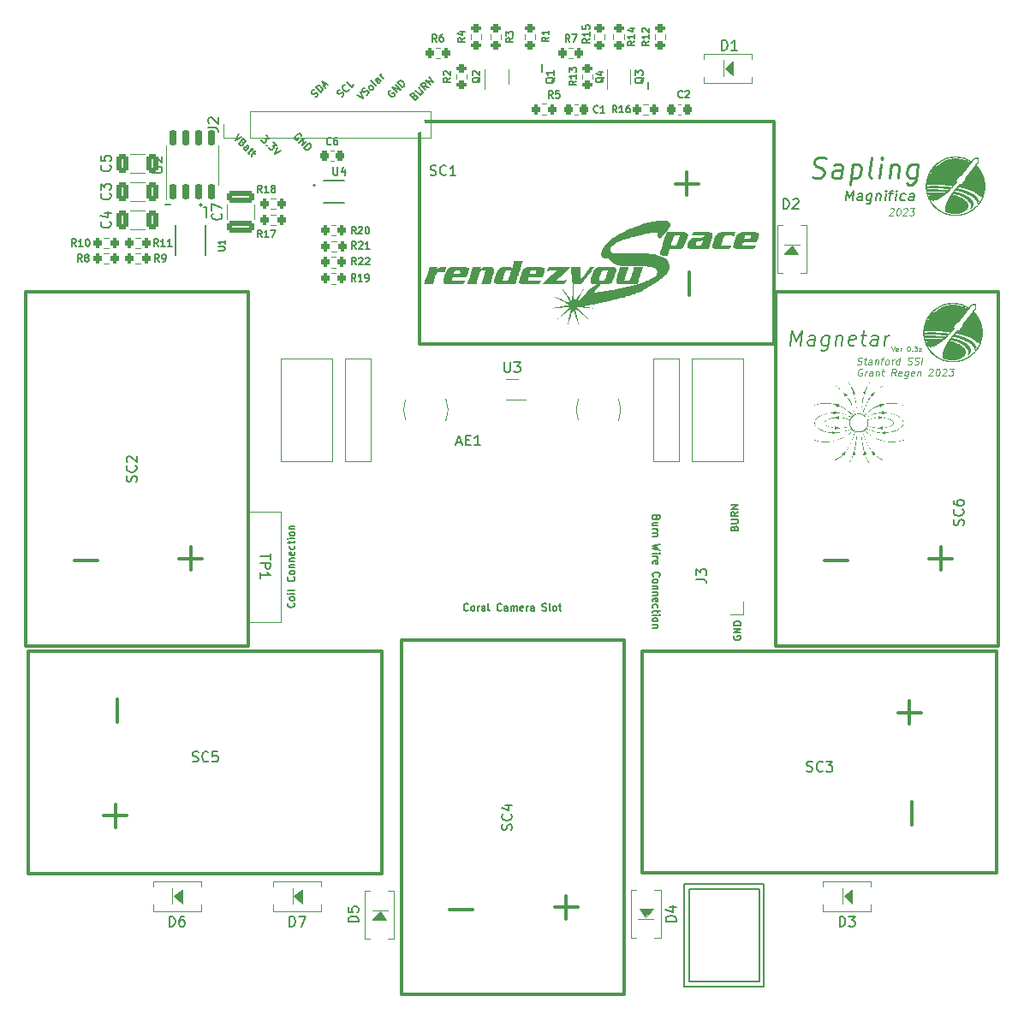
<source format=gto>
G04 #@! TF.GenerationSoftware,KiCad,Pcbnew,(6.0.5)*
G04 #@! TF.CreationDate,2023-05-08T03:06:53-07:00*
G04 #@! TF.ProjectId,Z_Panels,5a5f5061-6e65-46c7-932e-6b696361645f,rev?*
G04 #@! TF.SameCoordinates,Original*
G04 #@! TF.FileFunction,Legend,Top*
G04 #@! TF.FilePolarity,Positive*
%FSLAX46Y46*%
G04 Gerber Fmt 4.6, Leading zero omitted, Abs format (unit mm)*
G04 Created by KiCad (PCBNEW (6.0.5)) date 2023-05-08 03:06:53*
%MOMM*%
%LPD*%
G01*
G04 APERTURE LIST*
G04 Aperture macros list*
%AMRoundRect*
0 Rectangle with rounded corners*
0 $1 Rounding radius*
0 $2 $3 $4 $5 $6 $7 $8 $9 X,Y pos of 4 corners*
0 Add a 4 corners polygon primitive as box body*
4,1,4,$2,$3,$4,$5,$6,$7,$8,$9,$2,$3,0*
0 Add four circle primitives for the rounded corners*
1,1,$1+$1,$2,$3*
1,1,$1+$1,$4,$5*
1,1,$1+$1,$6,$7*
1,1,$1+$1,$8,$9*
0 Add four rect primitives between the rounded corners*
20,1,$1+$1,$2,$3,$4,$5,0*
20,1,$1+$1,$4,$5,$6,$7,0*
20,1,$1+$1,$6,$7,$8,$9,0*
20,1,$1+$1,$8,$9,$2,$3,0*%
G04 Aperture macros list end*
%ADD10C,0.150000*%
%ADD11C,0.100000*%
%ADD12C,0.200000*%
%ADD13C,0.250000*%
%ADD14C,0.180000*%
%ADD15C,0.300000*%
%ADD16C,0.127000*%
%ADD17C,0.120000*%
%ADD18C,0.010000*%
%ADD19C,3.000000*%
%ADD20C,3.800000*%
%ADD21C,2.600000*%
%ADD22R,1.700000X2.500000*%
%ADD23RoundRect,0.200000X0.200000X0.275000X-0.200000X0.275000X-0.200000X-0.275000X0.200000X-0.275000X0*%
%ADD24R,2.500000X1.700000*%
%ADD25RoundRect,0.200000X-0.200000X-0.275000X0.200000X-0.275000X0.200000X0.275000X-0.200000X0.275000X0*%
%ADD26RoundRect,0.200000X0.275000X-0.200000X0.275000X0.200000X-0.275000X0.200000X-0.275000X-0.200000X0*%
%ADD27R,1.880000X1.570000*%
%ADD28RoundRect,0.200000X-0.275000X0.200000X-0.275000X-0.200000X0.275000X-0.200000X0.275000X0.200000X0*%
%ADD29R,1.700000X1.700000*%
%ADD30O,1.700000X1.700000*%
%ADD31RoundRect,0.250000X-0.325000X-0.650000X0.325000X-0.650000X0.325000X0.650000X-0.325000X0.650000X0*%
%ADD32R,0.400000X0.600000*%
%ADD33R,0.740000X0.270000*%
%ADD34R,0.650000X1.350000*%
%ADD35R,0.400000X0.650000*%
%ADD36RoundRect,0.225000X-0.225000X-0.250000X0.225000X-0.250000X0.225000X0.250000X-0.225000X0.250000X0*%
%ADD37R,4.000000X11.000000*%
%ADD38R,4.000000X1.000000*%
%ADD39RoundRect,0.150000X0.150000X-0.650000X0.150000X0.650000X-0.150000X0.650000X-0.150000X-0.650000X0*%
%ADD40R,3.200000X2.400000*%
%ADD41R,1.000000X0.350000*%
%ADD42RoundRect,0.250000X1.100000X-0.325000X1.100000X0.325000X-1.100000X0.325000X-1.100000X-0.325000X0*%
%ADD43C,2.050000*%
%ADD44C,2.250000*%
G04 APERTURE END LIST*
D10*
X199650000Y-125910000D02*
X207510000Y-125910000D01*
X207510000Y-125910000D02*
X207510000Y-136100000D01*
X207510000Y-136100000D02*
X199650000Y-136100000D01*
X199650000Y-136100000D02*
X199650000Y-125910000D01*
X148590000Y-58674000D02*
X148844000Y-58674000D01*
X200140000Y-126440000D02*
X207070000Y-126440000D01*
X207070000Y-126440000D02*
X207070000Y-135570000D01*
X207070000Y-135570000D02*
X200140000Y-135570000D01*
X200140000Y-135570000D02*
X200140000Y-126440000D01*
X152400000Y-59944000D02*
X152400000Y-58928000D01*
X148590000Y-58674000D02*
X148336000Y-58674000D01*
X152400000Y-58928000D02*
X152146000Y-58928000D01*
X163175306Y-48045387D02*
X163269587Y-47998247D01*
X163387438Y-47880396D01*
X163411008Y-47809685D01*
X163411008Y-47762544D01*
X163387438Y-47691834D01*
X163340297Y-47644693D01*
X163269587Y-47621123D01*
X163222446Y-47621123D01*
X163151735Y-47644693D01*
X163033884Y-47715404D01*
X162963174Y-47738974D01*
X162916033Y-47738974D01*
X162845322Y-47715404D01*
X162798182Y-47668264D01*
X162774612Y-47597553D01*
X162774612Y-47550412D01*
X162798182Y-47479702D01*
X162916033Y-47361851D01*
X163010314Y-47314710D01*
X163693851Y-47573983D02*
X163198876Y-47079008D01*
X163316727Y-46961157D01*
X163411008Y-46914016D01*
X163505289Y-46914016D01*
X163576000Y-46937587D01*
X163693851Y-47008297D01*
X163764561Y-47079008D01*
X163835272Y-47196859D01*
X163858842Y-47267570D01*
X163858842Y-47361851D01*
X163811702Y-47456132D01*
X163693851Y-47573983D01*
X164023834Y-46961157D02*
X164259536Y-46725455D01*
X164118115Y-47149719D02*
X163788132Y-46489752D01*
X164448098Y-46819735D01*
X158290380Y-51830265D02*
X158596793Y-52136678D01*
X158243240Y-52160248D01*
X158313950Y-52230959D01*
X158337521Y-52301669D01*
X158337521Y-52348810D01*
X158313950Y-52419521D01*
X158196099Y-52537372D01*
X158125389Y-52560942D01*
X158078248Y-52560942D01*
X158007537Y-52537372D01*
X157866116Y-52395950D01*
X157842546Y-52325240D01*
X157842546Y-52278099D01*
X158361091Y-52796644D02*
X158361091Y-52843785D01*
X158313950Y-52843785D01*
X158313950Y-52796644D01*
X158361091Y-52796644D01*
X158313950Y-52843785D01*
X158997487Y-52537372D02*
X159303900Y-52843785D01*
X158950346Y-52867355D01*
X159021057Y-52938066D01*
X159044627Y-53008776D01*
X159044627Y-53055917D01*
X159021057Y-53126627D01*
X158903206Y-53244478D01*
X158832495Y-53268049D01*
X158785355Y-53268049D01*
X158714644Y-53244478D01*
X158573223Y-53103057D01*
X158549653Y-53032346D01*
X158549653Y-52985206D01*
X159445321Y-52985206D02*
X159115338Y-53645172D01*
X159775304Y-53315189D01*
X161032000Y-98104666D02*
X161065333Y-98138000D01*
X161098666Y-98238000D01*
X161098666Y-98304666D01*
X161065333Y-98404666D01*
X160998666Y-98471333D01*
X160932000Y-98504666D01*
X160798666Y-98538000D01*
X160698666Y-98538000D01*
X160565333Y-98504666D01*
X160498666Y-98471333D01*
X160432000Y-98404666D01*
X160398666Y-98304666D01*
X160398666Y-98238000D01*
X160432000Y-98138000D01*
X160465333Y-98104666D01*
X161098666Y-97704666D02*
X161065333Y-97771333D01*
X161032000Y-97804666D01*
X160965333Y-97838000D01*
X160765333Y-97838000D01*
X160698666Y-97804666D01*
X160665333Y-97771333D01*
X160632000Y-97704666D01*
X160632000Y-97604666D01*
X160665333Y-97538000D01*
X160698666Y-97504666D01*
X160765333Y-97471333D01*
X160965333Y-97471333D01*
X161032000Y-97504666D01*
X161065333Y-97538000D01*
X161098666Y-97604666D01*
X161098666Y-97704666D01*
X161098666Y-97171333D02*
X160632000Y-97171333D01*
X160398666Y-97171333D02*
X160432000Y-97204666D01*
X160465333Y-97171333D01*
X160432000Y-97138000D01*
X160398666Y-97171333D01*
X160465333Y-97171333D01*
X161098666Y-96738000D02*
X161065333Y-96804666D01*
X160998666Y-96838000D01*
X160398666Y-96838000D01*
X161032000Y-95538000D02*
X161065333Y-95571333D01*
X161098666Y-95671333D01*
X161098666Y-95738000D01*
X161065333Y-95838000D01*
X160998666Y-95904666D01*
X160932000Y-95938000D01*
X160798666Y-95971333D01*
X160698666Y-95971333D01*
X160565333Y-95938000D01*
X160498666Y-95904666D01*
X160432000Y-95838000D01*
X160398666Y-95738000D01*
X160398666Y-95671333D01*
X160432000Y-95571333D01*
X160465333Y-95538000D01*
X161098666Y-95138000D02*
X161065333Y-95204666D01*
X161032000Y-95238000D01*
X160965333Y-95271333D01*
X160765333Y-95271333D01*
X160698666Y-95238000D01*
X160665333Y-95204666D01*
X160632000Y-95138000D01*
X160632000Y-95038000D01*
X160665333Y-94971333D01*
X160698666Y-94938000D01*
X160765333Y-94904666D01*
X160965333Y-94904666D01*
X161032000Y-94938000D01*
X161065333Y-94971333D01*
X161098666Y-95038000D01*
X161098666Y-95138000D01*
X160632000Y-94604666D02*
X161098666Y-94604666D01*
X160698666Y-94604666D02*
X160665333Y-94571333D01*
X160632000Y-94504666D01*
X160632000Y-94404666D01*
X160665333Y-94338000D01*
X160732000Y-94304666D01*
X161098666Y-94304666D01*
X160632000Y-93971333D02*
X161098666Y-93971333D01*
X160698666Y-93971333D02*
X160665333Y-93938000D01*
X160632000Y-93871333D01*
X160632000Y-93771333D01*
X160665333Y-93704666D01*
X160732000Y-93671333D01*
X161098666Y-93671333D01*
X161065333Y-93071333D02*
X161098666Y-93138000D01*
X161098666Y-93271333D01*
X161065333Y-93338000D01*
X160998666Y-93371333D01*
X160732000Y-93371333D01*
X160665333Y-93338000D01*
X160632000Y-93271333D01*
X160632000Y-93138000D01*
X160665333Y-93071333D01*
X160732000Y-93038000D01*
X160798666Y-93038000D01*
X160865333Y-93371333D01*
X161065333Y-92438000D02*
X161098666Y-92504666D01*
X161098666Y-92638000D01*
X161065333Y-92704666D01*
X161032000Y-92738000D01*
X160965333Y-92771333D01*
X160765333Y-92771333D01*
X160698666Y-92738000D01*
X160665333Y-92704666D01*
X160632000Y-92638000D01*
X160632000Y-92504666D01*
X160665333Y-92438000D01*
X160632000Y-92238000D02*
X160632000Y-91971333D01*
X160398666Y-92138000D02*
X160998666Y-92138000D01*
X161065333Y-92104666D01*
X161098666Y-92038000D01*
X161098666Y-91971333D01*
X161098666Y-91738000D02*
X160632000Y-91738000D01*
X160398666Y-91738000D02*
X160432000Y-91771333D01*
X160465333Y-91738000D01*
X160432000Y-91704666D01*
X160398666Y-91738000D01*
X160465333Y-91738000D01*
X161098666Y-91304666D02*
X161065333Y-91371333D01*
X161032000Y-91404666D01*
X160965333Y-91438000D01*
X160765333Y-91438000D01*
X160698666Y-91404666D01*
X160665333Y-91371333D01*
X160632000Y-91304666D01*
X160632000Y-91204666D01*
X160665333Y-91138000D01*
X160698666Y-91104666D01*
X160765333Y-91071333D01*
X160965333Y-91071333D01*
X161032000Y-91104666D01*
X161065333Y-91138000D01*
X161098666Y-91204666D01*
X161098666Y-91304666D01*
X160632000Y-90771333D02*
X161098666Y-90771333D01*
X160698666Y-90771333D02*
X160665333Y-90738000D01*
X160632000Y-90671333D01*
X160632000Y-90571333D01*
X160665333Y-90504666D01*
X160732000Y-90471333D01*
X161098666Y-90471333D01*
X161780363Y-51875389D02*
X161756793Y-51804678D01*
X161686082Y-51733967D01*
X161591801Y-51686827D01*
X161497521Y-51686827D01*
X161426810Y-51710397D01*
X161308959Y-51781108D01*
X161238248Y-51851818D01*
X161167537Y-51969669D01*
X161143967Y-52040380D01*
X161143967Y-52134661D01*
X161191108Y-52228942D01*
X161238248Y-52276082D01*
X161332529Y-52323223D01*
X161379669Y-52323223D01*
X161544661Y-52158231D01*
X161450380Y-52063950D01*
X161544661Y-52582495D02*
X162039636Y-52087521D01*
X161827504Y-52865338D01*
X162322478Y-52370363D01*
X162063206Y-53101040D02*
X162558181Y-52606066D01*
X162676032Y-52723917D01*
X162723172Y-52818198D01*
X162723172Y-52912478D01*
X162699602Y-52983189D01*
X162628891Y-53101040D01*
X162558181Y-53171751D01*
X162440330Y-53242462D01*
X162369619Y-53266032D01*
X162275338Y-53266032D01*
X162181057Y-53218891D01*
X162063206Y-53101040D01*
D11*
X216766666Y-74467833D02*
X216862500Y-74501166D01*
X217029166Y-74501166D01*
X217100000Y-74467833D01*
X217137500Y-74434500D01*
X217179166Y-74367833D01*
X217187500Y-74301166D01*
X217162500Y-74234500D01*
X217133333Y-74201166D01*
X217070833Y-74167833D01*
X216941666Y-74134500D01*
X216879166Y-74101166D01*
X216850000Y-74067833D01*
X216825000Y-74001166D01*
X216833333Y-73934500D01*
X216875000Y-73867833D01*
X216912500Y-73834500D01*
X216983333Y-73801166D01*
X217150000Y-73801166D01*
X217245833Y-73834500D01*
X217420833Y-74034500D02*
X217687500Y-74034500D01*
X217550000Y-73801166D02*
X217475000Y-74401166D01*
X217500000Y-74467833D01*
X217562500Y-74501166D01*
X217629166Y-74501166D01*
X218162500Y-74501166D02*
X218208333Y-74134500D01*
X218183333Y-74067833D01*
X218120833Y-74034500D01*
X217987500Y-74034500D01*
X217916666Y-74067833D01*
X218166666Y-74467833D02*
X218095833Y-74501166D01*
X217929166Y-74501166D01*
X217866666Y-74467833D01*
X217841666Y-74401166D01*
X217850000Y-74334500D01*
X217891666Y-74267833D01*
X217962500Y-74234500D01*
X218129166Y-74234500D01*
X218200000Y-74201166D01*
X218554166Y-74034500D02*
X218495833Y-74501166D01*
X218545833Y-74101166D02*
X218583333Y-74067833D01*
X218654166Y-74034500D01*
X218754166Y-74034500D01*
X218816666Y-74067833D01*
X218841666Y-74134500D01*
X218795833Y-74501166D01*
X219087500Y-74034500D02*
X219354166Y-74034500D01*
X219129166Y-74501166D02*
X219204166Y-73901166D01*
X219245833Y-73834500D01*
X219316666Y-73801166D01*
X219383333Y-73801166D01*
X219629166Y-74501166D02*
X219566666Y-74467833D01*
X219537500Y-74434500D01*
X219512500Y-74367833D01*
X219537500Y-74167833D01*
X219579166Y-74101166D01*
X219616666Y-74067833D01*
X219687500Y-74034500D01*
X219787500Y-74034500D01*
X219850000Y-74067833D01*
X219879166Y-74101166D01*
X219904166Y-74167833D01*
X219879166Y-74367833D01*
X219837500Y-74434500D01*
X219800000Y-74467833D01*
X219729166Y-74501166D01*
X219629166Y-74501166D01*
X220162500Y-74501166D02*
X220220833Y-74034500D01*
X220204166Y-74167833D02*
X220245833Y-74101166D01*
X220283333Y-74067833D01*
X220354166Y-74034500D01*
X220420833Y-74034500D01*
X220895833Y-74501166D02*
X220983333Y-73801166D01*
X220900000Y-74467833D02*
X220829166Y-74501166D01*
X220695833Y-74501166D01*
X220633333Y-74467833D01*
X220604166Y-74434500D01*
X220579166Y-74367833D01*
X220604166Y-74167833D01*
X220645833Y-74101166D01*
X220683333Y-74067833D01*
X220754166Y-74034500D01*
X220887500Y-74034500D01*
X220950000Y-74067833D01*
X221733333Y-74467833D02*
X221829166Y-74501166D01*
X221995833Y-74501166D01*
X222066666Y-74467833D01*
X222104166Y-74434500D01*
X222145833Y-74367833D01*
X222154166Y-74301166D01*
X222129166Y-74234500D01*
X222100000Y-74201166D01*
X222037500Y-74167833D01*
X221908333Y-74134500D01*
X221845833Y-74101166D01*
X221816666Y-74067833D01*
X221791666Y-74001166D01*
X221800000Y-73934500D01*
X221841666Y-73867833D01*
X221879166Y-73834500D01*
X221950000Y-73801166D01*
X222116666Y-73801166D01*
X222212500Y-73834500D01*
X222400000Y-74467833D02*
X222495833Y-74501166D01*
X222662500Y-74501166D01*
X222733333Y-74467833D01*
X222770833Y-74434500D01*
X222812500Y-74367833D01*
X222820833Y-74301166D01*
X222795833Y-74234500D01*
X222766666Y-74201166D01*
X222704166Y-74167833D01*
X222575000Y-74134500D01*
X222512500Y-74101166D01*
X222483333Y-74067833D01*
X222458333Y-74001166D01*
X222466666Y-73934500D01*
X222508333Y-73867833D01*
X222545833Y-73834500D01*
X222616666Y-73801166D01*
X222783333Y-73801166D01*
X222879166Y-73834500D01*
X223095833Y-74501166D02*
X223183333Y-73801166D01*
X217245833Y-74961500D02*
X217183333Y-74928166D01*
X217083333Y-74928166D01*
X216979166Y-74961500D01*
X216904166Y-75028166D01*
X216862500Y-75094833D01*
X216812500Y-75228166D01*
X216800000Y-75328166D01*
X216816666Y-75461500D01*
X216841666Y-75528166D01*
X216900000Y-75594833D01*
X216995833Y-75628166D01*
X217062500Y-75628166D01*
X217166666Y-75594833D01*
X217204166Y-75561500D01*
X217233333Y-75328166D01*
X217100000Y-75328166D01*
X217495833Y-75628166D02*
X217554166Y-75161500D01*
X217537500Y-75294833D02*
X217579166Y-75228166D01*
X217616666Y-75194833D01*
X217687500Y-75161500D01*
X217754166Y-75161500D01*
X218229166Y-75628166D02*
X218275000Y-75261500D01*
X218250000Y-75194833D01*
X218187500Y-75161500D01*
X218054166Y-75161500D01*
X217983333Y-75194833D01*
X218233333Y-75594833D02*
X218162500Y-75628166D01*
X217995833Y-75628166D01*
X217933333Y-75594833D01*
X217908333Y-75528166D01*
X217916666Y-75461500D01*
X217958333Y-75394833D01*
X218029166Y-75361500D01*
X218195833Y-75361500D01*
X218266666Y-75328166D01*
X218620833Y-75161500D02*
X218562500Y-75628166D01*
X218612500Y-75228166D02*
X218650000Y-75194833D01*
X218720833Y-75161500D01*
X218820833Y-75161500D01*
X218883333Y-75194833D01*
X218908333Y-75261500D01*
X218862500Y-75628166D01*
X219154166Y-75161500D02*
X219420833Y-75161500D01*
X219283333Y-74928166D02*
X219208333Y-75528166D01*
X219233333Y-75594833D01*
X219295833Y-75628166D01*
X219362500Y-75628166D01*
X220529166Y-75628166D02*
X220337500Y-75294833D01*
X220129166Y-75628166D02*
X220216666Y-74928166D01*
X220483333Y-74928166D01*
X220545833Y-74961500D01*
X220575000Y-74994833D01*
X220600000Y-75061500D01*
X220587500Y-75161500D01*
X220545833Y-75228166D01*
X220508333Y-75261500D01*
X220437500Y-75294833D01*
X220170833Y-75294833D01*
X221100000Y-75594833D02*
X221029166Y-75628166D01*
X220895833Y-75628166D01*
X220833333Y-75594833D01*
X220808333Y-75528166D01*
X220841666Y-75261500D01*
X220883333Y-75194833D01*
X220954166Y-75161500D01*
X221087500Y-75161500D01*
X221150000Y-75194833D01*
X221175000Y-75261500D01*
X221166666Y-75328166D01*
X220825000Y-75394833D01*
X221787500Y-75161500D02*
X221716666Y-75728166D01*
X221675000Y-75794833D01*
X221637500Y-75828166D01*
X221566666Y-75861500D01*
X221466666Y-75861500D01*
X221404166Y-75828166D01*
X221733333Y-75594833D02*
X221662500Y-75628166D01*
X221529166Y-75628166D01*
X221466666Y-75594833D01*
X221437500Y-75561500D01*
X221412500Y-75494833D01*
X221437500Y-75294833D01*
X221479166Y-75228166D01*
X221516666Y-75194833D01*
X221587500Y-75161500D01*
X221720833Y-75161500D01*
X221783333Y-75194833D01*
X222333333Y-75594833D02*
X222262500Y-75628166D01*
X222129166Y-75628166D01*
X222066666Y-75594833D01*
X222041666Y-75528166D01*
X222075000Y-75261500D01*
X222116666Y-75194833D01*
X222187500Y-75161500D01*
X222320833Y-75161500D01*
X222383333Y-75194833D01*
X222408333Y-75261500D01*
X222400000Y-75328166D01*
X222058333Y-75394833D01*
X222720833Y-75161500D02*
X222662500Y-75628166D01*
X222712500Y-75228166D02*
X222750000Y-75194833D01*
X222820833Y-75161500D01*
X222920833Y-75161500D01*
X222983333Y-75194833D01*
X223008333Y-75261500D01*
X222962500Y-75628166D01*
X223875000Y-74994833D02*
X223912500Y-74961500D01*
X223983333Y-74928166D01*
X224150000Y-74928166D01*
X224212500Y-74961500D01*
X224241666Y-74994833D01*
X224266666Y-75061500D01*
X224258333Y-75128166D01*
X224212500Y-75228166D01*
X223762500Y-75628166D01*
X224195833Y-75628166D01*
X224716666Y-74928166D02*
X224783333Y-74928166D01*
X224845833Y-74961500D01*
X224875000Y-74994833D01*
X224900000Y-75061500D01*
X224916666Y-75194833D01*
X224895833Y-75361500D01*
X224845833Y-75494833D01*
X224804166Y-75561500D01*
X224766666Y-75594833D01*
X224695833Y-75628166D01*
X224629166Y-75628166D01*
X224566666Y-75594833D01*
X224537500Y-75561500D01*
X224512500Y-75494833D01*
X224495833Y-75361500D01*
X224516666Y-75194833D01*
X224566666Y-75061500D01*
X224608333Y-74994833D01*
X224645833Y-74961500D01*
X224716666Y-74928166D01*
X225208333Y-74994833D02*
X225245833Y-74961500D01*
X225316666Y-74928166D01*
X225483333Y-74928166D01*
X225545833Y-74961500D01*
X225575000Y-74994833D01*
X225600000Y-75061500D01*
X225591666Y-75128166D01*
X225545833Y-75228166D01*
X225095833Y-75628166D01*
X225529166Y-75628166D01*
X225850000Y-74928166D02*
X226283333Y-74928166D01*
X226016666Y-75194833D01*
X226116666Y-75194833D01*
X226179166Y-75228166D01*
X226208333Y-75261500D01*
X226233333Y-75328166D01*
X226212500Y-75494833D01*
X226170833Y-75561500D01*
X226133333Y-75594833D01*
X226062500Y-75628166D01*
X225862500Y-75628166D01*
X225800000Y-75594833D01*
X225770833Y-75561500D01*
D12*
X210147991Y-72626571D02*
X210335491Y-71126571D01*
X210701562Y-72198000D01*
X211335491Y-71126571D01*
X211147991Y-72626571D01*
X212505133Y-72626571D02*
X212603348Y-71840857D01*
X212549776Y-71698000D01*
X212415848Y-71626571D01*
X212130133Y-71626571D01*
X211978348Y-71698000D01*
X212514062Y-72555142D02*
X212362276Y-72626571D01*
X212005133Y-72626571D01*
X211871205Y-72555142D01*
X211817633Y-72412285D01*
X211835491Y-72269428D01*
X211924776Y-72126571D01*
X212076562Y-72055142D01*
X212433705Y-72055142D01*
X212585491Y-71983714D01*
X213987276Y-71626571D02*
X213835491Y-72840857D01*
X213746205Y-72983714D01*
X213665848Y-73055142D01*
X213514062Y-73126571D01*
X213299776Y-73126571D01*
X213165848Y-73055142D01*
X213871205Y-72555142D02*
X213719419Y-72626571D01*
X213433705Y-72626571D01*
X213299776Y-72555142D01*
X213237276Y-72483714D01*
X213183705Y-72340857D01*
X213237276Y-71912285D01*
X213326562Y-71769428D01*
X213406919Y-71698000D01*
X213558705Y-71626571D01*
X213844419Y-71626571D01*
X213978348Y-71698000D01*
X214701562Y-71626571D02*
X214576562Y-72626571D01*
X214683705Y-71769428D02*
X214764062Y-71698000D01*
X214915848Y-71626571D01*
X215130133Y-71626571D01*
X215264062Y-71698000D01*
X215317633Y-71840857D01*
X215219419Y-72626571D01*
X216514062Y-72555142D02*
X216362276Y-72626571D01*
X216076562Y-72626571D01*
X215942633Y-72555142D01*
X215889062Y-72412285D01*
X215960491Y-71840857D01*
X216049776Y-71698000D01*
X216201562Y-71626571D01*
X216487276Y-71626571D01*
X216621205Y-71698000D01*
X216674776Y-71840857D01*
X216656919Y-71983714D01*
X215924776Y-72126571D01*
X217130133Y-71626571D02*
X217701562Y-71626571D01*
X217406919Y-71126571D02*
X217246205Y-72412285D01*
X217299776Y-72555142D01*
X217433705Y-72626571D01*
X217576562Y-72626571D01*
X218719419Y-72626571D02*
X218817633Y-71840857D01*
X218764062Y-71698000D01*
X218630133Y-71626571D01*
X218344419Y-71626571D01*
X218192633Y-71698000D01*
X218728348Y-72555142D02*
X218576562Y-72626571D01*
X218219419Y-72626571D01*
X218085491Y-72555142D01*
X218031919Y-72412285D01*
X218049776Y-72269428D01*
X218139062Y-72126571D01*
X218290848Y-72055142D01*
X218647991Y-72055142D01*
X218799776Y-71983714D01*
X219433705Y-72626571D02*
X219558705Y-71626571D01*
X219522991Y-71912285D02*
X219612276Y-71769428D01*
X219692633Y-71698000D01*
X219844419Y-71626571D01*
X219987276Y-71626571D01*
D10*
X172969967Y-47939321D02*
X173064248Y-47892181D01*
X173111389Y-47892181D01*
X173182099Y-47915751D01*
X173252810Y-47986462D01*
X173276380Y-48057172D01*
X173276380Y-48104313D01*
X173252810Y-48175023D01*
X173064248Y-48363585D01*
X172569273Y-47868610D01*
X172734265Y-47703619D01*
X172804976Y-47680049D01*
X172852116Y-47680049D01*
X172922827Y-47703619D01*
X172969967Y-47750759D01*
X172993537Y-47821470D01*
X172993537Y-47868610D01*
X172969967Y-47939321D01*
X172804976Y-48104313D01*
X173064248Y-47373636D02*
X173464942Y-47774330D01*
X173535653Y-47797900D01*
X173582793Y-47797900D01*
X173653504Y-47774330D01*
X173747785Y-47680049D01*
X173771355Y-47609338D01*
X173771355Y-47562198D01*
X173747785Y-47491487D01*
X173347091Y-47090793D01*
X174360610Y-47067223D02*
X173959917Y-46996512D01*
X174077768Y-47350066D02*
X173582793Y-46855091D01*
X173771355Y-46666529D01*
X173842066Y-46642959D01*
X173889206Y-46642959D01*
X173959917Y-46666529D01*
X174030627Y-46737240D01*
X174054198Y-46807950D01*
X174054198Y-46855091D01*
X174030627Y-46925801D01*
X173842066Y-47114363D01*
X174572743Y-46855091D02*
X174077768Y-46360116D01*
X174855585Y-46572248D01*
X174360610Y-46077273D01*
D11*
X219991666Y-59119333D02*
X220029166Y-59086000D01*
X220100000Y-59052666D01*
X220266666Y-59052666D01*
X220329166Y-59086000D01*
X220358333Y-59119333D01*
X220383333Y-59186000D01*
X220375000Y-59252666D01*
X220329166Y-59352666D01*
X219879166Y-59752666D01*
X220312500Y-59752666D01*
X220833333Y-59052666D02*
X220900000Y-59052666D01*
X220962500Y-59086000D01*
X220991666Y-59119333D01*
X221016666Y-59186000D01*
X221033333Y-59319333D01*
X221012500Y-59486000D01*
X220962500Y-59619333D01*
X220920833Y-59686000D01*
X220883333Y-59719333D01*
X220812500Y-59752666D01*
X220745833Y-59752666D01*
X220683333Y-59719333D01*
X220654166Y-59686000D01*
X220629166Y-59619333D01*
X220612500Y-59486000D01*
X220633333Y-59319333D01*
X220683333Y-59186000D01*
X220725000Y-59119333D01*
X220762500Y-59086000D01*
X220833333Y-59052666D01*
X221325000Y-59119333D02*
X221362500Y-59086000D01*
X221433333Y-59052666D01*
X221600000Y-59052666D01*
X221662500Y-59086000D01*
X221691666Y-59119333D01*
X221716666Y-59186000D01*
X221708333Y-59252666D01*
X221662500Y-59352666D01*
X221212500Y-59752666D01*
X221645833Y-59752666D01*
X221966666Y-59052666D02*
X222400000Y-59052666D01*
X222133333Y-59319333D01*
X222233333Y-59319333D01*
X222295833Y-59352666D01*
X222325000Y-59386000D01*
X222350000Y-59452666D01*
X222329166Y-59619333D01*
X222287500Y-59686000D01*
X222250000Y-59719333D01*
X222179166Y-59752666D01*
X221979166Y-59752666D01*
X221916666Y-59719333D01*
X221887500Y-59686000D01*
D10*
X170571389Y-47373636D02*
X170500678Y-47397206D01*
X170429967Y-47467917D01*
X170382827Y-47562198D01*
X170382827Y-47656478D01*
X170406397Y-47727189D01*
X170477108Y-47845040D01*
X170547818Y-47915751D01*
X170665669Y-47986462D01*
X170736380Y-48010032D01*
X170830661Y-48010032D01*
X170924942Y-47962891D01*
X170972082Y-47915751D01*
X171019223Y-47821470D01*
X171019223Y-47774330D01*
X170854231Y-47609338D01*
X170759950Y-47703619D01*
X171278495Y-47609338D02*
X170783521Y-47114363D01*
X171561338Y-47326495D01*
X171066363Y-46831521D01*
X171797040Y-47090793D02*
X171302066Y-46595818D01*
X171419917Y-46477967D01*
X171514198Y-46430827D01*
X171608478Y-46430827D01*
X171679189Y-46454397D01*
X171797040Y-46525108D01*
X171867751Y-46595818D01*
X171938462Y-46713669D01*
X171962032Y-46784380D01*
X171962032Y-46878661D01*
X171914891Y-46972942D01*
X171797040Y-47090793D01*
X165727091Y-48033602D02*
X165821372Y-47986462D01*
X165939223Y-47868610D01*
X165962793Y-47797900D01*
X165962793Y-47750759D01*
X165939223Y-47680049D01*
X165892082Y-47632908D01*
X165821372Y-47609338D01*
X165774231Y-47609338D01*
X165703521Y-47632908D01*
X165585669Y-47703619D01*
X165514959Y-47727189D01*
X165467818Y-47727189D01*
X165397108Y-47703619D01*
X165349967Y-47656478D01*
X165326397Y-47585768D01*
X165326397Y-47538627D01*
X165349967Y-47467917D01*
X165467818Y-47350066D01*
X165562099Y-47302925D01*
X166481338Y-47232214D02*
X166481338Y-47279355D01*
X166434198Y-47373636D01*
X166387057Y-47420776D01*
X166292776Y-47467917D01*
X166198495Y-47467917D01*
X166127785Y-47444346D01*
X166009933Y-47373636D01*
X165939223Y-47302925D01*
X165868512Y-47185074D01*
X165844942Y-47114363D01*
X165844942Y-47020082D01*
X165892082Y-46925801D01*
X165939223Y-46878661D01*
X166033504Y-46831521D01*
X166080644Y-46831521D01*
X166976313Y-46831521D02*
X166740610Y-47067223D01*
X166245636Y-46572248D01*
X196900000Y-89679333D02*
X196866666Y-89779333D01*
X196833333Y-89812666D01*
X196766666Y-89846000D01*
X196666666Y-89846000D01*
X196600000Y-89812666D01*
X196566666Y-89779333D01*
X196533333Y-89712666D01*
X196533333Y-89446000D01*
X197233333Y-89446000D01*
X197233333Y-89679333D01*
X197200000Y-89746000D01*
X197166666Y-89779333D01*
X197100000Y-89812666D01*
X197033333Y-89812666D01*
X196966666Y-89779333D01*
X196933333Y-89746000D01*
X196900000Y-89679333D01*
X196900000Y-89446000D01*
X197000000Y-90446000D02*
X196533333Y-90446000D01*
X197000000Y-90146000D02*
X196633333Y-90146000D01*
X196566666Y-90179333D01*
X196533333Y-90246000D01*
X196533333Y-90346000D01*
X196566666Y-90412666D01*
X196600000Y-90446000D01*
X196533333Y-90779333D02*
X197000000Y-90779333D01*
X196866666Y-90779333D02*
X196933333Y-90812666D01*
X196966666Y-90846000D01*
X197000000Y-90912666D01*
X197000000Y-90979333D01*
X197000000Y-91212666D02*
X196533333Y-91212666D01*
X196933333Y-91212666D02*
X196966666Y-91246000D01*
X197000000Y-91312666D01*
X197000000Y-91412666D01*
X196966666Y-91479333D01*
X196900000Y-91512666D01*
X196533333Y-91512666D01*
X197233333Y-92312666D02*
X196533333Y-92479333D01*
X197033333Y-92612666D01*
X196533333Y-92746000D01*
X197233333Y-92912666D01*
X196533333Y-93179333D02*
X197000000Y-93179333D01*
X197233333Y-93179333D02*
X197200000Y-93146000D01*
X197166666Y-93179333D01*
X197200000Y-93212666D01*
X197233333Y-93179333D01*
X197166666Y-93179333D01*
X196533333Y-93512666D02*
X197000000Y-93512666D01*
X196866666Y-93512666D02*
X196933333Y-93546000D01*
X196966666Y-93579333D01*
X197000000Y-93646000D01*
X197000000Y-93712666D01*
X196566666Y-94212666D02*
X196533333Y-94146000D01*
X196533333Y-94012666D01*
X196566666Y-93946000D01*
X196633333Y-93912666D01*
X196900000Y-93912666D01*
X196966666Y-93946000D01*
X197000000Y-94012666D01*
X197000000Y-94146000D01*
X196966666Y-94212666D01*
X196900000Y-94246000D01*
X196833333Y-94246000D01*
X196766666Y-93912666D01*
X196600000Y-95479333D02*
X196566666Y-95446000D01*
X196533333Y-95346000D01*
X196533333Y-95279333D01*
X196566666Y-95179333D01*
X196633333Y-95112666D01*
X196700000Y-95079333D01*
X196833333Y-95046000D01*
X196933333Y-95046000D01*
X197066666Y-95079333D01*
X197133333Y-95112666D01*
X197200000Y-95179333D01*
X197233333Y-95279333D01*
X197233333Y-95346000D01*
X197200000Y-95446000D01*
X197166666Y-95479333D01*
X196533333Y-95879333D02*
X196566666Y-95812666D01*
X196600000Y-95779333D01*
X196666666Y-95746000D01*
X196866666Y-95746000D01*
X196933333Y-95779333D01*
X196966666Y-95812666D01*
X197000000Y-95879333D01*
X197000000Y-95979333D01*
X196966666Y-96046000D01*
X196933333Y-96079333D01*
X196866666Y-96112666D01*
X196666666Y-96112666D01*
X196600000Y-96079333D01*
X196566666Y-96046000D01*
X196533333Y-95979333D01*
X196533333Y-95879333D01*
X197000000Y-96412666D02*
X196533333Y-96412666D01*
X196933333Y-96412666D02*
X196966666Y-96446000D01*
X197000000Y-96512666D01*
X197000000Y-96612666D01*
X196966666Y-96679333D01*
X196900000Y-96712666D01*
X196533333Y-96712666D01*
X197000000Y-97046000D02*
X196533333Y-97046000D01*
X196933333Y-97046000D02*
X196966666Y-97079333D01*
X197000000Y-97146000D01*
X197000000Y-97246000D01*
X196966666Y-97312666D01*
X196900000Y-97346000D01*
X196533333Y-97346000D01*
X196566666Y-97946000D02*
X196533333Y-97879333D01*
X196533333Y-97746000D01*
X196566666Y-97679333D01*
X196633333Y-97646000D01*
X196900000Y-97646000D01*
X196966666Y-97679333D01*
X197000000Y-97746000D01*
X197000000Y-97879333D01*
X196966666Y-97946000D01*
X196900000Y-97979333D01*
X196833333Y-97979333D01*
X196766666Y-97646000D01*
X196566666Y-98579333D02*
X196533333Y-98512666D01*
X196533333Y-98379333D01*
X196566666Y-98312666D01*
X196600000Y-98279333D01*
X196666666Y-98246000D01*
X196866666Y-98246000D01*
X196933333Y-98279333D01*
X196966666Y-98312666D01*
X197000000Y-98379333D01*
X197000000Y-98512666D01*
X196966666Y-98579333D01*
X197000000Y-98779333D02*
X197000000Y-99046000D01*
X197233333Y-98879333D02*
X196633333Y-98879333D01*
X196566666Y-98912666D01*
X196533333Y-98979333D01*
X196533333Y-99046000D01*
X196533333Y-99279333D02*
X197000000Y-99279333D01*
X197233333Y-99279333D02*
X197200000Y-99246000D01*
X197166666Y-99279333D01*
X197200000Y-99312666D01*
X197233333Y-99279333D01*
X197166666Y-99279333D01*
X196533333Y-99712666D02*
X196566666Y-99646000D01*
X196600000Y-99612666D01*
X196666666Y-99579333D01*
X196866666Y-99579333D01*
X196933333Y-99612666D01*
X196966666Y-99646000D01*
X197000000Y-99712666D01*
X197000000Y-99812666D01*
X196966666Y-99879333D01*
X196933333Y-99912666D01*
X196866666Y-99946000D01*
X196666666Y-99946000D01*
X196600000Y-99912666D01*
X196566666Y-99879333D01*
X196533333Y-99812666D01*
X196533333Y-99712666D01*
X197000000Y-100246000D02*
X196533333Y-100246000D01*
X196933333Y-100246000D02*
X196966666Y-100279333D01*
X197000000Y-100346000D01*
X197000000Y-100446000D01*
X196966666Y-100512666D01*
X196900000Y-100546000D01*
X196533333Y-100546000D01*
X167253571Y-47850313D02*
X167913537Y-48180296D01*
X167583554Y-47520330D01*
X168196380Y-47850313D02*
X168290661Y-47803172D01*
X168408512Y-47685321D01*
X168432082Y-47614610D01*
X168432082Y-47567470D01*
X168408512Y-47496759D01*
X168361372Y-47449619D01*
X168290661Y-47426049D01*
X168243521Y-47426049D01*
X168172810Y-47449619D01*
X168054959Y-47520330D01*
X167984248Y-47543900D01*
X167937108Y-47543900D01*
X167866397Y-47520330D01*
X167819256Y-47473189D01*
X167795686Y-47402478D01*
X167795686Y-47355338D01*
X167819256Y-47284627D01*
X167937108Y-47166776D01*
X168031389Y-47119636D01*
X168785636Y-47308198D02*
X168714925Y-47331768D01*
X168667785Y-47331768D01*
X168597074Y-47308198D01*
X168455653Y-47166776D01*
X168432082Y-47096066D01*
X168432082Y-47048925D01*
X168455653Y-46978214D01*
X168526363Y-46907504D01*
X168597074Y-46883933D01*
X168644214Y-46883933D01*
X168714925Y-46907504D01*
X168856346Y-47048925D01*
X168879917Y-47119636D01*
X168879917Y-47166776D01*
X168856346Y-47237487D01*
X168785636Y-47308198D01*
X169233470Y-46860363D02*
X169162759Y-46883933D01*
X169092049Y-46860363D01*
X168667785Y-46436099D01*
X169634164Y-46459669D02*
X169374891Y-46200397D01*
X169304181Y-46176827D01*
X169233470Y-46200397D01*
X169139189Y-46294678D01*
X169115619Y-46365389D01*
X169610594Y-46436099D02*
X169587023Y-46506810D01*
X169469172Y-46624661D01*
X169398462Y-46648231D01*
X169327751Y-46624661D01*
X169280610Y-46577521D01*
X169257040Y-46506810D01*
X169280610Y-46436099D01*
X169398462Y-46318248D01*
X169422032Y-46247537D01*
X169869866Y-46223967D02*
X169539883Y-45893984D01*
X169634164Y-45988265D02*
X169610594Y-45917554D01*
X169610594Y-45870414D01*
X169634164Y-45799703D01*
X169681304Y-45752563D01*
D13*
X212310083Y-55927523D02*
X212583892Y-56022761D01*
X213060083Y-56022761D01*
X213262464Y-55927523D01*
X213369607Y-55832285D01*
X213488654Y-55641809D01*
X213512464Y-55451333D01*
X213441035Y-55260857D01*
X213357702Y-55165619D01*
X213179130Y-55070380D01*
X212810083Y-54975142D01*
X212631511Y-54879904D01*
X212548178Y-54784666D01*
X212476750Y-54594190D01*
X212500559Y-54403714D01*
X212619607Y-54213238D01*
X212726750Y-54118000D01*
X212929130Y-54022761D01*
X213405321Y-54022761D01*
X213679130Y-54118000D01*
X215155321Y-56022761D02*
X215286273Y-54975142D01*
X215214845Y-54784666D01*
X215036273Y-54689428D01*
X214655321Y-54689428D01*
X214452940Y-54784666D01*
X215167226Y-55927523D02*
X214964845Y-56022761D01*
X214488654Y-56022761D01*
X214310083Y-55927523D01*
X214238654Y-55737047D01*
X214262464Y-55546571D01*
X214381511Y-55356095D01*
X214583892Y-55260857D01*
X215060083Y-55260857D01*
X215262464Y-55165619D01*
X216274369Y-54689428D02*
X216024369Y-56689428D01*
X216262464Y-54784666D02*
X216464845Y-54689428D01*
X216845797Y-54689428D01*
X217024369Y-54784666D01*
X217107702Y-54879904D01*
X217179130Y-55070380D01*
X217107702Y-55641809D01*
X216988654Y-55832285D01*
X216881511Y-55927523D01*
X216679130Y-56022761D01*
X216298178Y-56022761D01*
X216119607Y-55927523D01*
X218202940Y-56022761D02*
X218024369Y-55927523D01*
X217952940Y-55737047D01*
X218167226Y-54022761D01*
X218964845Y-56022761D02*
X219131511Y-54689428D01*
X219214845Y-54022761D02*
X219107702Y-54118000D01*
X219191035Y-54213238D01*
X219298178Y-54118000D01*
X219214845Y-54022761D01*
X219191035Y-54213238D01*
X220083892Y-54689428D02*
X219917226Y-56022761D01*
X220060083Y-54879904D02*
X220167226Y-54784666D01*
X220369607Y-54689428D01*
X220655321Y-54689428D01*
X220833892Y-54784666D01*
X220905321Y-54975142D01*
X220774369Y-56022761D01*
X222750559Y-54689428D02*
X222548178Y-56308476D01*
X222429130Y-56498952D01*
X222321988Y-56594190D01*
X222119607Y-56689428D01*
X221833892Y-56689428D01*
X221655321Y-56594190D01*
X222595797Y-55927523D02*
X222393416Y-56022761D01*
X222012464Y-56022761D01*
X221833892Y-55927523D01*
X221750559Y-55832285D01*
X221679130Y-55641809D01*
X221750559Y-55070380D01*
X221869607Y-54879904D01*
X221976750Y-54784666D01*
X222179130Y-54689428D01*
X222560083Y-54689428D01*
X222738654Y-54784666D01*
D10*
X155561818Y-51641703D02*
X155231835Y-52301669D01*
X155891801Y-51971686D01*
X155986082Y-52537372D02*
X156033223Y-52631653D01*
X156033223Y-52678793D01*
X156009653Y-52749504D01*
X155938942Y-52820214D01*
X155868231Y-52843785D01*
X155821091Y-52843785D01*
X155750380Y-52820214D01*
X155561818Y-52631653D01*
X156056793Y-52136678D01*
X156221785Y-52301669D01*
X156245355Y-52372380D01*
X156245355Y-52419521D01*
X156221785Y-52490231D01*
X156174644Y-52537372D01*
X156103933Y-52560942D01*
X156056793Y-52560942D01*
X155986082Y-52537372D01*
X155821091Y-52372380D01*
X156268925Y-53338759D02*
X156528198Y-53079487D01*
X156551768Y-53008776D01*
X156528198Y-52938066D01*
X156433917Y-52843785D01*
X156363206Y-52820214D01*
X156292495Y-53315189D02*
X156221785Y-53291619D01*
X156103933Y-53173768D01*
X156080363Y-53103057D01*
X156103933Y-53032346D01*
X156151074Y-52985206D01*
X156221785Y-52961636D01*
X156292495Y-52985206D01*
X156410346Y-53103057D01*
X156481057Y-53126627D01*
X156763900Y-53173768D02*
X156952462Y-53362330D01*
X156999602Y-53079487D02*
X156575338Y-53503751D01*
X156551768Y-53574462D01*
X156575338Y-53645172D01*
X156622478Y-53692313D01*
X157046743Y-53456610D02*
X157235304Y-53645172D01*
X157282445Y-53362330D02*
X156858181Y-53786594D01*
X156834610Y-53857304D01*
X156858181Y-53928015D01*
X156905321Y-53975155D01*
X178276000Y-98802000D02*
X178242666Y-98835333D01*
X178142666Y-98868666D01*
X178076000Y-98868666D01*
X177976000Y-98835333D01*
X177909333Y-98768666D01*
X177876000Y-98702000D01*
X177842666Y-98568666D01*
X177842666Y-98468666D01*
X177876000Y-98335333D01*
X177909333Y-98268666D01*
X177976000Y-98202000D01*
X178076000Y-98168666D01*
X178142666Y-98168666D01*
X178242666Y-98202000D01*
X178276000Y-98235333D01*
X178676000Y-98868666D02*
X178609333Y-98835333D01*
X178576000Y-98802000D01*
X178542666Y-98735333D01*
X178542666Y-98535333D01*
X178576000Y-98468666D01*
X178609333Y-98435333D01*
X178676000Y-98402000D01*
X178776000Y-98402000D01*
X178842666Y-98435333D01*
X178876000Y-98468666D01*
X178909333Y-98535333D01*
X178909333Y-98735333D01*
X178876000Y-98802000D01*
X178842666Y-98835333D01*
X178776000Y-98868666D01*
X178676000Y-98868666D01*
X179209333Y-98868666D02*
X179209333Y-98402000D01*
X179209333Y-98535333D02*
X179242666Y-98468666D01*
X179276000Y-98435333D01*
X179342666Y-98402000D01*
X179409333Y-98402000D01*
X179942666Y-98868666D02*
X179942666Y-98502000D01*
X179909333Y-98435333D01*
X179842666Y-98402000D01*
X179709333Y-98402000D01*
X179642666Y-98435333D01*
X179942666Y-98835333D02*
X179876000Y-98868666D01*
X179709333Y-98868666D01*
X179642666Y-98835333D01*
X179609333Y-98768666D01*
X179609333Y-98702000D01*
X179642666Y-98635333D01*
X179709333Y-98602000D01*
X179876000Y-98602000D01*
X179942666Y-98568666D01*
X180376000Y-98868666D02*
X180309333Y-98835333D01*
X180276000Y-98768666D01*
X180276000Y-98168666D01*
X181576000Y-98802000D02*
X181542666Y-98835333D01*
X181442666Y-98868666D01*
X181376000Y-98868666D01*
X181276000Y-98835333D01*
X181209333Y-98768666D01*
X181176000Y-98702000D01*
X181142666Y-98568666D01*
X181142666Y-98468666D01*
X181176000Y-98335333D01*
X181209333Y-98268666D01*
X181276000Y-98202000D01*
X181376000Y-98168666D01*
X181442666Y-98168666D01*
X181542666Y-98202000D01*
X181576000Y-98235333D01*
X182176000Y-98868666D02*
X182176000Y-98502000D01*
X182142666Y-98435333D01*
X182076000Y-98402000D01*
X181942666Y-98402000D01*
X181876000Y-98435333D01*
X182176000Y-98835333D02*
X182109333Y-98868666D01*
X181942666Y-98868666D01*
X181876000Y-98835333D01*
X181842666Y-98768666D01*
X181842666Y-98702000D01*
X181876000Y-98635333D01*
X181942666Y-98602000D01*
X182109333Y-98602000D01*
X182176000Y-98568666D01*
X182509333Y-98868666D02*
X182509333Y-98402000D01*
X182509333Y-98468666D02*
X182542666Y-98435333D01*
X182609333Y-98402000D01*
X182709333Y-98402000D01*
X182776000Y-98435333D01*
X182809333Y-98502000D01*
X182809333Y-98868666D01*
X182809333Y-98502000D02*
X182842666Y-98435333D01*
X182909333Y-98402000D01*
X183009333Y-98402000D01*
X183076000Y-98435333D01*
X183109333Y-98502000D01*
X183109333Y-98868666D01*
X183709333Y-98835333D02*
X183642666Y-98868666D01*
X183509333Y-98868666D01*
X183442666Y-98835333D01*
X183409333Y-98768666D01*
X183409333Y-98502000D01*
X183442666Y-98435333D01*
X183509333Y-98402000D01*
X183642666Y-98402000D01*
X183709333Y-98435333D01*
X183742666Y-98502000D01*
X183742666Y-98568666D01*
X183409333Y-98635333D01*
X184042666Y-98868666D02*
X184042666Y-98402000D01*
X184042666Y-98535333D02*
X184076000Y-98468666D01*
X184109333Y-98435333D01*
X184176000Y-98402000D01*
X184242666Y-98402000D01*
X184776000Y-98868666D02*
X184776000Y-98502000D01*
X184742666Y-98435333D01*
X184676000Y-98402000D01*
X184542666Y-98402000D01*
X184476000Y-98435333D01*
X184776000Y-98835333D02*
X184709333Y-98868666D01*
X184542666Y-98868666D01*
X184476000Y-98835333D01*
X184442666Y-98768666D01*
X184442666Y-98702000D01*
X184476000Y-98635333D01*
X184542666Y-98602000D01*
X184709333Y-98602000D01*
X184776000Y-98568666D01*
X185609333Y-98835333D02*
X185709333Y-98868666D01*
X185876000Y-98868666D01*
X185942666Y-98835333D01*
X185976000Y-98802000D01*
X186009333Y-98735333D01*
X186009333Y-98668666D01*
X185976000Y-98602000D01*
X185942666Y-98568666D01*
X185876000Y-98535333D01*
X185742666Y-98502000D01*
X185676000Y-98468666D01*
X185642666Y-98435333D01*
X185609333Y-98368666D01*
X185609333Y-98302000D01*
X185642666Y-98235333D01*
X185676000Y-98202000D01*
X185742666Y-98168666D01*
X185909333Y-98168666D01*
X186009333Y-98202000D01*
X186409333Y-98868666D02*
X186342666Y-98835333D01*
X186309333Y-98768666D01*
X186309333Y-98168666D01*
X186776000Y-98868666D02*
X186709333Y-98835333D01*
X186676000Y-98802000D01*
X186642666Y-98735333D01*
X186642666Y-98535333D01*
X186676000Y-98468666D01*
X186709333Y-98435333D01*
X186776000Y-98402000D01*
X186876000Y-98402000D01*
X186942666Y-98435333D01*
X186976000Y-98468666D01*
X187009333Y-98535333D01*
X187009333Y-98735333D01*
X186976000Y-98802000D01*
X186942666Y-98835333D01*
X186876000Y-98868666D01*
X186776000Y-98868666D01*
X187209333Y-98402000D02*
X187476000Y-98402000D01*
X187309333Y-98168666D02*
X187309333Y-98768666D01*
X187342666Y-98835333D01*
X187409333Y-98868666D01*
X187476000Y-98868666D01*
D14*
X215631994Y-58282380D02*
X215756994Y-57282380D01*
X216001041Y-57996666D01*
X216423660Y-57282380D01*
X216298660Y-58282380D01*
X217203422Y-58282380D02*
X217268898Y-57758571D01*
X217233184Y-57663333D01*
X217143898Y-57615714D01*
X216953422Y-57615714D01*
X216852232Y-57663333D01*
X217209375Y-58234761D02*
X217108184Y-58282380D01*
X216870089Y-58282380D01*
X216780803Y-58234761D01*
X216745089Y-58139523D01*
X216756994Y-58044285D01*
X216816517Y-57949047D01*
X216917708Y-57901428D01*
X217155803Y-57901428D01*
X217256994Y-57853809D01*
X218191517Y-57615714D02*
X218090327Y-58425238D01*
X218030803Y-58520476D01*
X217977232Y-58568095D01*
X217876041Y-58615714D01*
X217733184Y-58615714D01*
X217643898Y-58568095D01*
X218114136Y-58234761D02*
X218012946Y-58282380D01*
X217822470Y-58282380D01*
X217733184Y-58234761D01*
X217691517Y-58187142D01*
X217655803Y-58091904D01*
X217691517Y-57806190D01*
X217751041Y-57710952D01*
X217804613Y-57663333D01*
X217905803Y-57615714D01*
X218096279Y-57615714D01*
X218185565Y-57663333D01*
X218667708Y-57615714D02*
X218584375Y-58282380D01*
X218655803Y-57710952D02*
X218709375Y-57663333D01*
X218810565Y-57615714D01*
X218953422Y-57615714D01*
X219042708Y-57663333D01*
X219078422Y-57758571D01*
X219012946Y-58282380D01*
X219489136Y-58282380D02*
X219572470Y-57615714D01*
X219614136Y-57282380D02*
X219560565Y-57330000D01*
X219602232Y-57377619D01*
X219655803Y-57330000D01*
X219614136Y-57282380D01*
X219602232Y-57377619D01*
X219905803Y-57615714D02*
X220286755Y-57615714D01*
X219965327Y-58282380D02*
X220072470Y-57425238D01*
X220131994Y-57330000D01*
X220233184Y-57282380D01*
X220328422Y-57282380D01*
X220536755Y-58282380D02*
X220620089Y-57615714D01*
X220661755Y-57282380D02*
X220608184Y-57330000D01*
X220649851Y-57377619D01*
X220703422Y-57330000D01*
X220661755Y-57282380D01*
X220649851Y-57377619D01*
X221447470Y-58234761D02*
X221346279Y-58282380D01*
X221155803Y-58282380D01*
X221066517Y-58234761D01*
X221024851Y-58187142D01*
X220989136Y-58091904D01*
X221024851Y-57806190D01*
X221084375Y-57710952D01*
X221137946Y-57663333D01*
X221239136Y-57615714D01*
X221429613Y-57615714D01*
X221518898Y-57663333D01*
X222298660Y-58282380D02*
X222364136Y-57758571D01*
X222328422Y-57663333D01*
X222239136Y-57615714D01*
X222048660Y-57615714D01*
X221947470Y-57663333D01*
X222304613Y-58234761D02*
X222203422Y-58282380D01*
X221965327Y-58282380D01*
X221876041Y-58234761D01*
X221840327Y-58139523D01*
X221852232Y-58044285D01*
X221911755Y-57949047D01*
X222012946Y-57901428D01*
X222251041Y-57901428D01*
X222352232Y-57853809D01*
D11*
X220086190Y-72694190D02*
X220252857Y-73194190D01*
X220419523Y-72694190D01*
X220776666Y-73170380D02*
X220729047Y-73194190D01*
X220633809Y-73194190D01*
X220586190Y-73170380D01*
X220562380Y-73122761D01*
X220562380Y-72932285D01*
X220586190Y-72884666D01*
X220633809Y-72860857D01*
X220729047Y-72860857D01*
X220776666Y-72884666D01*
X220800476Y-72932285D01*
X220800476Y-72979904D01*
X220562380Y-73027523D01*
X221014761Y-73194190D02*
X221014761Y-72860857D01*
X221014761Y-72956095D02*
X221038571Y-72908476D01*
X221062380Y-72884666D01*
X221110000Y-72860857D01*
X221157619Y-72860857D01*
X221800476Y-72694190D02*
X221848095Y-72694190D01*
X221895714Y-72718000D01*
X221919523Y-72741809D01*
X221943333Y-72789428D01*
X221967142Y-72884666D01*
X221967142Y-73003714D01*
X221943333Y-73098952D01*
X221919523Y-73146571D01*
X221895714Y-73170380D01*
X221848095Y-73194190D01*
X221800476Y-73194190D01*
X221752857Y-73170380D01*
X221729047Y-73146571D01*
X221705238Y-73098952D01*
X221681428Y-73003714D01*
X221681428Y-72884666D01*
X221705238Y-72789428D01*
X221729047Y-72741809D01*
X221752857Y-72718000D01*
X221800476Y-72694190D01*
X222181428Y-73146571D02*
X222205238Y-73170380D01*
X222181428Y-73194190D01*
X222157619Y-73170380D01*
X222181428Y-73146571D01*
X222181428Y-73194190D01*
X222371904Y-72694190D02*
X222681428Y-72694190D01*
X222514761Y-72884666D01*
X222586190Y-72884666D01*
X222633809Y-72908476D01*
X222657619Y-72932285D01*
X222681428Y-72979904D01*
X222681428Y-73098952D01*
X222657619Y-73146571D01*
X222633809Y-73170380D01*
X222586190Y-73194190D01*
X222443333Y-73194190D01*
X222395714Y-73170380D01*
X222371904Y-73146571D01*
X222848095Y-72860857D02*
X223110000Y-72860857D01*
X222848095Y-73194190D01*
X223110000Y-73194190D01*
D10*
X145446761Y-86091904D02*
X145494380Y-85949047D01*
X145494380Y-85710952D01*
X145446761Y-85615714D01*
X145399142Y-85568095D01*
X145303904Y-85520476D01*
X145208666Y-85520476D01*
X145113428Y-85568095D01*
X145065809Y-85615714D01*
X145018190Y-85710952D01*
X144970571Y-85901428D01*
X144922952Y-85996666D01*
X144875333Y-86044285D01*
X144780095Y-86091904D01*
X144684857Y-86091904D01*
X144589619Y-86044285D01*
X144542000Y-85996666D01*
X144494380Y-85901428D01*
X144494380Y-85663333D01*
X144542000Y-85520476D01*
X145399142Y-84520476D02*
X145446761Y-84568095D01*
X145494380Y-84710952D01*
X145494380Y-84806190D01*
X145446761Y-84949047D01*
X145351523Y-85044285D01*
X145256285Y-85091904D01*
X145065809Y-85139523D01*
X144922952Y-85139523D01*
X144732476Y-85091904D01*
X144637238Y-85044285D01*
X144542000Y-84949047D01*
X144494380Y-84806190D01*
X144494380Y-84710952D01*
X144542000Y-84568095D01*
X144589619Y-84520476D01*
X144589619Y-84139523D02*
X144542000Y-84091904D01*
X144494380Y-83996666D01*
X144494380Y-83758571D01*
X144542000Y-83663333D01*
X144589619Y-83615714D01*
X144684857Y-83568095D01*
X144780095Y-83568095D01*
X144922952Y-83615714D01*
X145494380Y-84187142D01*
X145494380Y-83568095D01*
D15*
X139319142Y-93934285D02*
X141604857Y-93934285D01*
X150836285Y-94862857D02*
X150836285Y-92577142D01*
X151979142Y-93720000D02*
X149693428Y-93720000D01*
D10*
X209431904Y-59112380D02*
X209431904Y-58112380D01*
X209670000Y-58112380D01*
X209812857Y-58160000D01*
X209908095Y-58255238D01*
X209955714Y-58350476D01*
X210003333Y-58540952D01*
X210003333Y-58683809D01*
X209955714Y-58874285D01*
X209908095Y-58969523D01*
X209812857Y-59064761D01*
X209670000Y-59112380D01*
X209431904Y-59112380D01*
X210384285Y-58207619D02*
X210431904Y-58160000D01*
X210527142Y-58112380D01*
X210765238Y-58112380D01*
X210860476Y-58160000D01*
X210908095Y-58207619D01*
X210955714Y-58302857D01*
X210955714Y-58398095D01*
X210908095Y-58540952D01*
X210336666Y-59112380D01*
X210955714Y-59112380D01*
X186646333Y-48142666D02*
X186413000Y-47809333D01*
X186246333Y-48142666D02*
X186246333Y-47442666D01*
X186513000Y-47442666D01*
X186579666Y-47476000D01*
X186613000Y-47509333D01*
X186646333Y-47576000D01*
X186646333Y-47676000D01*
X186613000Y-47742666D01*
X186579666Y-47776000D01*
X186513000Y-47809333D01*
X186246333Y-47809333D01*
X187279666Y-47442666D02*
X186946333Y-47442666D01*
X186913000Y-47776000D01*
X186946333Y-47742666D01*
X187013000Y-47709333D01*
X187179666Y-47709333D01*
X187246333Y-47742666D01*
X187279666Y-47776000D01*
X187313000Y-47842666D01*
X187313000Y-48009333D01*
X187279666Y-48076000D01*
X187246333Y-48109333D01*
X187179666Y-48142666D01*
X187013000Y-48142666D01*
X186946333Y-48109333D01*
X186913000Y-48076000D01*
X160601904Y-130112380D02*
X160601904Y-129112380D01*
X160840000Y-129112380D01*
X160982857Y-129160000D01*
X161078095Y-129255238D01*
X161125714Y-129350476D01*
X161173333Y-129540952D01*
X161173333Y-129683809D01*
X161125714Y-129874285D01*
X161078095Y-129969523D01*
X160982857Y-130064761D01*
X160840000Y-130112380D01*
X160601904Y-130112380D01*
X161506666Y-129112380D02*
X162173333Y-129112380D01*
X161744761Y-130112380D01*
X140091333Y-64324666D02*
X139858000Y-63991333D01*
X139691333Y-64324666D02*
X139691333Y-63624666D01*
X139958000Y-63624666D01*
X140024666Y-63658000D01*
X140058000Y-63691333D01*
X140091333Y-63758000D01*
X140091333Y-63858000D01*
X140058000Y-63924666D01*
X140024666Y-63958000D01*
X139958000Y-63991333D01*
X139691333Y-63991333D01*
X140491333Y-63924666D02*
X140424666Y-63891333D01*
X140391333Y-63858000D01*
X140358000Y-63791333D01*
X140358000Y-63758000D01*
X140391333Y-63691333D01*
X140424666Y-63658000D01*
X140491333Y-63624666D01*
X140624666Y-63624666D01*
X140691333Y-63658000D01*
X140724666Y-63691333D01*
X140758000Y-63758000D01*
X140758000Y-63791333D01*
X140724666Y-63858000D01*
X140691333Y-63891333D01*
X140624666Y-63924666D01*
X140491333Y-63924666D01*
X140424666Y-63958000D01*
X140391333Y-63991333D01*
X140358000Y-64058000D01*
X140358000Y-64191333D01*
X140391333Y-64258000D01*
X140424666Y-64291333D01*
X140491333Y-64324666D01*
X140624666Y-64324666D01*
X140691333Y-64291333D01*
X140724666Y-64258000D01*
X140758000Y-64191333D01*
X140758000Y-64058000D01*
X140724666Y-63991333D01*
X140691333Y-63958000D01*
X140624666Y-63924666D01*
X167180000Y-64636666D02*
X166946666Y-64303333D01*
X166780000Y-64636666D02*
X166780000Y-63936666D01*
X167046666Y-63936666D01*
X167113333Y-63970000D01*
X167146666Y-64003333D01*
X167180000Y-64070000D01*
X167180000Y-64170000D01*
X167146666Y-64236666D01*
X167113333Y-64270000D01*
X167046666Y-64303333D01*
X166780000Y-64303333D01*
X167446666Y-64003333D02*
X167480000Y-63970000D01*
X167546666Y-63936666D01*
X167713333Y-63936666D01*
X167780000Y-63970000D01*
X167813333Y-64003333D01*
X167846666Y-64070000D01*
X167846666Y-64136666D01*
X167813333Y-64236666D01*
X167413333Y-64636666D01*
X167846666Y-64636666D01*
X168113333Y-64003333D02*
X168146666Y-63970000D01*
X168213333Y-63936666D01*
X168380000Y-63936666D01*
X168446666Y-63970000D01*
X168480000Y-64003333D01*
X168513333Y-64070000D01*
X168513333Y-64136666D01*
X168480000Y-64236666D01*
X168080000Y-64636666D01*
X168513333Y-64636666D01*
X186249666Y-42132666D02*
X185916333Y-42366000D01*
X186249666Y-42532666D02*
X185549666Y-42532666D01*
X185549666Y-42266000D01*
X185583000Y-42199333D01*
X185616333Y-42166000D01*
X185683000Y-42132666D01*
X185783000Y-42132666D01*
X185849666Y-42166000D01*
X185883000Y-42199333D01*
X185916333Y-42266000D01*
X185916333Y-42532666D01*
X186249666Y-41466000D02*
X186249666Y-41866000D01*
X186249666Y-41666000D02*
X185549666Y-41666000D01*
X185649666Y-41732666D01*
X185716333Y-41799333D01*
X185749666Y-41866000D01*
X153573523Y-63225619D02*
X154091619Y-63225619D01*
X154152571Y-63195142D01*
X154183047Y-63164666D01*
X154213523Y-63103714D01*
X154213523Y-62981809D01*
X154183047Y-62920857D01*
X154152571Y-62890380D01*
X154091619Y-62859904D01*
X153573523Y-62859904D01*
X154213523Y-62219904D02*
X154213523Y-62585619D01*
X154213523Y-62402761D02*
X153573523Y-62402761D01*
X153664952Y-62463714D01*
X153725904Y-62524666D01*
X153756380Y-62585619D01*
X194749666Y-42536000D02*
X194416333Y-42769333D01*
X194749666Y-42936000D02*
X194049666Y-42936000D01*
X194049666Y-42669333D01*
X194083000Y-42602666D01*
X194116333Y-42569333D01*
X194183000Y-42536000D01*
X194283000Y-42536000D01*
X194349666Y-42569333D01*
X194383000Y-42602666D01*
X194416333Y-42669333D01*
X194416333Y-42936000D01*
X194749666Y-41869333D02*
X194749666Y-42269333D01*
X194749666Y-42069333D02*
X194049666Y-42069333D01*
X194149666Y-42136000D01*
X194216333Y-42202666D01*
X194249666Y-42269333D01*
X194283000Y-41269333D02*
X194749666Y-41269333D01*
X194016333Y-41436000D02*
X194516333Y-41602666D01*
X194516333Y-41169333D01*
X175171333Y-42552666D02*
X174938000Y-42219333D01*
X174771333Y-42552666D02*
X174771333Y-41852666D01*
X175038000Y-41852666D01*
X175104666Y-41886000D01*
X175138000Y-41919333D01*
X175171333Y-41986000D01*
X175171333Y-42086000D01*
X175138000Y-42152666D01*
X175104666Y-42186000D01*
X175038000Y-42219333D01*
X174771333Y-42219333D01*
X175771333Y-41852666D02*
X175638000Y-41852666D01*
X175571333Y-41886000D01*
X175538000Y-41919333D01*
X175471333Y-42019333D01*
X175438000Y-42152666D01*
X175438000Y-42419333D01*
X175471333Y-42486000D01*
X175504666Y-42519333D01*
X175571333Y-42552666D01*
X175704666Y-42552666D01*
X175771333Y-42519333D01*
X175804666Y-42486000D01*
X175838000Y-42419333D01*
X175838000Y-42252666D01*
X175804666Y-42186000D01*
X175771333Y-42152666D01*
X175704666Y-42119333D01*
X175571333Y-42119333D01*
X175504666Y-42152666D01*
X175471333Y-42186000D01*
X175438000Y-42252666D01*
X157875000Y-61916666D02*
X157641666Y-61583333D01*
X157475000Y-61916666D02*
X157475000Y-61216666D01*
X157741666Y-61216666D01*
X157808333Y-61250000D01*
X157841666Y-61283333D01*
X157875000Y-61350000D01*
X157875000Y-61450000D01*
X157841666Y-61516666D01*
X157808333Y-61550000D01*
X157741666Y-61583333D01*
X157475000Y-61583333D01*
X158541666Y-61916666D02*
X158141666Y-61916666D01*
X158341666Y-61916666D02*
X158341666Y-61216666D01*
X158275000Y-61316666D01*
X158208333Y-61383333D01*
X158141666Y-61416666D01*
X158775000Y-61216666D02*
X159241666Y-61216666D01*
X158941666Y-61916666D01*
X167190000Y-63054666D02*
X166956666Y-62721333D01*
X166790000Y-63054666D02*
X166790000Y-62354666D01*
X167056666Y-62354666D01*
X167123333Y-62388000D01*
X167156666Y-62421333D01*
X167190000Y-62488000D01*
X167190000Y-62588000D01*
X167156666Y-62654666D01*
X167123333Y-62688000D01*
X167056666Y-62721333D01*
X166790000Y-62721333D01*
X167456666Y-62421333D02*
X167490000Y-62388000D01*
X167556666Y-62354666D01*
X167723333Y-62354666D01*
X167790000Y-62388000D01*
X167823333Y-62421333D01*
X167856666Y-62488000D01*
X167856666Y-62554666D01*
X167823333Y-62654666D01*
X167423333Y-63054666D01*
X167856666Y-63054666D01*
X168523333Y-63054666D02*
X168123333Y-63054666D01*
X168323333Y-63054666D02*
X168323333Y-62354666D01*
X168256666Y-62454666D01*
X168190000Y-62521333D01*
X168123333Y-62554666D01*
X200838380Y-95756333D02*
X201552666Y-95756333D01*
X201695523Y-95803952D01*
X201790761Y-95899190D01*
X201838380Y-96042047D01*
X201838380Y-96137285D01*
X200838380Y-95375380D02*
X200838380Y-94756333D01*
X201219333Y-95089666D01*
X201219333Y-94946809D01*
X201266952Y-94851571D01*
X201314571Y-94803952D01*
X201409809Y-94756333D01*
X201647904Y-94756333D01*
X201743142Y-94803952D01*
X201790761Y-94851571D01*
X201838380Y-94946809D01*
X201838380Y-95232523D01*
X201790761Y-95327761D01*
X201743142Y-95375380D01*
X204592000Y-90695333D02*
X204625333Y-90595333D01*
X204658666Y-90562000D01*
X204725333Y-90528666D01*
X204825333Y-90528666D01*
X204892000Y-90562000D01*
X204925333Y-90595333D01*
X204958666Y-90662000D01*
X204958666Y-90928666D01*
X204258666Y-90928666D01*
X204258666Y-90695333D01*
X204292000Y-90628666D01*
X204325333Y-90595333D01*
X204392000Y-90562000D01*
X204458666Y-90562000D01*
X204525333Y-90595333D01*
X204558666Y-90628666D01*
X204592000Y-90695333D01*
X204592000Y-90928666D01*
X204258666Y-90228666D02*
X204825333Y-90228666D01*
X204892000Y-90195333D01*
X204925333Y-90162000D01*
X204958666Y-90095333D01*
X204958666Y-89962000D01*
X204925333Y-89895333D01*
X204892000Y-89862000D01*
X204825333Y-89828666D01*
X204258666Y-89828666D01*
X204958666Y-89095333D02*
X204625333Y-89328666D01*
X204958666Y-89495333D02*
X204258666Y-89495333D01*
X204258666Y-89228666D01*
X204292000Y-89162000D01*
X204325333Y-89128666D01*
X204392000Y-89095333D01*
X204492000Y-89095333D01*
X204558666Y-89128666D01*
X204592000Y-89162000D01*
X204625333Y-89228666D01*
X204625333Y-89495333D01*
X204958666Y-88795333D02*
X204258666Y-88795333D01*
X204958666Y-88395333D01*
X204258666Y-88395333D01*
X204546000Y-101371333D02*
X204512666Y-101438000D01*
X204512666Y-101538000D01*
X204546000Y-101638000D01*
X204612666Y-101704666D01*
X204679333Y-101738000D01*
X204812666Y-101771333D01*
X204912666Y-101771333D01*
X205046000Y-101738000D01*
X205112666Y-101704666D01*
X205179333Y-101638000D01*
X205212666Y-101538000D01*
X205212666Y-101471333D01*
X205179333Y-101371333D01*
X205146000Y-101338000D01*
X204912666Y-101338000D01*
X204912666Y-101471333D01*
X205212666Y-101038000D02*
X204512666Y-101038000D01*
X205212666Y-100638000D01*
X204512666Y-100638000D01*
X205212666Y-100304666D02*
X204512666Y-100304666D01*
X204512666Y-100138000D01*
X204546000Y-100038000D01*
X204612666Y-99971333D01*
X204679333Y-99938000D01*
X204812666Y-99904666D01*
X204912666Y-99904666D01*
X205046000Y-99938000D01*
X205112666Y-99971333D01*
X205179333Y-100038000D01*
X205212666Y-100138000D01*
X205212666Y-100304666D01*
X182564761Y-120571904D02*
X182612380Y-120429047D01*
X182612380Y-120190952D01*
X182564761Y-120095714D01*
X182517142Y-120048095D01*
X182421904Y-120000476D01*
X182326666Y-120000476D01*
X182231428Y-120048095D01*
X182183809Y-120095714D01*
X182136190Y-120190952D01*
X182088571Y-120381428D01*
X182040952Y-120476666D01*
X181993333Y-120524285D01*
X181898095Y-120571904D01*
X181802857Y-120571904D01*
X181707619Y-120524285D01*
X181660000Y-120476666D01*
X181612380Y-120381428D01*
X181612380Y-120143333D01*
X181660000Y-120000476D01*
X182517142Y-119000476D02*
X182564761Y-119048095D01*
X182612380Y-119190952D01*
X182612380Y-119286190D01*
X182564761Y-119429047D01*
X182469523Y-119524285D01*
X182374285Y-119571904D01*
X182183809Y-119619523D01*
X182040952Y-119619523D01*
X181850476Y-119571904D01*
X181755238Y-119524285D01*
X181660000Y-119429047D01*
X181612380Y-119286190D01*
X181612380Y-119190952D01*
X181660000Y-119048095D01*
X181707619Y-119000476D01*
X181945714Y-118143333D02*
X182612380Y-118143333D01*
X181564761Y-118381428D02*
X182279047Y-118619523D01*
X182279047Y-118000476D01*
D15*
X176437142Y-128414285D02*
X178722857Y-128414285D01*
X187954285Y-129342857D02*
X187954285Y-127057142D01*
X189097142Y-128200000D02*
X186811428Y-128200000D01*
D10*
X188959666Y-46456000D02*
X188626333Y-46689333D01*
X188959666Y-46856000D02*
X188259666Y-46856000D01*
X188259666Y-46589333D01*
X188293000Y-46522666D01*
X188326333Y-46489333D01*
X188393000Y-46456000D01*
X188493000Y-46456000D01*
X188559666Y-46489333D01*
X188593000Y-46522666D01*
X188626333Y-46589333D01*
X188626333Y-46856000D01*
X188959666Y-45789333D02*
X188959666Y-46189333D01*
X188959666Y-45989333D02*
X188259666Y-45989333D01*
X188359666Y-46056000D01*
X188426333Y-46122666D01*
X188459666Y-46189333D01*
X188259666Y-45556000D02*
X188259666Y-45122666D01*
X188526333Y-45356000D01*
X188526333Y-45256000D01*
X188559666Y-45189333D01*
X188593000Y-45156000D01*
X188659666Y-45122666D01*
X188826333Y-45122666D01*
X188893000Y-45156000D01*
X188926333Y-45189333D01*
X188959666Y-45256000D01*
X188959666Y-45456000D01*
X188926333Y-45522666D01*
X188893000Y-45556000D01*
X142851142Y-60364666D02*
X142898761Y-60412285D01*
X142946380Y-60555142D01*
X142946380Y-60650380D01*
X142898761Y-60793238D01*
X142803523Y-60888476D01*
X142708285Y-60936095D01*
X142517809Y-60983714D01*
X142374952Y-60983714D01*
X142184476Y-60936095D01*
X142089238Y-60888476D01*
X141994000Y-60793238D01*
X141946380Y-60650380D01*
X141946380Y-60555142D01*
X141994000Y-60412285D01*
X142041619Y-60364666D01*
X142279714Y-59507523D02*
X142946380Y-59507523D01*
X141898761Y-59745619D02*
X142613047Y-59983714D01*
X142613047Y-59364666D01*
X147711333Y-64324666D02*
X147478000Y-63991333D01*
X147311333Y-64324666D02*
X147311333Y-63624666D01*
X147578000Y-63624666D01*
X147644666Y-63658000D01*
X147678000Y-63691333D01*
X147711333Y-63758000D01*
X147711333Y-63858000D01*
X147678000Y-63924666D01*
X147644666Y-63958000D01*
X147578000Y-63991333D01*
X147311333Y-63991333D01*
X148044666Y-64324666D02*
X148178000Y-64324666D01*
X148244666Y-64291333D01*
X148278000Y-64258000D01*
X148344666Y-64158000D01*
X148378000Y-64024666D01*
X148378000Y-63758000D01*
X148344666Y-63691333D01*
X148311333Y-63658000D01*
X148244666Y-63624666D01*
X148111333Y-63624666D01*
X148044666Y-63658000D01*
X148011333Y-63691333D01*
X147978000Y-63758000D01*
X147978000Y-63924666D01*
X148011333Y-63991333D01*
X148044666Y-64024666D01*
X148111333Y-64058000D01*
X148244666Y-64058000D01*
X148311333Y-64024666D01*
X148344666Y-63991333D01*
X148378000Y-63924666D01*
X167150000Y-66256666D02*
X166916666Y-65923333D01*
X166750000Y-66256666D02*
X166750000Y-65556666D01*
X167016666Y-65556666D01*
X167083333Y-65590000D01*
X167116666Y-65623333D01*
X167150000Y-65690000D01*
X167150000Y-65790000D01*
X167116666Y-65856666D01*
X167083333Y-65890000D01*
X167016666Y-65923333D01*
X166750000Y-65923333D01*
X167816666Y-66256666D02*
X167416666Y-66256666D01*
X167616666Y-66256666D02*
X167616666Y-65556666D01*
X167550000Y-65656666D01*
X167483333Y-65723333D01*
X167416666Y-65756666D01*
X168150000Y-66256666D02*
X168283333Y-66256666D01*
X168350000Y-66223333D01*
X168383333Y-66190000D01*
X168450000Y-66090000D01*
X168483333Y-65956666D01*
X168483333Y-65690000D01*
X168450000Y-65623333D01*
X168416666Y-65590000D01*
X168350000Y-65556666D01*
X168216666Y-65556666D01*
X168150000Y-65590000D01*
X168116666Y-65623333D01*
X168083333Y-65690000D01*
X168083333Y-65856666D01*
X168116666Y-65923333D01*
X168150000Y-65956666D01*
X168216666Y-65990000D01*
X168350000Y-65990000D01*
X168416666Y-65956666D01*
X168450000Y-65923333D01*
X168483333Y-65856666D01*
D16*
X195630285Y-46108571D02*
X195594000Y-46181142D01*
X195521428Y-46253714D01*
X195412571Y-46362571D01*
X195376285Y-46435142D01*
X195376285Y-46507714D01*
X195557714Y-46471428D02*
X195521428Y-46544000D01*
X195448857Y-46616571D01*
X195303714Y-46652857D01*
X195049714Y-46652857D01*
X194904571Y-46616571D01*
X194832000Y-46544000D01*
X194795714Y-46471428D01*
X194795714Y-46326285D01*
X194832000Y-46253714D01*
X194904571Y-46181142D01*
X195049714Y-46144857D01*
X195303714Y-46144857D01*
X195448857Y-46181142D01*
X195521428Y-46253714D01*
X195557714Y-46326285D01*
X195557714Y-46471428D01*
X194795714Y-45890857D02*
X194795714Y-45419142D01*
X195086000Y-45673142D01*
X195086000Y-45564285D01*
X195122285Y-45491714D01*
X195158571Y-45455428D01*
X195231142Y-45419142D01*
X195412571Y-45419142D01*
X195485142Y-45455428D01*
X195521428Y-45491714D01*
X195557714Y-45564285D01*
X195557714Y-45782000D01*
X195521428Y-45854571D01*
X195485142Y-45890857D01*
D10*
X158717619Y-93228095D02*
X158717619Y-93799523D01*
X157717619Y-93513809D02*
X158717619Y-93513809D01*
X157717619Y-94132857D02*
X158717619Y-94132857D01*
X158717619Y-94513809D01*
X158670000Y-94609047D01*
X158622380Y-94656666D01*
X158527142Y-94704285D01*
X158384285Y-94704285D01*
X158289047Y-94656666D01*
X158241428Y-94609047D01*
X158193809Y-94513809D01*
X158193809Y-94132857D01*
X157717619Y-95656666D02*
X157717619Y-95085238D01*
X157717619Y-95370952D02*
X158717619Y-95370952D01*
X158574761Y-95275714D01*
X158479523Y-95180476D01*
X158431904Y-95085238D01*
X188306333Y-42552666D02*
X188073000Y-42219333D01*
X187906333Y-42552666D02*
X187906333Y-41852666D01*
X188173000Y-41852666D01*
X188239666Y-41886000D01*
X188273000Y-41919333D01*
X188306333Y-41986000D01*
X188306333Y-42086000D01*
X188273000Y-42152666D01*
X188239666Y-42186000D01*
X188173000Y-42219333D01*
X187906333Y-42219333D01*
X188539666Y-41852666D02*
X189006333Y-41852666D01*
X188706333Y-42552666D01*
X142851142Y-54776666D02*
X142898761Y-54824285D01*
X142946380Y-54967142D01*
X142946380Y-55062380D01*
X142898761Y-55205238D01*
X142803523Y-55300476D01*
X142708285Y-55348095D01*
X142517809Y-55395714D01*
X142374952Y-55395714D01*
X142184476Y-55348095D01*
X142089238Y-55300476D01*
X141994000Y-55205238D01*
X141946380Y-55062380D01*
X141946380Y-54967142D01*
X141994000Y-54824285D01*
X142041619Y-54776666D01*
X141946380Y-53871904D02*
X141946380Y-54348095D01*
X142422571Y-54395714D01*
X142374952Y-54348095D01*
X142327333Y-54252857D01*
X142327333Y-54014761D01*
X142374952Y-53919523D01*
X142422571Y-53871904D01*
X142517809Y-53824285D01*
X142755904Y-53824285D01*
X142851142Y-53871904D01*
X142898761Y-53919523D01*
X142946380Y-54014761D01*
X142946380Y-54252857D01*
X142898761Y-54348095D01*
X142851142Y-54395714D01*
X139504000Y-62800666D02*
X139270666Y-62467333D01*
X139104000Y-62800666D02*
X139104000Y-62100666D01*
X139370666Y-62100666D01*
X139437333Y-62134000D01*
X139470666Y-62167333D01*
X139504000Y-62234000D01*
X139504000Y-62334000D01*
X139470666Y-62400666D01*
X139437333Y-62434000D01*
X139370666Y-62467333D01*
X139104000Y-62467333D01*
X140170666Y-62800666D02*
X139770666Y-62800666D01*
X139970666Y-62800666D02*
X139970666Y-62100666D01*
X139904000Y-62200666D01*
X139837333Y-62267333D01*
X139770666Y-62300666D01*
X140604000Y-62100666D02*
X140670666Y-62100666D01*
X140737333Y-62134000D01*
X140770666Y-62167333D01*
X140804000Y-62234000D01*
X140837333Y-62367333D01*
X140837333Y-62534000D01*
X140804000Y-62667333D01*
X140770666Y-62734000D01*
X140737333Y-62767333D01*
X140670666Y-62800666D01*
X140604000Y-62800666D01*
X140537333Y-62767333D01*
X140504000Y-62734000D01*
X140470666Y-62667333D01*
X140437333Y-62534000D01*
X140437333Y-62367333D01*
X140470666Y-62234000D01*
X140504000Y-62167333D01*
X140537333Y-62134000D01*
X140604000Y-62100666D01*
X203343904Y-43394380D02*
X203343904Y-42394380D01*
X203582000Y-42394380D01*
X203724857Y-42442000D01*
X203820095Y-42537238D01*
X203867714Y-42632476D01*
X203915333Y-42822952D01*
X203915333Y-42965809D01*
X203867714Y-43156285D01*
X203820095Y-43251523D01*
X203724857Y-43346761D01*
X203582000Y-43394380D01*
X203343904Y-43394380D01*
X204867714Y-43394380D02*
X204296285Y-43394380D01*
X204582000Y-43394380D02*
X204582000Y-42394380D01*
X204486761Y-42537238D01*
X204391523Y-42632476D01*
X204296285Y-42680095D01*
X174526095Y-55744761D02*
X174668952Y-55792380D01*
X174907047Y-55792380D01*
X175002285Y-55744761D01*
X175049904Y-55697142D01*
X175097523Y-55601904D01*
X175097523Y-55506666D01*
X175049904Y-55411428D01*
X175002285Y-55363809D01*
X174907047Y-55316190D01*
X174716571Y-55268571D01*
X174621333Y-55220952D01*
X174573714Y-55173333D01*
X174526095Y-55078095D01*
X174526095Y-54982857D01*
X174573714Y-54887619D01*
X174621333Y-54840000D01*
X174716571Y-54792380D01*
X174954666Y-54792380D01*
X175097523Y-54840000D01*
X176097523Y-55697142D02*
X176049904Y-55744761D01*
X175907047Y-55792380D01*
X175811809Y-55792380D01*
X175668952Y-55744761D01*
X175573714Y-55649523D01*
X175526095Y-55554285D01*
X175478476Y-55363809D01*
X175478476Y-55220952D01*
X175526095Y-55030476D01*
X175573714Y-54935238D01*
X175668952Y-54840000D01*
X175811809Y-54792380D01*
X175907047Y-54792380D01*
X176049904Y-54840000D01*
X176097523Y-54887619D01*
X177049904Y-55792380D02*
X176478476Y-55792380D01*
X176764190Y-55792380D02*
X176764190Y-54792380D01*
X176668952Y-54935238D01*
X176573714Y-55030476D01*
X176478476Y-55078095D01*
D15*
X198755142Y-56602285D02*
X201040857Y-56602285D01*
X199898000Y-57745142D02*
X199898000Y-55459428D01*
X200112285Y-67690857D02*
X200112285Y-65405142D01*
D10*
X167160000Y-61566666D02*
X166926666Y-61233333D01*
X166760000Y-61566666D02*
X166760000Y-60866666D01*
X167026666Y-60866666D01*
X167093333Y-60900000D01*
X167126666Y-60933333D01*
X167160000Y-61000000D01*
X167160000Y-61100000D01*
X167126666Y-61166666D01*
X167093333Y-61200000D01*
X167026666Y-61233333D01*
X166760000Y-61233333D01*
X167426666Y-60933333D02*
X167460000Y-60900000D01*
X167526666Y-60866666D01*
X167693333Y-60866666D01*
X167760000Y-60900000D01*
X167793333Y-60933333D01*
X167826666Y-61000000D01*
X167826666Y-61066666D01*
X167793333Y-61166666D01*
X167393333Y-61566666D01*
X167826666Y-61566666D01*
X168260000Y-60866666D02*
X168326666Y-60866666D01*
X168393333Y-60900000D01*
X168426666Y-60933333D01*
X168460000Y-61000000D01*
X168493333Y-61133333D01*
X168493333Y-61300000D01*
X168460000Y-61433333D01*
X168426666Y-61500000D01*
X168393333Y-61533333D01*
X168326666Y-61566666D01*
X168260000Y-61566666D01*
X168193333Y-61533333D01*
X168160000Y-61500000D01*
X168126666Y-61433333D01*
X168093333Y-61300000D01*
X168093333Y-61133333D01*
X168126666Y-61000000D01*
X168160000Y-60933333D01*
X168193333Y-60900000D01*
X168260000Y-60866666D01*
X147632000Y-62800666D02*
X147398666Y-62467333D01*
X147232000Y-62800666D02*
X147232000Y-62100666D01*
X147498666Y-62100666D01*
X147565333Y-62134000D01*
X147598666Y-62167333D01*
X147632000Y-62234000D01*
X147632000Y-62334000D01*
X147598666Y-62400666D01*
X147565333Y-62434000D01*
X147498666Y-62467333D01*
X147232000Y-62467333D01*
X148298666Y-62800666D02*
X147898666Y-62800666D01*
X148098666Y-62800666D02*
X148098666Y-62100666D01*
X148032000Y-62200666D01*
X147965333Y-62267333D01*
X147898666Y-62300666D01*
X148965333Y-62800666D02*
X148565333Y-62800666D01*
X148765333Y-62800666D02*
X148765333Y-62100666D01*
X148698666Y-62200666D01*
X148632000Y-62267333D01*
X148565333Y-62300666D01*
X177949666Y-42182666D02*
X177616333Y-42416000D01*
X177949666Y-42582666D02*
X177249666Y-42582666D01*
X177249666Y-42316000D01*
X177283000Y-42249333D01*
X177316333Y-42216000D01*
X177383000Y-42182666D01*
X177483000Y-42182666D01*
X177549666Y-42216000D01*
X177583000Y-42249333D01*
X177616333Y-42316000D01*
X177616333Y-42582666D01*
X177483000Y-41582666D02*
X177949666Y-41582666D01*
X177216333Y-41749333D02*
X177716333Y-41916000D01*
X177716333Y-41482666D01*
X164920476Y-54963904D02*
X164920476Y-55611523D01*
X164958571Y-55687714D01*
X164996666Y-55725809D01*
X165072857Y-55763904D01*
X165225238Y-55763904D01*
X165301428Y-55725809D01*
X165339523Y-55687714D01*
X165377619Y-55611523D01*
X165377619Y-54963904D01*
X166101428Y-55230571D02*
X166101428Y-55763904D01*
X165910952Y-54925809D02*
X165720476Y-55497238D01*
X166215714Y-55497238D01*
X179456333Y-46102666D02*
X179423000Y-46169333D01*
X179356333Y-46236000D01*
X179256333Y-46336000D01*
X179223000Y-46402666D01*
X179223000Y-46469333D01*
X179389666Y-46436000D02*
X179356333Y-46502666D01*
X179289666Y-46569333D01*
X179156333Y-46602666D01*
X178923000Y-46602666D01*
X178789666Y-46569333D01*
X178723000Y-46502666D01*
X178689666Y-46436000D01*
X178689666Y-46302666D01*
X178723000Y-46236000D01*
X178789666Y-46169333D01*
X178923000Y-46136000D01*
X179156333Y-46136000D01*
X179289666Y-46169333D01*
X179356333Y-46236000D01*
X179389666Y-46302666D01*
X179389666Y-46436000D01*
X178756333Y-45869333D02*
X178723000Y-45836000D01*
X178689666Y-45769333D01*
X178689666Y-45602666D01*
X178723000Y-45536000D01*
X178756333Y-45502666D01*
X178823000Y-45469333D01*
X178889666Y-45469333D01*
X178989666Y-45502666D01*
X179389666Y-45902666D01*
X179389666Y-45469333D01*
X191096333Y-49516000D02*
X191063000Y-49549333D01*
X190963000Y-49582666D01*
X190896333Y-49582666D01*
X190796333Y-49549333D01*
X190729666Y-49482666D01*
X190696333Y-49416000D01*
X190663000Y-49282666D01*
X190663000Y-49182666D01*
X190696333Y-49049333D01*
X190729666Y-48982666D01*
X190796333Y-48916000D01*
X190896333Y-48882666D01*
X190963000Y-48882666D01*
X191063000Y-48916000D01*
X191096333Y-48949333D01*
X191763000Y-49582666D02*
X191363000Y-49582666D01*
X191563000Y-49582666D02*
X191563000Y-48882666D01*
X191496333Y-48982666D01*
X191429666Y-49049333D01*
X191363000Y-49082666D01*
D16*
X186810285Y-46108571D02*
X186774000Y-46181142D01*
X186701428Y-46253714D01*
X186592571Y-46362571D01*
X186556285Y-46435142D01*
X186556285Y-46507714D01*
X186737714Y-46471428D02*
X186701428Y-46544000D01*
X186628857Y-46616571D01*
X186483714Y-46652857D01*
X186229714Y-46652857D01*
X186084571Y-46616571D01*
X186012000Y-46544000D01*
X185975714Y-46471428D01*
X185975714Y-46326285D01*
X186012000Y-46253714D01*
X186084571Y-46181142D01*
X186229714Y-46144857D01*
X186483714Y-46144857D01*
X186628857Y-46181142D01*
X186701428Y-46253714D01*
X186737714Y-46326285D01*
X186737714Y-46471428D01*
X186737714Y-45419142D02*
X186737714Y-45854571D01*
X186737714Y-45636857D02*
X185975714Y-45636857D01*
X186084571Y-45709428D01*
X186157142Y-45782000D01*
X186193428Y-45854571D01*
D10*
X177141333Y-82208666D02*
X177617523Y-82208666D01*
X177046095Y-82494380D02*
X177379428Y-81494380D01*
X177712761Y-82494380D01*
X178046095Y-81970571D02*
X178379428Y-81970571D01*
X178522285Y-82494380D02*
X178046095Y-82494380D01*
X178046095Y-81494380D01*
X178522285Y-81494380D01*
X179474666Y-82494380D02*
X178903238Y-82494380D01*
X179188952Y-82494380D02*
X179188952Y-81494380D01*
X179093714Y-81637238D01*
X178998476Y-81732476D01*
X178903238Y-81780095D01*
X142851142Y-57570666D02*
X142898761Y-57618285D01*
X142946380Y-57761142D01*
X142946380Y-57856380D01*
X142898761Y-57999238D01*
X142803523Y-58094476D01*
X142708285Y-58142095D01*
X142517809Y-58189714D01*
X142374952Y-58189714D01*
X142184476Y-58142095D01*
X142089238Y-58094476D01*
X141994000Y-57999238D01*
X141946380Y-57856380D01*
X141946380Y-57761142D01*
X141994000Y-57618285D01*
X142041619Y-57570666D01*
X141946380Y-57237333D02*
X141946380Y-56618285D01*
X142327333Y-56951619D01*
X142327333Y-56808761D01*
X142374952Y-56713523D01*
X142422571Y-56665904D01*
X142517809Y-56618285D01*
X142755904Y-56618285D01*
X142851142Y-56665904D01*
X142898761Y-56713523D01*
X142946380Y-56808761D01*
X142946380Y-57094476D01*
X142898761Y-57189714D01*
X142851142Y-57237333D01*
X211758095Y-114734761D02*
X211900952Y-114782380D01*
X212139047Y-114782380D01*
X212234285Y-114734761D01*
X212281904Y-114687142D01*
X212329523Y-114591904D01*
X212329523Y-114496666D01*
X212281904Y-114401428D01*
X212234285Y-114353809D01*
X212139047Y-114306190D01*
X211948571Y-114258571D01*
X211853333Y-114210952D01*
X211805714Y-114163333D01*
X211758095Y-114068095D01*
X211758095Y-113972857D01*
X211805714Y-113877619D01*
X211853333Y-113830000D01*
X211948571Y-113782380D01*
X212186666Y-113782380D01*
X212329523Y-113830000D01*
X213329523Y-114687142D02*
X213281904Y-114734761D01*
X213139047Y-114782380D01*
X213043809Y-114782380D01*
X212900952Y-114734761D01*
X212805714Y-114639523D01*
X212758095Y-114544285D01*
X212710476Y-114353809D01*
X212710476Y-114210952D01*
X212758095Y-114020476D01*
X212805714Y-113925238D01*
X212900952Y-113830000D01*
X213043809Y-113782380D01*
X213139047Y-113782380D01*
X213281904Y-113830000D01*
X213329523Y-113877619D01*
X213662857Y-113782380D02*
X214281904Y-113782380D01*
X213948571Y-114163333D01*
X214091428Y-114163333D01*
X214186666Y-114210952D01*
X214234285Y-114258571D01*
X214281904Y-114353809D01*
X214281904Y-114591904D01*
X214234285Y-114687142D01*
X214186666Y-114734761D01*
X214091428Y-114782380D01*
X213805714Y-114782380D01*
X213710476Y-114734761D01*
X213662857Y-114687142D01*
D15*
X220767142Y-108964285D02*
X223052857Y-108964285D01*
X221910000Y-110107142D02*
X221910000Y-107821428D01*
X222124285Y-120052857D02*
X222124285Y-117767142D01*
D10*
X227226761Y-90415904D02*
X227274380Y-90273047D01*
X227274380Y-90034952D01*
X227226761Y-89939714D01*
X227179142Y-89892095D01*
X227083904Y-89844476D01*
X226988666Y-89844476D01*
X226893428Y-89892095D01*
X226845809Y-89939714D01*
X226798190Y-90034952D01*
X226750571Y-90225428D01*
X226702952Y-90320666D01*
X226655333Y-90368285D01*
X226560095Y-90415904D01*
X226464857Y-90415904D01*
X226369619Y-90368285D01*
X226322000Y-90320666D01*
X226274380Y-90225428D01*
X226274380Y-89987333D01*
X226322000Y-89844476D01*
X227179142Y-88844476D02*
X227226761Y-88892095D01*
X227274380Y-89034952D01*
X227274380Y-89130190D01*
X227226761Y-89273047D01*
X227131523Y-89368285D01*
X227036285Y-89415904D01*
X226845809Y-89463523D01*
X226702952Y-89463523D01*
X226512476Y-89415904D01*
X226417238Y-89368285D01*
X226322000Y-89273047D01*
X226274380Y-89130190D01*
X226274380Y-89034952D01*
X226322000Y-88892095D01*
X226369619Y-88844476D01*
X226274380Y-87987333D02*
X226274380Y-88177809D01*
X226322000Y-88273047D01*
X226369619Y-88320666D01*
X226512476Y-88415904D01*
X226702952Y-88463523D01*
X227083904Y-88463523D01*
X227179142Y-88415904D01*
X227226761Y-88368285D01*
X227274380Y-88273047D01*
X227274380Y-88082571D01*
X227226761Y-87987333D01*
X227179142Y-87939714D01*
X227083904Y-87892095D01*
X226845809Y-87892095D01*
X226750571Y-87939714D01*
X226702952Y-87987333D01*
X226655333Y-88082571D01*
X226655333Y-88273047D01*
X226702952Y-88368285D01*
X226750571Y-88415904D01*
X226845809Y-88463523D01*
D15*
X225004285Y-94862857D02*
X225004285Y-92577142D01*
X226147142Y-93720000D02*
X223861428Y-93720000D01*
X213487142Y-93934285D02*
X215772857Y-93934285D01*
D10*
X176529666Y-46132666D02*
X176196333Y-46366000D01*
X176529666Y-46532666D02*
X175829666Y-46532666D01*
X175829666Y-46266000D01*
X175863000Y-46199333D01*
X175896333Y-46166000D01*
X175963000Y-46132666D01*
X176063000Y-46132666D01*
X176129666Y-46166000D01*
X176163000Y-46199333D01*
X176196333Y-46266000D01*
X176196333Y-46532666D01*
X175896333Y-45866000D02*
X175863000Y-45832666D01*
X175829666Y-45766000D01*
X175829666Y-45599333D01*
X175863000Y-45532666D01*
X175896333Y-45499333D01*
X175963000Y-45466000D01*
X176029666Y-45466000D01*
X176129666Y-45499333D01*
X176529666Y-45899333D01*
X176529666Y-45466000D01*
X151018095Y-113754761D02*
X151160952Y-113802380D01*
X151399047Y-113802380D01*
X151494285Y-113754761D01*
X151541904Y-113707142D01*
X151589523Y-113611904D01*
X151589523Y-113516666D01*
X151541904Y-113421428D01*
X151494285Y-113373809D01*
X151399047Y-113326190D01*
X151208571Y-113278571D01*
X151113333Y-113230952D01*
X151065714Y-113183333D01*
X151018095Y-113088095D01*
X151018095Y-112992857D01*
X151065714Y-112897619D01*
X151113333Y-112850000D01*
X151208571Y-112802380D01*
X151446666Y-112802380D01*
X151589523Y-112850000D01*
X152589523Y-113707142D02*
X152541904Y-113754761D01*
X152399047Y-113802380D01*
X152303809Y-113802380D01*
X152160952Y-113754761D01*
X152065714Y-113659523D01*
X152018095Y-113564285D01*
X151970476Y-113373809D01*
X151970476Y-113230952D01*
X152018095Y-113040476D01*
X152065714Y-112945238D01*
X152160952Y-112850000D01*
X152303809Y-112802380D01*
X152399047Y-112802380D01*
X152541904Y-112850000D01*
X152589523Y-112897619D01*
X153494285Y-112802380D02*
X153018095Y-112802380D01*
X152970476Y-113278571D01*
X153018095Y-113230952D01*
X153113333Y-113183333D01*
X153351428Y-113183333D01*
X153446666Y-113230952D01*
X153494285Y-113278571D01*
X153541904Y-113373809D01*
X153541904Y-113611904D01*
X153494285Y-113707142D01*
X153446666Y-113754761D01*
X153351428Y-113802380D01*
X153113333Y-113802380D01*
X153018095Y-113754761D01*
X152970476Y-113707142D01*
D15*
X143604285Y-109912857D02*
X143604285Y-107627142D01*
X142247142Y-119144285D02*
X144532857Y-119144285D01*
X143390000Y-120287142D02*
X143390000Y-118001428D01*
D10*
X148731904Y-130112380D02*
X148731904Y-129112380D01*
X148970000Y-129112380D01*
X149112857Y-129160000D01*
X149208095Y-129255238D01*
X149255714Y-129350476D01*
X149303333Y-129540952D01*
X149303333Y-129683809D01*
X149255714Y-129874285D01*
X149208095Y-129969523D01*
X149112857Y-130064761D01*
X148970000Y-130112380D01*
X148731904Y-130112380D01*
X150160476Y-129112380D02*
X149970000Y-129112380D01*
X149874761Y-129160000D01*
X149827142Y-129207619D01*
X149731904Y-129350476D01*
X149684285Y-129540952D01*
X149684285Y-129921904D01*
X149731904Y-130017142D01*
X149779523Y-130064761D01*
X149874761Y-130112380D01*
X150065238Y-130112380D01*
X150160476Y-130064761D01*
X150208095Y-130017142D01*
X150255714Y-129921904D01*
X150255714Y-129683809D01*
X150208095Y-129588571D01*
X150160476Y-129540952D01*
X150065238Y-129493333D01*
X149874761Y-129493333D01*
X149779523Y-129540952D01*
X149731904Y-129588571D01*
X149684285Y-129683809D01*
X147022380Y-55511904D02*
X147831904Y-55511904D01*
X147927142Y-55464285D01*
X147974761Y-55416666D01*
X148022380Y-55321428D01*
X148022380Y-55130952D01*
X147974761Y-55035714D01*
X147927142Y-54988095D01*
X147831904Y-54940476D01*
X147022380Y-54940476D01*
X147117619Y-54511904D02*
X147070000Y-54464285D01*
X147022380Y-54369047D01*
X147022380Y-54130952D01*
X147070000Y-54035714D01*
X147117619Y-53988095D01*
X147212857Y-53940476D01*
X147308095Y-53940476D01*
X147450952Y-53988095D01*
X148022380Y-54559523D01*
X148022380Y-53940476D01*
X215001904Y-130112380D02*
X215001904Y-129112380D01*
X215240000Y-129112380D01*
X215382857Y-129160000D01*
X215478095Y-129255238D01*
X215525714Y-129350476D01*
X215573333Y-129540952D01*
X215573333Y-129683809D01*
X215525714Y-129874285D01*
X215478095Y-129969523D01*
X215382857Y-130064761D01*
X215240000Y-130112380D01*
X215001904Y-130112380D01*
X215906666Y-129112380D02*
X216525714Y-129112380D01*
X216192380Y-129493333D01*
X216335238Y-129493333D01*
X216430476Y-129540952D01*
X216478095Y-129588571D01*
X216525714Y-129683809D01*
X216525714Y-129921904D01*
X216478095Y-130017142D01*
X216430476Y-130064761D01*
X216335238Y-130112380D01*
X216049523Y-130112380D01*
X215954285Y-130064761D01*
X215906666Y-130017142D01*
X190289666Y-42256000D02*
X189956333Y-42489333D01*
X190289666Y-42656000D02*
X189589666Y-42656000D01*
X189589666Y-42389333D01*
X189623000Y-42322666D01*
X189656333Y-42289333D01*
X189723000Y-42256000D01*
X189823000Y-42256000D01*
X189889666Y-42289333D01*
X189923000Y-42322666D01*
X189956333Y-42389333D01*
X189956333Y-42656000D01*
X190289666Y-41589333D02*
X190289666Y-41989333D01*
X190289666Y-41789333D02*
X189589666Y-41789333D01*
X189689666Y-41856000D01*
X189756333Y-41922666D01*
X189789666Y-41989333D01*
X189589666Y-40956000D02*
X189589666Y-41289333D01*
X189923000Y-41322666D01*
X189889666Y-41289333D01*
X189856333Y-41222666D01*
X189856333Y-41056000D01*
X189889666Y-40989333D01*
X189923000Y-40956000D01*
X189989666Y-40922666D01*
X190156333Y-40922666D01*
X190223000Y-40956000D01*
X190256333Y-40989333D01*
X190289666Y-41056000D01*
X190289666Y-41222666D01*
X190256333Y-41289333D01*
X190223000Y-41322666D01*
X199466333Y-48036000D02*
X199433000Y-48069333D01*
X199333000Y-48102666D01*
X199266333Y-48102666D01*
X199166333Y-48069333D01*
X199099666Y-48002666D01*
X199066333Y-47936000D01*
X199033000Y-47802666D01*
X199033000Y-47702666D01*
X199066333Y-47569333D01*
X199099666Y-47502666D01*
X199166333Y-47436000D01*
X199266333Y-47402666D01*
X199333000Y-47402666D01*
X199433000Y-47436000D01*
X199466333Y-47469333D01*
X199733000Y-47469333D02*
X199766333Y-47436000D01*
X199833000Y-47402666D01*
X199999666Y-47402666D01*
X200066333Y-47436000D01*
X200099666Y-47469333D01*
X200133000Y-47536000D01*
X200133000Y-47602666D01*
X200099666Y-47702666D01*
X199699666Y-48102666D01*
X200133000Y-48102666D01*
X157865000Y-57486666D02*
X157631666Y-57153333D01*
X157465000Y-57486666D02*
X157465000Y-56786666D01*
X157731666Y-56786666D01*
X157798333Y-56820000D01*
X157831666Y-56853333D01*
X157865000Y-56920000D01*
X157865000Y-57020000D01*
X157831666Y-57086666D01*
X157798333Y-57120000D01*
X157731666Y-57153333D01*
X157465000Y-57153333D01*
X158531666Y-57486666D02*
X158131666Y-57486666D01*
X158331666Y-57486666D02*
X158331666Y-56786666D01*
X158265000Y-56886666D01*
X158198333Y-56953333D01*
X158131666Y-56986666D01*
X158931666Y-57086666D02*
X158865000Y-57053333D01*
X158831666Y-57020000D01*
X158798333Y-56953333D01*
X158798333Y-56920000D01*
X158831666Y-56853333D01*
X158865000Y-56820000D01*
X158931666Y-56786666D01*
X159065000Y-56786666D01*
X159131666Y-56820000D01*
X159165000Y-56853333D01*
X159198333Y-56920000D01*
X159198333Y-56953333D01*
X159165000Y-57020000D01*
X159131666Y-57053333D01*
X159065000Y-57086666D01*
X158931666Y-57086666D01*
X158865000Y-57120000D01*
X158831666Y-57153333D01*
X158798333Y-57220000D01*
X158798333Y-57353333D01*
X158831666Y-57420000D01*
X158865000Y-57453333D01*
X158931666Y-57486666D01*
X159065000Y-57486666D01*
X159131666Y-57453333D01*
X159165000Y-57420000D01*
X159198333Y-57353333D01*
X159198333Y-57220000D01*
X159165000Y-57153333D01*
X159131666Y-57120000D01*
X159065000Y-57086666D01*
X192963000Y-49572666D02*
X192729666Y-49239333D01*
X192563000Y-49572666D02*
X192563000Y-48872666D01*
X192829666Y-48872666D01*
X192896333Y-48906000D01*
X192929666Y-48939333D01*
X192963000Y-49006000D01*
X192963000Y-49106000D01*
X192929666Y-49172666D01*
X192896333Y-49206000D01*
X192829666Y-49239333D01*
X192563000Y-49239333D01*
X193629666Y-49572666D02*
X193229666Y-49572666D01*
X193429666Y-49572666D02*
X193429666Y-48872666D01*
X193363000Y-48972666D01*
X193296333Y-49039333D01*
X193229666Y-49072666D01*
X194229666Y-48872666D02*
X194096333Y-48872666D01*
X194029666Y-48906000D01*
X193996333Y-48939333D01*
X193929666Y-49039333D01*
X193896333Y-49172666D01*
X193896333Y-49439333D01*
X193929666Y-49506000D01*
X193963000Y-49539333D01*
X194029666Y-49572666D01*
X194163000Y-49572666D01*
X194229666Y-49539333D01*
X194263000Y-49506000D01*
X194296333Y-49439333D01*
X194296333Y-49272666D01*
X194263000Y-49206000D01*
X194229666Y-49172666D01*
X194163000Y-49139333D01*
X194029666Y-49139333D01*
X193963000Y-49172666D01*
X193929666Y-49206000D01*
X193896333Y-49272666D01*
X196169666Y-42536000D02*
X195836333Y-42769333D01*
X196169666Y-42936000D02*
X195469666Y-42936000D01*
X195469666Y-42669333D01*
X195503000Y-42602666D01*
X195536333Y-42569333D01*
X195603000Y-42536000D01*
X195703000Y-42536000D01*
X195769666Y-42569333D01*
X195803000Y-42602666D01*
X195836333Y-42669333D01*
X195836333Y-42936000D01*
X196169666Y-41869333D02*
X196169666Y-42269333D01*
X196169666Y-42069333D02*
X195469666Y-42069333D01*
X195569666Y-42136000D01*
X195636333Y-42202666D01*
X195669666Y-42269333D01*
X195536333Y-41602666D02*
X195503000Y-41569333D01*
X195469666Y-41502666D01*
X195469666Y-41336000D01*
X195503000Y-41269333D01*
X195536333Y-41236000D01*
X195603000Y-41202666D01*
X195669666Y-41202666D01*
X195769666Y-41236000D01*
X196169666Y-41636000D01*
X196169666Y-41202666D01*
X181864095Y-74255380D02*
X181864095Y-75064904D01*
X181911714Y-75160142D01*
X181959333Y-75207761D01*
X182054571Y-75255380D01*
X182245047Y-75255380D01*
X182340285Y-75207761D01*
X182387904Y-75160142D01*
X182435523Y-75064904D01*
X182435523Y-74255380D01*
X182816476Y-74255380D02*
X183435523Y-74255380D01*
X183102190Y-74636333D01*
X183245047Y-74636333D01*
X183340285Y-74683952D01*
X183387904Y-74731571D01*
X183435523Y-74826809D01*
X183435523Y-75064904D01*
X183387904Y-75160142D01*
X183340285Y-75207761D01*
X183245047Y-75255380D01*
X182959333Y-75255380D01*
X182864095Y-75207761D01*
X182816476Y-75160142D01*
X167422380Y-129658095D02*
X166422380Y-129658095D01*
X166422380Y-129420000D01*
X166470000Y-129277142D01*
X166565238Y-129181904D01*
X166660476Y-129134285D01*
X166850952Y-129086666D01*
X166993809Y-129086666D01*
X167184285Y-129134285D01*
X167279523Y-129181904D01*
X167374761Y-129277142D01*
X167422380Y-129420000D01*
X167422380Y-129658095D01*
X166422380Y-128181904D02*
X166422380Y-128658095D01*
X166898571Y-128705714D01*
X166850952Y-128658095D01*
X166803333Y-128562857D01*
X166803333Y-128324761D01*
X166850952Y-128229523D01*
X166898571Y-128181904D01*
X166993809Y-128134285D01*
X167231904Y-128134285D01*
X167327142Y-128181904D01*
X167374761Y-128229523D01*
X167422380Y-128324761D01*
X167422380Y-128562857D01*
X167374761Y-128658095D01*
X167327142Y-128705714D01*
X152570380Y-51071333D02*
X153284666Y-51071333D01*
X153427523Y-51118952D01*
X153522761Y-51214190D01*
X153570380Y-51357047D01*
X153570380Y-51452285D01*
X152665619Y-50642761D02*
X152618000Y-50595142D01*
X152570380Y-50499904D01*
X152570380Y-50261809D01*
X152618000Y-50166571D01*
X152665619Y-50118952D01*
X152760857Y-50071333D01*
X152856095Y-50071333D01*
X152998952Y-50118952D01*
X153570380Y-50690380D01*
X153570380Y-50071333D01*
X153837142Y-59566666D02*
X153884761Y-59614285D01*
X153932380Y-59757142D01*
X153932380Y-59852380D01*
X153884761Y-59995238D01*
X153789523Y-60090476D01*
X153694285Y-60138095D01*
X153503809Y-60185714D01*
X153360952Y-60185714D01*
X153170476Y-60138095D01*
X153075238Y-60090476D01*
X152980000Y-59995238D01*
X152932380Y-59852380D01*
X152932380Y-59757142D01*
X152980000Y-59614285D01*
X153027619Y-59566666D01*
X152932380Y-59233333D02*
X152932380Y-58566666D01*
X153932380Y-58995238D01*
X191676333Y-46092666D02*
X191643000Y-46159333D01*
X191576333Y-46226000D01*
X191476333Y-46326000D01*
X191443000Y-46392666D01*
X191443000Y-46459333D01*
X191609666Y-46426000D02*
X191576333Y-46492666D01*
X191509666Y-46559333D01*
X191376333Y-46592666D01*
X191143000Y-46592666D01*
X191009666Y-46559333D01*
X190943000Y-46492666D01*
X190909666Y-46426000D01*
X190909666Y-46292666D01*
X190943000Y-46226000D01*
X191009666Y-46159333D01*
X191143000Y-46126000D01*
X191376333Y-46126000D01*
X191509666Y-46159333D01*
X191576333Y-46226000D01*
X191609666Y-46292666D01*
X191609666Y-46426000D01*
X191143000Y-45526000D02*
X191609666Y-45526000D01*
X190876333Y-45692666D02*
X191376333Y-45859333D01*
X191376333Y-45426000D01*
X198832380Y-129618095D02*
X197832380Y-129618095D01*
X197832380Y-129380000D01*
X197880000Y-129237142D01*
X197975238Y-129141904D01*
X198070476Y-129094285D01*
X198260952Y-129046666D01*
X198403809Y-129046666D01*
X198594285Y-129094285D01*
X198689523Y-129141904D01*
X198784761Y-129237142D01*
X198832380Y-129380000D01*
X198832380Y-129618095D01*
X198165714Y-128189523D02*
X198832380Y-128189523D01*
X197784761Y-128427619D02*
X198499047Y-128665714D01*
X198499047Y-128046666D01*
X164713333Y-52680000D02*
X164680000Y-52713333D01*
X164580000Y-52746666D01*
X164513333Y-52746666D01*
X164413333Y-52713333D01*
X164346666Y-52646666D01*
X164313333Y-52580000D01*
X164280000Y-52446666D01*
X164280000Y-52346666D01*
X164313333Y-52213333D01*
X164346666Y-52146666D01*
X164413333Y-52080000D01*
X164513333Y-52046666D01*
X164580000Y-52046666D01*
X164680000Y-52080000D01*
X164713333Y-52113333D01*
X165313333Y-52046666D02*
X165180000Y-52046666D01*
X165113333Y-52080000D01*
X165080000Y-52113333D01*
X165013333Y-52213333D01*
X164980000Y-52346666D01*
X164980000Y-52613333D01*
X165013333Y-52680000D01*
X165046666Y-52713333D01*
X165113333Y-52746666D01*
X165246666Y-52746666D01*
X165313333Y-52713333D01*
X165346666Y-52680000D01*
X165380000Y-52613333D01*
X165380000Y-52446666D01*
X165346666Y-52380000D01*
X165313333Y-52346666D01*
X165246666Y-52313333D01*
X165113333Y-52313333D01*
X165046666Y-52346666D01*
X165013333Y-52380000D01*
X164980000Y-52446666D01*
X182729666Y-42202666D02*
X182396333Y-42436000D01*
X182729666Y-42602666D02*
X182029666Y-42602666D01*
X182029666Y-42336000D01*
X182063000Y-42269333D01*
X182096333Y-42236000D01*
X182163000Y-42202666D01*
X182263000Y-42202666D01*
X182329666Y-42236000D01*
X182363000Y-42269333D01*
X182396333Y-42336000D01*
X182396333Y-42602666D01*
X182029666Y-41969333D02*
X182029666Y-41536000D01*
X182296333Y-41769333D01*
X182296333Y-41669333D01*
X182329666Y-41602666D01*
X182363000Y-41569333D01*
X182429666Y-41536000D01*
X182596333Y-41536000D01*
X182663000Y-41569333D01*
X182696333Y-41602666D01*
X182729666Y-41669333D01*
X182729666Y-41869333D01*
X182696333Y-41936000D01*
X182663000Y-41969333D01*
D15*
X134542000Y-67330000D02*
X156542000Y-67330000D01*
X156542000Y-67330000D02*
X156542000Y-102330000D01*
X134542000Y-102330000D02*
X134542000Y-67330000D01*
X156542000Y-102330000D02*
X134542000Y-102330000D01*
D17*
X208830000Y-60685000D02*
X208830000Y-65435000D01*
X211092800Y-62628200D02*
X209543400Y-62628200D01*
X208830000Y-60685000D02*
X211730000Y-60685000D01*
X208830000Y-65435000D02*
X211730000Y-65435000D01*
X211730000Y-60685000D02*
X211730000Y-65435000D01*
G36*
X210915000Y-63568000D02*
G01*
X209568800Y-63568000D01*
X210305400Y-62755200D01*
X210915000Y-63568000D01*
G37*
D11*
X210915000Y-63568000D02*
X209568800Y-63568000D01*
X210305400Y-62755200D01*
X210915000Y-63568000D01*
D17*
X186020258Y-49768500D02*
X185545742Y-49768500D01*
X186020258Y-48723500D02*
X185545742Y-48723500D01*
X160908200Y-126307200D02*
X160908200Y-127856600D01*
X163715000Y-128570000D02*
X163715000Y-125670000D01*
X158965000Y-128570000D02*
X163715000Y-128570000D01*
X158965000Y-128570000D02*
X158965000Y-125670000D01*
X158965000Y-125670000D02*
X163715000Y-125670000D01*
G36*
X161848000Y-127831200D02*
G01*
X161035200Y-127094600D01*
X161848000Y-126485000D01*
X161848000Y-127831200D01*
G37*
D11*
X161848000Y-127831200D02*
X161035200Y-127094600D01*
X161848000Y-126485000D01*
X161848000Y-127831200D01*
D17*
X142256742Y-64530500D02*
X142731258Y-64530500D01*
X142256742Y-63485500D02*
X142731258Y-63485500D01*
X165207258Y-63867500D02*
X164732742Y-63867500D01*
X165207258Y-64912500D02*
X164732742Y-64912500D01*
X183870500Y-42323258D02*
X183870500Y-41848742D01*
X184915500Y-42323258D02*
X184915500Y-41848742D01*
D16*
X152340000Y-63712500D02*
X152340000Y-60712500D01*
X149340000Y-60712500D02*
X149340000Y-63712500D01*
D12*
X151940000Y-58712500D02*
G75*
G03*
X151940000Y-58712500I-100000J0D01*
G01*
D17*
X192640500Y-41848742D02*
X192640500Y-42323258D01*
X193685500Y-41848742D02*
X193685500Y-42323258D01*
X175050742Y-43143500D02*
X175525258Y-43143500D01*
X175050742Y-44188500D02*
X175525258Y-44188500D01*
X158767742Y-60702500D02*
X159242258Y-60702500D01*
X158767742Y-59657500D02*
X159242258Y-59657500D01*
X165217258Y-63322500D02*
X164742742Y-63322500D01*
X165217258Y-62277500D02*
X164742742Y-62277500D01*
G36*
X197624092Y-62280229D02*
G01*
X197708591Y-62024309D01*
X197780935Y-61796478D01*
X197836357Y-61611236D01*
X197846991Y-61573350D01*
X197899559Y-61382656D01*
X198228549Y-61406572D01*
X198392239Y-61416835D01*
X198554092Y-61424216D01*
X198688745Y-61427665D01*
X198735955Y-61427620D01*
X198837496Y-61425939D01*
X198984730Y-61423442D01*
X199158480Y-61420456D01*
X199339570Y-61417308D01*
X199352302Y-61417086D01*
X199595341Y-61417573D01*
X199778931Y-61432718D01*
X199907941Y-61468639D01*
X199987236Y-61531454D01*
X200021682Y-61627281D01*
X200016148Y-61762238D01*
X199975498Y-61942443D01*
X199918981Y-62129497D01*
X199827979Y-62396921D01*
X199742738Y-62607305D01*
X199658223Y-62767588D01*
X199569403Y-62884704D01*
X199471242Y-62965591D01*
X199358708Y-63017183D01*
X199257040Y-63041669D01*
X199158935Y-63051743D01*
X199015825Y-63058150D01*
X198847480Y-63060898D01*
X198673671Y-63059995D01*
X198514166Y-63055448D01*
X198388735Y-63047266D01*
X198341948Y-63041308D01*
X198276251Y-63035077D01*
X198228115Y-63049242D01*
X198190842Y-63093574D01*
X198157730Y-63177841D01*
X198122081Y-63311813D01*
X198104061Y-63388176D01*
X198068695Y-63536499D01*
X198035765Y-63633571D01*
X197991537Y-63690024D01*
X197922275Y-63716486D01*
X197814243Y-63723586D01*
X197672425Y-63722206D01*
X197527773Y-63718868D01*
X197401055Y-63713575D01*
X197310849Y-63707214D01*
X197284295Y-63703730D01*
X197227479Y-63688631D01*
X197211306Y-63678562D01*
X197221021Y-63598215D01*
X197247466Y-63471796D01*
X197286590Y-63314695D01*
X197334343Y-63142303D01*
X197386676Y-62970008D01*
X197437700Y-62818322D01*
X197477650Y-62704784D01*
X198325915Y-62704784D01*
X198350308Y-62717374D01*
X198424162Y-62726311D01*
X198532135Y-62731062D01*
X198658883Y-62731093D01*
X198789065Y-62725869D01*
X198834919Y-62722506D01*
X198861130Y-62692081D01*
X198901195Y-62612444D01*
X198950495Y-62496574D01*
X199004408Y-62357453D01*
X199058314Y-62208059D01*
X199107594Y-62061375D01*
X199147626Y-61930379D01*
X199173791Y-61828052D01*
X199181469Y-61767374D01*
X199178341Y-61757685D01*
X199137310Y-61747526D01*
X199052222Y-61741264D01*
X198943783Y-61738919D01*
X198832700Y-61740510D01*
X198739678Y-61746056D01*
X198685424Y-61755579D01*
X198682129Y-61757213D01*
X198653078Y-61798367D01*
X198609683Y-61888138D01*
X198557208Y-62013297D01*
X198500919Y-62160618D01*
X198446080Y-62316871D01*
X198397958Y-62468830D01*
X198395344Y-62477709D01*
X198363426Y-62585177D01*
X198337892Y-62668441D01*
X198325915Y-62704784D01*
X197477650Y-62704784D01*
X197532206Y-62549734D01*
X197624092Y-62280229D01*
G37*
G36*
X176095076Y-65327072D02*
G01*
X176159744Y-65188013D01*
X176201162Y-65116506D01*
X176279320Y-65027599D01*
X176375548Y-64950843D01*
X176385363Y-64944852D01*
X176424171Y-64924189D01*
X176467167Y-64908290D01*
X176522956Y-64896535D01*
X176600143Y-64888305D01*
X176707333Y-64882979D01*
X176853132Y-64879936D01*
X177046146Y-64878557D01*
X177294979Y-64878221D01*
X177309774Y-64878220D01*
X177611692Y-64879853D01*
X177854153Y-64885184D01*
X178042506Y-64894862D01*
X178182102Y-64909536D01*
X178278290Y-64929854D01*
X178336420Y-64956465D01*
X178361841Y-64990018D01*
X178364052Y-65006065D01*
X178353601Y-65107487D01*
X178325484Y-65249355D01*
X178284551Y-65411271D01*
X178235654Y-65572837D01*
X178215082Y-65632435D01*
X178130394Y-65867620D01*
X177438426Y-65867620D01*
X177208003Y-65867248D01*
X177034020Y-65867791D01*
X176908056Y-65871738D01*
X176821692Y-65881575D01*
X176766507Y-65899791D01*
X176734082Y-65928874D01*
X176715996Y-65971311D01*
X176703830Y-66029591D01*
X176692986Y-66087879D01*
X176671483Y-66194601D01*
X177339383Y-66185197D01*
X177539593Y-66182813D01*
X177715816Y-66181544D01*
X177858483Y-66181391D01*
X177958026Y-66182355D01*
X178004877Y-66184435D01*
X178007252Y-66185196D01*
X177991615Y-66227361D01*
X177953267Y-66301684D01*
X177904859Y-66385930D01*
X177859041Y-66457862D01*
X177833167Y-66491188D01*
X177807375Y-66506064D01*
X177758596Y-66517531D01*
X177679589Y-66525982D01*
X177563115Y-66531812D01*
X177401931Y-66535413D01*
X177188798Y-66537179D01*
X176980567Y-66537536D01*
X176748616Y-66536696D01*
X176529693Y-66534380D01*
X176334912Y-66530823D01*
X176175384Y-66526264D01*
X176062220Y-66520937D01*
X176018050Y-66517079D01*
X175898649Y-66490237D01*
X175831302Y-66441211D01*
X175804125Y-66358842D01*
X175801841Y-66314023D01*
X175813877Y-66207997D01*
X175847462Y-66058149D01*
X175897486Y-65879806D01*
X175958836Y-65688295D01*
X176016760Y-65525965D01*
X176839403Y-65525965D01*
X176869478Y-65533421D01*
X176950258Y-65539257D01*
X177067574Y-65542671D01*
X177144106Y-65543226D01*
X177292196Y-65541261D01*
X177387357Y-65534115D01*
X177441455Y-65519909D01*
X177466356Y-65496769D01*
X177468500Y-65491914D01*
X177488005Y-65400008D01*
X177485210Y-65305090D01*
X177462822Y-65231641D01*
X177436878Y-65206084D01*
X177340301Y-65187658D01*
X177218092Y-65187833D01*
X177099011Y-65204396D01*
X177011813Y-65235133D01*
X177005391Y-65239292D01*
X176949684Y-65297911D01*
X176892921Y-65385464D01*
X176851183Y-65474175D01*
X176839403Y-65525965D01*
X176016760Y-65525965D01*
X176026403Y-65498941D01*
X176095076Y-65327072D01*
G37*
G36*
X204656022Y-61540895D02*
G01*
X204639872Y-61661136D01*
X204622288Y-61736606D01*
X204590161Y-61775504D01*
X204530381Y-61786026D01*
X204429840Y-61776370D01*
X204307153Y-61759059D01*
X204098947Y-61739234D01*
X203911975Y-61738586D01*
X203756915Y-61755969D01*
X203644443Y-61790238D01*
X203587425Y-61836258D01*
X203525308Y-61958433D01*
X203458988Y-62116072D01*
X203399244Y-62281515D01*
X203356858Y-62427099D01*
X203356396Y-62429050D01*
X203328937Y-62538999D01*
X203303706Y-62629553D01*
X203291834Y-62665699D01*
X203287220Y-62687823D01*
X203299219Y-62703415D01*
X203336839Y-62713520D01*
X203409089Y-62719183D01*
X203524978Y-62721450D01*
X203693516Y-62721365D01*
X203768130Y-62720965D01*
X203942058Y-62720032D01*
X204092774Y-62719417D01*
X204208480Y-62719152D01*
X204277377Y-62719271D01*
X204290891Y-62719501D01*
X204288536Y-62745033D01*
X204257823Y-62809665D01*
X204217575Y-62879211D01*
X204143392Y-62983134D01*
X204073471Y-63039306D01*
X204019184Y-63057628D01*
X203945567Y-63065088D01*
X203820929Y-63070138D01*
X203659081Y-63072885D01*
X203473830Y-63073437D01*
X203278987Y-63071900D01*
X203088361Y-63068383D01*
X202915761Y-63062992D01*
X202774997Y-63055835D01*
X202681411Y-63047234D01*
X202571688Y-63020429D01*
X202494126Y-62971363D01*
X202448470Y-62894671D01*
X202434461Y-62784991D01*
X202451842Y-62636956D01*
X202500356Y-62445204D01*
X202579746Y-62204369D01*
X202633878Y-62055998D01*
X202701873Y-61880942D01*
X202766284Y-61740990D01*
X202835214Y-61632047D01*
X202916761Y-61550017D01*
X203019026Y-61490805D01*
X203150110Y-61450317D01*
X203318114Y-61424457D01*
X203531137Y-61409131D01*
X203797280Y-61400244D01*
X203936973Y-61397245D01*
X204677583Y-61382626D01*
X204656022Y-61540895D01*
G37*
G36*
X183619977Y-65273748D02*
G01*
X183668380Y-65170353D01*
X183684142Y-65142897D01*
X183734440Y-65066762D01*
X183783134Y-65006826D01*
X183838408Y-64961153D01*
X183908449Y-64927807D01*
X184001442Y-64904852D01*
X184125574Y-64890352D01*
X184289030Y-64882372D01*
X184499996Y-64878974D01*
X184766659Y-64878224D01*
X184803260Y-64878220D01*
X185083908Y-64879284D01*
X185306409Y-64882686D01*
X185477463Y-64888745D01*
X185603769Y-64897779D01*
X185692029Y-64910106D01*
X185740029Y-64922650D01*
X185865814Y-64967081D01*
X185848075Y-65138961D01*
X185829058Y-65251821D01*
X185794372Y-65398374D01*
X185750644Y-65551386D01*
X185738509Y-65589176D01*
X185646683Y-65867512D01*
X184941745Y-65867566D01*
X184706763Y-65867255D01*
X184528574Y-65867918D01*
X184399109Y-65872009D01*
X184310300Y-65881980D01*
X184254078Y-65900285D01*
X184222375Y-65929379D01*
X184207121Y-65971715D01*
X184200248Y-66029746D01*
X184194828Y-66094695D01*
X184186913Y-66175793D01*
X184843837Y-66175793D01*
X185051529Y-66177190D01*
X185229594Y-66181124D01*
X185369462Y-66187209D01*
X185462562Y-66195058D01*
X185500325Y-66204285D01*
X185500733Y-66205393D01*
X185484381Y-66247148D01*
X185442274Y-66323501D01*
X185402479Y-66388065D01*
X185304252Y-66541139D01*
X184486068Y-66537768D01*
X184253889Y-66536408D01*
X184036067Y-66534376D01*
X183843294Y-66531831D01*
X183686262Y-66528933D01*
X183575661Y-66525839D01*
X183530568Y-66523564D01*
X183403257Y-66489699D01*
X183324068Y-66413189D01*
X183294945Y-66295988D01*
X183294831Y-66286856D01*
X183306260Y-66209723D01*
X183337352Y-66086581D01*
X183383313Y-65931518D01*
X183439349Y-65758618D01*
X183500667Y-65581966D01*
X183511706Y-65552261D01*
X184332817Y-65552261D01*
X184362848Y-65554345D01*
X184443606Y-65554057D01*
X184560989Y-65551542D01*
X184639500Y-65549145D01*
X184786915Y-65542339D01*
X184881367Y-65532270D01*
X184934766Y-65516544D01*
X184959023Y-65492766D01*
X184962237Y-65484266D01*
X184978445Y-65416569D01*
X184997239Y-65322132D01*
X184999777Y-65308041D01*
X185021336Y-65186394D01*
X184491516Y-65186394D01*
X184412203Y-65365735D01*
X184370351Y-65461433D01*
X184341582Y-65529248D01*
X184332817Y-65552261D01*
X183511706Y-65552261D01*
X183562474Y-65415647D01*
X183619977Y-65273748D01*
G37*
G36*
X190417253Y-65993187D02*
G01*
X190472243Y-65793307D01*
X190539617Y-65587676D01*
X190613830Y-65393717D01*
X190689337Y-65228857D01*
X190735324Y-65147385D01*
X190784202Y-65072046D01*
X190830248Y-65012266D01*
X190881329Y-64966247D01*
X190945314Y-64932187D01*
X191030071Y-64908287D01*
X191143470Y-64892749D01*
X191293377Y-64883771D01*
X191487663Y-64879554D01*
X191734195Y-64878300D01*
X191912165Y-64878220D01*
X192174890Y-64878447D01*
X192380531Y-64879483D01*
X192536882Y-64881857D01*
X192651737Y-64886102D01*
X192732890Y-64892748D01*
X192788135Y-64902326D01*
X192825267Y-64915367D01*
X192852080Y-64932402D01*
X192864625Y-64943099D01*
X192907289Y-64991901D01*
X192924671Y-65050955D01*
X192922355Y-65143974D01*
X192919344Y-65175407D01*
X192898277Y-65291281D01*
X192857383Y-65447489D01*
X192802344Y-65627461D01*
X192738844Y-65814629D01*
X192672568Y-65992421D01*
X192609199Y-66144269D01*
X192554422Y-66253601D01*
X192543425Y-66271312D01*
X192475118Y-66363622D01*
X192402564Y-66431153D01*
X192313902Y-66478254D01*
X192197275Y-66509271D01*
X192040822Y-66528552D01*
X191832686Y-66540446D01*
X191806522Y-66541474D01*
X191369072Y-66558167D01*
X191317619Y-66658934D01*
X191276389Y-66718551D01*
X191199001Y-66812164D01*
X191095513Y-66928233D01*
X190975981Y-67055220D01*
X190939983Y-67092205D01*
X190827027Y-67209663D01*
X190735910Y-67308909D01*
X190673673Y-67381905D01*
X190647355Y-67420609D01*
X190648817Y-67424708D01*
X190695166Y-67418973D01*
X190787809Y-67403714D01*
X190909366Y-67381844D01*
X190951385Y-67373954D01*
X191094151Y-67349554D01*
X191229009Y-67331069D01*
X191330611Y-67321887D01*
X191344240Y-67321471D01*
X191423857Y-67313015D01*
X191467003Y-67294115D01*
X191469544Y-67287656D01*
X191493277Y-67269192D01*
X191517971Y-67274153D01*
X191568259Y-67275963D01*
X191666763Y-67266433D01*
X191798167Y-67247389D01*
X191915353Y-67226783D01*
X192075844Y-67197597D01*
X192228972Y-67171749D01*
X192353609Y-67152707D01*
X192410284Y-67145522D01*
X192508209Y-67131708D01*
X192645781Y-67107805D01*
X192799364Y-67078032D01*
X192864435Y-67064476D01*
X193023288Y-67031772D01*
X193181688Y-67001135D01*
X193313253Y-66977606D01*
X193351025Y-66971530D01*
X193472437Y-66949227D01*
X193624906Y-66915999D01*
X193777096Y-66878714D01*
X193788956Y-66875593D01*
X193924024Y-66840999D01*
X194046735Y-66811620D01*
X194134303Y-66792866D01*
X194145789Y-66790835D01*
X194221669Y-66774546D01*
X194338361Y-66745237D01*
X194474485Y-66708354D01*
X194518841Y-66695788D01*
X194656008Y-66657305D01*
X194779876Y-66624007D01*
X194869392Y-66601507D01*
X194887612Y-66597448D01*
X194948548Y-66579531D01*
X194965780Y-66563270D01*
X194965587Y-66563067D01*
X194930575Y-66556551D01*
X194846259Y-66548067D01*
X194728143Y-66538643D01*
X194591732Y-66529302D01*
X194452532Y-66521071D01*
X194326048Y-66514975D01*
X194227785Y-66512039D01*
X194194448Y-66512068D01*
X194145347Y-66513523D01*
X194044941Y-66516785D01*
X193906760Y-66521406D01*
X193744339Y-66526938D01*
X193703272Y-66528351D01*
X193463736Y-66533231D01*
X193280002Y-66528396D01*
X193143549Y-66512582D01*
X193045852Y-66484524D01*
X192978389Y-66442956D01*
X192953643Y-66417096D01*
X192918153Y-66355603D01*
X192902399Y-66276539D01*
X192907475Y-66171409D01*
X192934478Y-66031719D01*
X192984501Y-65848976D01*
X193056136Y-65622305D01*
X193113347Y-65443716D01*
X193164475Y-65275707D01*
X193205251Y-65132945D01*
X193231403Y-65030093D01*
X193237404Y-64999867D01*
X193259410Y-64862000D01*
X193694489Y-64862000D01*
X193875275Y-64863207D01*
X194000196Y-64867455D01*
X194078232Y-64875684D01*
X194118362Y-64888834D01*
X194129569Y-64907552D01*
X194119439Y-64958615D01*
X194092648Y-65052114D01*
X194054597Y-65169469D01*
X194047071Y-65191396D01*
X193950102Y-65474285D01*
X193869989Y-65713870D01*
X193807972Y-65906260D01*
X193765289Y-66047561D01*
X193743178Y-66133884D01*
X193740222Y-66155591D01*
X193749102Y-66182374D01*
X193784353Y-66196823D01*
X193858748Y-66201133D01*
X193984282Y-66197533D01*
X194228419Y-66186834D01*
X194312363Y-66021177D01*
X194367532Y-65896040D01*
X194430068Y-65728759D01*
X194493704Y-65539100D01*
X194552168Y-65346831D01*
X194599192Y-65171721D01*
X194628505Y-65033537D01*
X194631145Y-65016087D01*
X194652574Y-64862000D01*
X195561272Y-64862000D01*
X195539623Y-64934989D01*
X195518351Y-65001353D01*
X195482932Y-65106694D01*
X195440835Y-65228820D01*
X195438659Y-65235053D01*
X195348952Y-65493152D01*
X195278210Y-65700138D01*
X195223313Y-65865901D01*
X195181141Y-66000329D01*
X195148572Y-66113315D01*
X195122488Y-66214748D01*
X195103485Y-66297441D01*
X195078582Y-66414567D01*
X195061393Y-66502599D01*
X195054803Y-66546505D01*
X195055232Y-66548846D01*
X195087008Y-66539094D01*
X195159380Y-66514432D01*
X195200680Y-66499970D01*
X195304719Y-66466215D01*
X195395917Y-66441409D01*
X195416641Y-66437054D01*
X195493370Y-66415887D01*
X195614185Y-66374273D01*
X195763857Y-66318054D01*
X195927159Y-66253070D01*
X196088862Y-66185163D01*
X196189467Y-66140603D01*
X196356741Y-66055246D01*
X196524881Y-65953391D01*
X196678843Y-65845583D01*
X196803581Y-65742367D01*
X196884049Y-65654289D01*
X196884761Y-65653256D01*
X196942683Y-65531174D01*
X196970073Y-65392232D01*
X196965324Y-65259293D01*
X196926830Y-65155223D01*
X196920369Y-65146396D01*
X196803481Y-65043594D01*
X196626187Y-64953471D01*
X196391939Y-64877231D01*
X196104185Y-64816079D01*
X195881293Y-64783918D01*
X195815695Y-64779728D01*
X195693561Y-64775616D01*
X195523238Y-64771723D01*
X195313068Y-64768190D01*
X195071397Y-64765158D01*
X194806568Y-64762768D01*
X194535061Y-64761195D01*
X194261605Y-64759543D01*
X194008289Y-64757052D01*
X193782513Y-64753868D01*
X193591675Y-64750136D01*
X193443175Y-64746002D01*
X193344413Y-64741612D01*
X193302787Y-64737111D01*
X193302366Y-64736902D01*
X193250965Y-64722335D01*
X193164858Y-64710644D01*
X193143341Y-64708921D01*
X193007893Y-64678884D01*
X192857479Y-64604301D01*
X192686360Y-64481565D01*
X192488799Y-64307068D01*
X192458943Y-64278533D01*
X192199429Y-64028472D01*
X191969958Y-64007610D01*
X191766327Y-63980323D01*
X191619120Y-63937027D01*
X191520645Y-63871628D01*
X191463211Y-63778038D01*
X191439126Y-63650165D01*
X191437104Y-63585674D01*
X191469381Y-63326864D01*
X191565744Y-63065412D01*
X191725494Y-62802144D01*
X191947931Y-62537886D01*
X192232358Y-62273463D01*
X192578073Y-62009703D01*
X192984377Y-61747430D01*
X193003026Y-61736300D01*
X193135062Y-61661341D01*
X193306370Y-61569381D01*
X193504255Y-61466720D01*
X193716022Y-61359658D01*
X193928975Y-61254495D01*
X194130420Y-61157530D01*
X194307660Y-61075064D01*
X194448000Y-61013395D01*
X194508400Y-60989299D01*
X194593003Y-60957326D01*
X194717608Y-60909652D01*
X194861761Y-60854118D01*
X194940553Y-60823615D01*
X195108909Y-60760527D01*
X195295248Y-60694349D01*
X195486516Y-60629327D01*
X195669660Y-60569706D01*
X195831625Y-60519733D01*
X195959358Y-60483654D01*
X196039804Y-60465713D01*
X196041752Y-60465446D01*
X196117838Y-60451106D01*
X196228651Y-60425340D01*
X196319224Y-60401969D01*
X196456538Y-60371800D01*
X196620439Y-60345558D01*
X196757155Y-60330597D01*
X196879021Y-60318832D01*
X196976202Y-60305125D01*
X197029946Y-60292195D01*
X197032890Y-60290632D01*
X197081708Y-60280626D01*
X197180231Y-60275089D01*
X197313471Y-60273620D01*
X197466437Y-60275816D01*
X197624140Y-60281274D01*
X197771590Y-60289592D01*
X197893797Y-60300366D01*
X197975771Y-60313194D01*
X197986935Y-60316257D01*
X198134685Y-60391685D01*
X198231359Y-60503505D01*
X198272870Y-60643796D01*
X198255128Y-60804637D01*
X198249083Y-60824157D01*
X198212287Y-60898067D01*
X198143499Y-61004900D01*
X198053482Y-61128781D01*
X197978245Y-61223654D01*
X197858130Y-61370011D01*
X197728584Y-61529051D01*
X197609816Y-61675919D01*
X197559190Y-61739022D01*
X197468915Y-61847085D01*
X197386244Y-61937395D01*
X197324157Y-61996109D01*
X197306560Y-62008443D01*
X197214301Y-62028750D01*
X197133408Y-61991885D01*
X197069683Y-61905314D01*
X197028928Y-61776506D01*
X197016670Y-61635328D01*
X197016670Y-61488309D01*
X196700387Y-61488095D01*
X196535189Y-61492045D01*
X196354076Y-61502960D01*
X196173846Y-61519131D01*
X196011301Y-61538850D01*
X195883240Y-61560408D01*
X195816415Y-61578011D01*
X195757734Y-61590808D01*
X195741250Y-61590052D01*
X195698892Y-61595721D01*
X195612905Y-61616201D01*
X195501633Y-61647109D01*
X195497955Y-61648193D01*
X195371894Y-61683726D01*
X195256842Y-61713284D01*
X195183848Y-61729251D01*
X195118424Y-61743190D01*
X195018039Y-61768605D01*
X194876950Y-61807090D01*
X194689414Y-61860237D01*
X194449688Y-61929638D01*
X194243107Y-61990107D01*
X194103790Y-62029737D01*
X193978782Y-62063012D01*
X193887644Y-62084816D01*
X193863226Y-62089471D01*
X193787235Y-62108782D01*
X193677347Y-62145431D01*
X193573789Y-62184972D01*
X193465292Y-62226802D01*
X193378141Y-62256314D01*
X193332969Y-62266853D01*
X193287944Y-62280647D01*
X193200738Y-62317549D01*
X193086786Y-62370836D01*
X193030652Y-62398493D01*
X192881131Y-62484879D01*
X192728691Y-62592714D01*
X192585194Y-62711395D01*
X192462499Y-62830322D01*
X192372469Y-62938893D01*
X192326965Y-63026505D01*
X192326649Y-63027737D01*
X192326508Y-63152639D01*
X192383097Y-63272834D01*
X192488422Y-63379138D01*
X192634488Y-63462368D01*
X192734678Y-63496439D01*
X192791601Y-63506016D01*
X192886268Y-63513815D01*
X193022481Y-63519900D01*
X193204040Y-63524336D01*
X193434746Y-63527186D01*
X193718401Y-63528515D01*
X194058805Y-63528387D01*
X194459759Y-63526865D01*
X194518841Y-63526556D01*
X194896836Y-63524740D01*
X195216355Y-63523806D01*
X195483795Y-63523909D01*
X195705554Y-63525207D01*
X195888031Y-63527857D01*
X196037624Y-63532015D01*
X196160729Y-63537838D01*
X196263747Y-63545483D01*
X196353073Y-63555106D01*
X196435108Y-63566865D01*
X196481421Y-63574647D01*
X196710422Y-63621298D01*
X196951787Y-63681617D01*
X197187709Y-63750307D01*
X197400381Y-63822069D01*
X197571996Y-63891605D01*
X197613017Y-63911343D01*
X197822931Y-64051184D01*
X197990722Y-64232104D01*
X198110062Y-64444118D01*
X198174621Y-64677243D01*
X198184486Y-64812702D01*
X198164347Y-64987473D01*
X198110297Y-65183236D01*
X198031891Y-65373306D01*
X197938682Y-65530995D01*
X197917640Y-65558084D01*
X197839947Y-65637068D01*
X197717338Y-65742940D01*
X197559791Y-65868006D01*
X197377283Y-66004573D01*
X197179792Y-66144946D01*
X196992870Y-66271214D01*
X196857006Y-66362296D01*
X196713290Y-66461363D01*
X196594959Y-66545440D01*
X196165658Y-66840756D01*
X195761275Y-67082763D01*
X195375483Y-67275011D01*
X195086530Y-67391577D01*
X194980004Y-67429051D01*
X194842766Y-67475931D01*
X194688475Y-67527718D01*
X194530789Y-67579915D01*
X194383365Y-67628024D01*
X194259862Y-67667545D01*
X194173937Y-67693981D01*
X194142477Y-67702494D01*
X194096846Y-67714634D01*
X194005764Y-67741007D01*
X193885791Y-67776783D01*
X193834303Y-67792376D01*
X193590212Y-67865674D01*
X193365727Y-67931265D01*
X193170510Y-67986438D01*
X193014218Y-68028485D01*
X192906510Y-68054696D01*
X192880655Y-68059883D01*
X192804470Y-68076882D01*
X192687755Y-68106822D01*
X192552149Y-68144084D01*
X192511462Y-68155723D01*
X192386027Y-68189206D01*
X192284114Y-68211293D01*
X192221728Y-68218723D01*
X192211398Y-68216845D01*
X192185117Y-68223788D01*
X192183209Y-68235691D01*
X192164495Y-68257899D01*
X192153805Y-68253787D01*
X192111596Y-68253833D01*
X192022181Y-68268816D01*
X191900749Y-68295887D01*
X191821302Y-68316095D01*
X191675254Y-68353278D01*
X191539860Y-68384955D01*
X191436163Y-68406316D01*
X191404665Y-68411382D01*
X191321430Y-68425605D01*
X191197229Y-68450786D01*
X191054095Y-68482374D01*
X190999173Y-68495147D01*
X190858543Y-68526396D01*
X190732164Y-68550994D01*
X190640185Y-68565150D01*
X190616854Y-68567064D01*
X190544855Y-68578296D01*
X190509185Y-68598023D01*
X190474260Y-68613955D01*
X190467863Y-68611178D01*
X190428552Y-68611200D01*
X190338525Y-68621965D01*
X190210715Y-68641642D01*
X190058053Y-68668400D01*
X190040283Y-68671700D01*
X189893480Y-68700967D01*
X189778200Y-68727561D01*
X189704621Y-68748847D01*
X189682925Y-68762189D01*
X189685380Y-68763566D01*
X189761228Y-68782905D01*
X189881441Y-68806878D01*
X190025990Y-68832220D01*
X190174845Y-68855669D01*
X190307974Y-68873960D01*
X190405348Y-68883830D01*
X190428782Y-68884693D01*
X190497035Y-68889217D01*
X190522377Y-68900634D01*
X190520839Y-68903255D01*
X190476385Y-68913818D01*
X190379293Y-68917665D01*
X190241361Y-68915637D01*
X190074386Y-68908576D01*
X189890168Y-68897323D01*
X189700506Y-68882720D01*
X189517196Y-68865608D01*
X189352038Y-68846828D01*
X189216830Y-68827223D01*
X189123371Y-68807633D01*
X189106655Y-68802395D01*
X189059043Y-68791810D01*
X189046859Y-68807842D01*
X189072446Y-68853376D01*
X189138147Y-68931301D01*
X189246307Y-69044504D01*
X189399268Y-69195871D01*
X189522817Y-69315125D01*
X189678577Y-69465616D01*
X189822461Y-69606807D01*
X189946363Y-69730570D01*
X190042177Y-69828781D01*
X190101799Y-69893314D01*
X190112522Y-69906317D01*
X190187087Y-70003635D01*
X190057881Y-69909438D01*
X189955821Y-69831412D01*
X189857151Y-69750426D01*
X189831357Y-69727846D01*
X189770846Y-69676596D01*
X189676212Y-69600062D01*
X189557242Y-69505796D01*
X189423724Y-69401352D01*
X189285443Y-69294281D01*
X189152187Y-69192135D01*
X189033742Y-69102469D01*
X188939895Y-69032833D01*
X188880433Y-68990782D01*
X188864615Y-68981796D01*
X188862943Y-69009707D01*
X188877037Y-69081020D01*
X188891428Y-69135883D01*
X188947112Y-69337787D01*
X189000113Y-69538512D01*
X189047177Y-69724940D01*
X189085048Y-69883951D01*
X189110470Y-70002429D01*
X189118878Y-70052294D01*
X189135340Y-70142203D01*
X189164430Y-70266401D01*
X189197838Y-70390782D01*
X189227958Y-70501978D01*
X189247201Y-70585858D01*
X189251832Y-70625930D01*
X189251290Y-70626954D01*
X189234291Y-70606358D01*
X189201898Y-70543585D01*
X189162255Y-70456914D01*
X189123510Y-70364626D01*
X189093810Y-70284999D01*
X189083741Y-70250996D01*
X189069065Y-70203078D01*
X189036887Y-70106040D01*
X188991290Y-69971946D01*
X188936357Y-69812859D01*
X188906730Y-69727901D01*
X188848022Y-69558010D01*
X188796236Y-69404255D01*
X188755640Y-69279601D01*
X188730503Y-69197018D01*
X188725243Y-69176432D01*
X188699144Y-69097249D01*
X188667320Y-69058185D01*
X188639450Y-69069274D01*
X188633982Y-69081799D01*
X188616330Y-69132986D01*
X188583574Y-69226952D01*
X188542142Y-69345272D01*
X188533088Y-69371068D01*
X188487587Y-69505051D01*
X188447325Y-69631304D01*
X188420351Y-69724497D01*
X188418660Y-69731160D01*
X188387501Y-69833685D01*
X188343073Y-69954774D01*
X188324109Y-70000880D01*
X188282767Y-70105774D01*
X188252495Y-70197818D01*
X188244878Y-70229247D01*
X188224567Y-70312074D01*
X188191350Y-70417714D01*
X188150207Y-70533711D01*
X188106117Y-70647611D01*
X188064060Y-70746960D01*
X188029016Y-70819304D01*
X188005963Y-70852189D01*
X187999521Y-70842910D01*
X188010597Y-70790615D01*
X188039099Y-70709559D01*
X188045058Y-70694975D01*
X188076680Y-70606006D01*
X188109884Y-70491749D01*
X188140685Y-70369351D01*
X188165097Y-70255963D01*
X188179134Y-70168735D01*
X188178812Y-70124815D01*
X188177871Y-70123500D01*
X188181028Y-70088548D01*
X188197424Y-70063389D01*
X188219569Y-70026864D01*
X188215702Y-70019855D01*
X188215799Y-69990881D01*
X188230631Y-69912985D01*
X188257386Y-69799705D01*
X188277565Y-69721989D01*
X188314450Y-69579185D01*
X188345694Y-69449129D01*
X188366512Y-69352123D01*
X188371212Y-69324607D01*
X188391067Y-69220453D01*
X188418361Y-69113702D01*
X188440069Y-69025928D01*
X188432587Y-68993673D01*
X188391664Y-69012564D01*
X188351415Y-69044819D01*
X188293515Y-69092285D01*
X188195478Y-69170878D01*
X188068371Y-69271885D01*
X187923262Y-69386593D01*
X187771220Y-69506288D01*
X187623312Y-69622256D01*
X187490606Y-69725785D01*
X187384169Y-69808160D01*
X187316030Y-69859957D01*
X187218689Y-69931051D01*
X187154856Y-69974310D01*
X187126377Y-69987610D01*
X187135102Y-69968823D01*
X187182878Y-69915824D01*
X187271555Y-69826487D01*
X187402979Y-69698686D01*
X187579000Y-69530294D01*
X187714691Y-69401398D01*
X187877166Y-69246598D01*
X188023587Y-69105680D01*
X188147457Y-68985011D01*
X188242282Y-68890956D01*
X188301565Y-68829883D01*
X188319048Y-68809025D01*
X188302765Y-68792164D01*
X188252985Y-68797681D01*
X188165588Y-68814180D01*
X188029138Y-68833641D01*
X187859299Y-68854418D01*
X187671731Y-68874867D01*
X187482097Y-68893343D01*
X187306060Y-68908199D01*
X187159281Y-68917791D01*
X187084126Y-68920468D01*
X186958896Y-68926222D01*
X186853870Y-68938141D01*
X186790779Y-68953708D01*
X186788944Y-68954627D01*
X186712044Y-68970154D01*
X186659720Y-68962782D01*
X186588489Y-68940175D01*
X186656448Y-68915035D01*
X186729140Y-68896404D01*
X186834103Y-68878444D01*
X186883269Y-68872206D01*
X186989742Y-68856877D01*
X187133321Y-68831652D01*
X187287892Y-68801210D01*
X187333806Y-68791478D01*
X187507260Y-68755186D01*
X187707751Y-68715030D01*
X187898417Y-68678357D01*
X187941766Y-68670312D01*
X188075209Y-68643994D01*
X188180826Y-68619751D01*
X188245004Y-68600906D01*
X188258049Y-68593091D01*
X188229983Y-68573197D01*
X188149466Y-68527094D01*
X188022024Y-68457699D01*
X187853181Y-68367926D01*
X187648461Y-68260690D01*
X187413390Y-68138907D01*
X187153492Y-68005492D01*
X186895597Y-67874165D01*
X186829163Y-67835799D01*
X186816668Y-67817212D01*
X186850650Y-67817229D01*
X186923646Y-67834675D01*
X187028193Y-67868376D01*
X187149257Y-67914103D01*
X187416665Y-68022102D01*
X187693856Y-68134991D01*
X187952614Y-68241258D01*
X188063413Y-68287127D01*
X188175305Y-68331853D01*
X188274410Y-68368512D01*
X188321337Y-68383817D01*
X188400844Y-68406398D01*
X188339553Y-68312935D01*
X188271156Y-68204802D01*
X188188710Y-68068439D01*
X188096938Y-67912333D01*
X188000563Y-67744972D01*
X187904307Y-67574843D01*
X187812892Y-67410432D01*
X187731041Y-67260227D01*
X187663475Y-67132715D01*
X187614917Y-67036382D01*
X187590090Y-66979716D01*
X187592292Y-66969934D01*
X187627355Y-67009996D01*
X187694220Y-67096532D01*
X187787856Y-67222605D01*
X187903234Y-67381276D01*
X188035325Y-67565608D01*
X188179100Y-67768664D01*
X188329530Y-67983506D01*
X188386415Y-68065385D01*
X188454489Y-68161918D01*
X188507170Y-68233507D01*
X188534811Y-68267114D01*
X188536468Y-68268131D01*
X188543905Y-68241208D01*
X188544627Y-68211362D01*
X188546717Y-68155938D01*
X188553431Y-68052919D01*
X188563592Y-67919328D01*
X188570973Y-67830200D01*
X188583692Y-67634962D01*
X188591979Y-67409307D01*
X188595953Y-67166970D01*
X188595736Y-66921685D01*
X188591448Y-66687185D01*
X188583210Y-66477205D01*
X188571143Y-66305478D01*
X188556566Y-66192013D01*
X188538168Y-66073421D01*
X188518028Y-65912468D01*
X188498755Y-65731526D01*
X188484754Y-65575666D01*
X188470211Y-65403333D01*
X188455261Y-65239118D01*
X188441723Y-65102287D01*
X188431939Y-65016087D01*
X188411888Y-64862000D01*
X189360987Y-64862000D01*
X189364063Y-65145844D01*
X189369727Y-65313443D01*
X189382096Y-65510190D01*
X189398830Y-65700991D01*
X189404612Y-65754082D01*
X189442085Y-66078475D01*
X189767886Y-65640544D01*
X189886262Y-65479843D01*
X189999620Y-65323101D01*
X190098411Y-65183727D01*
X190173084Y-65075127D01*
X190201088Y-65032307D01*
X190308491Y-64862000D01*
X190515965Y-64862000D01*
X190622390Y-64864211D01*
X190697230Y-64869986D01*
X190723439Y-64877507D01*
X190704727Y-64908018D01*
X190654340Y-64977662D01*
X190580905Y-65074727D01*
X190526340Y-65145131D01*
X190444200Y-65250664D01*
X190361853Y-65357581D01*
X190272825Y-65474465D01*
X190170636Y-65609897D01*
X190048812Y-65772457D01*
X189900873Y-65970728D01*
X189736168Y-66192013D01*
X189643551Y-66315061D01*
X189563035Y-66419295D01*
X189503522Y-66493369D01*
X189474524Y-66525488D01*
X189430962Y-66534656D01*
X189336608Y-66540758D01*
X189205498Y-66543250D01*
X189056698Y-66541707D01*
X188671311Y-66532626D01*
X188692065Y-66792141D01*
X188700021Y-66910835D01*
X188709122Y-67077909D01*
X188718577Y-67276896D01*
X188727594Y-67491327D01*
X188734036Y-67665131D01*
X188755253Y-68278606D01*
X188834195Y-68184160D01*
X188877925Y-68127901D01*
X188951493Y-68028934D01*
X189047363Y-67897581D01*
X189157998Y-67744166D01*
X189270255Y-67586904D01*
X189431470Y-67362323D01*
X189557427Y-67192163D01*
X189648123Y-67076384D01*
X189703559Y-67014945D01*
X189723732Y-67007807D01*
X189708641Y-67054928D01*
X189658286Y-67156268D01*
X189572666Y-67311787D01*
X189451779Y-67521443D01*
X189295623Y-67785197D01*
X189276663Y-67816893D01*
X189172688Y-67991833D01*
X189102053Y-68115870D01*
X189064136Y-68193376D01*
X189058314Y-68228727D01*
X189083964Y-68226297D01*
X189140463Y-68190459D01*
X189227189Y-68125588D01*
X189233382Y-68120836D01*
X189415850Y-67976765D01*
X189554855Y-67856567D01*
X189661640Y-67749236D01*
X189747448Y-67643769D01*
X189800905Y-67565391D01*
X189954881Y-67363828D01*
X190158075Y-67157143D01*
X190396969Y-66956762D01*
X190658049Y-66774113D01*
X190904162Y-66632614D01*
X191064052Y-66550515D01*
X190885636Y-66546054D01*
X190689424Y-66538025D01*
X190549045Y-66522529D01*
X190455536Y-66495423D01*
X190399935Y-66452561D01*
X190373281Y-66389797D01*
X190366606Y-66305992D01*
X190374746Y-66224452D01*
X191204326Y-66224452D01*
X191445445Y-66224452D01*
X191579402Y-66221114D01*
X191665107Y-66208861D01*
X191718946Y-66184334D01*
X191741466Y-66163786D01*
X191783531Y-66097582D01*
X191836539Y-65986486D01*
X191893671Y-65848006D01*
X191948107Y-65699648D01*
X191993027Y-65558920D01*
X192021123Y-65445908D01*
X192042953Y-65343890D01*
X192064510Y-65262065D01*
X192070899Y-65243162D01*
X192075857Y-65212641D01*
X192052701Y-65195489D01*
X191988947Y-65187982D01*
X191880618Y-65186394D01*
X191748028Y-65188505D01*
X191648242Y-65200519D01*
X191572482Y-65230955D01*
X191511970Y-65288335D01*
X191457929Y-65381178D01*
X191401580Y-65518004D01*
X191334145Y-65707334D01*
X191329175Y-65721643D01*
X191285688Y-65857001D01*
X191248793Y-65989685D01*
X191227333Y-66086585D01*
X191204326Y-66224452D01*
X190374746Y-66224452D01*
X190380192Y-66169890D01*
X190417253Y-65993187D01*
G37*
G36*
X200029529Y-62430870D02*
G01*
X200074717Y-62304528D01*
X200084011Y-62283812D01*
X200188584Y-62131384D01*
X200331758Y-62021183D01*
X200439020Y-61978103D01*
X200521480Y-61964493D01*
X200651294Y-61953215D01*
X200810951Y-61945409D01*
X200982937Y-61942215D01*
X200990489Y-61942198D01*
X201187938Y-61940979D01*
X201331504Y-61936569D01*
X201432174Y-61926827D01*
X201500936Y-61909610D01*
X201548778Y-61882778D01*
X201586686Y-61844189D01*
X201603164Y-61822779D01*
X201664370Y-61740074D01*
X201011146Y-61752930D01*
X200813285Y-61755585D01*
X200639508Y-61755546D01*
X200499488Y-61753011D01*
X200402895Y-61748180D01*
X200359404Y-61741251D01*
X200357922Y-61739507D01*
X200371575Y-61698156D01*
X200406787Y-61619124D01*
X200440769Y-61549737D01*
X200523616Y-61386246D01*
X201373400Y-61396729D01*
X201666728Y-61400860D01*
X201901526Y-61406693D01*
X202084140Y-61416405D01*
X202220916Y-61432170D01*
X202318201Y-61456165D01*
X202382341Y-61490566D01*
X202419683Y-61537547D01*
X202436572Y-61599285D01*
X202439356Y-61677955D01*
X202435309Y-61760785D01*
X202422186Y-61838623D01*
X202391814Y-61961864D01*
X202348464Y-62114706D01*
X202296410Y-62281348D01*
X202286140Y-62312508D01*
X202229999Y-62485978D01*
X202178258Y-62654185D01*
X202136270Y-62799179D01*
X202109385Y-62903009D01*
X202107364Y-62912149D01*
X202069958Y-63086566D01*
X201692420Y-63064312D01*
X201518682Y-63054256D01*
X201383807Y-63047473D01*
X201270263Y-63043853D01*
X201160519Y-63043283D01*
X201037043Y-63045653D01*
X200882303Y-63050849D01*
X200698535Y-63057981D01*
X200445479Y-63062533D01*
X200242363Y-63054596D01*
X200098407Y-63034941D01*
X199997452Y-63010723D01*
X199945314Y-62987224D01*
X199927435Y-62951272D01*
X199929258Y-62889693D01*
X199929890Y-62882457D01*
X199949963Y-62747618D01*
X199962476Y-62691451D01*
X200779633Y-62691451D01*
X200809482Y-62705279D01*
X200888712Y-62715645D01*
X201001844Y-62720757D01*
X201034818Y-62721004D01*
X201290003Y-62721004D01*
X201388274Y-62502039D01*
X201434240Y-62394947D01*
X201465339Y-62313308D01*
X201475744Y-62272625D01*
X201475151Y-62271006D01*
X201439885Y-62268028D01*
X201355714Y-62270529D01*
X201238327Y-62277919D01*
X201190073Y-62281736D01*
X200916389Y-62304534D01*
X200848011Y-62483216D01*
X200811151Y-62584229D01*
X200786326Y-62661247D01*
X200779633Y-62691451D01*
X199962476Y-62691451D01*
X199985560Y-62587828D01*
X200029529Y-62430870D01*
G37*
G36*
X180202546Y-64869409D02*
G01*
X180370927Y-64876634D01*
X180519326Y-64886029D01*
X180633965Y-64896502D01*
X180701073Y-64906963D01*
X180708994Y-64909528D01*
X180772623Y-64964521D01*
X180827735Y-65056352D01*
X180859231Y-65157317D01*
X180861881Y-65190041D01*
X180850168Y-65277641D01*
X180817162Y-65413809D01*
X180766060Y-65587036D01*
X180700058Y-65785813D01*
X180682663Y-65835180D01*
X180636105Y-65978778D01*
X180587815Y-66148043D01*
X180550370Y-66297441D01*
X180493185Y-66548846D01*
X180024963Y-66548846D01*
X179841962Y-66548279D01*
X179714512Y-66545795D01*
X179633290Y-66540220D01*
X179588974Y-66530381D01*
X179572241Y-66515104D01*
X179573768Y-66493214D01*
X179574110Y-66492077D01*
X179594142Y-66439224D01*
X179634000Y-66342916D01*
X179687068Y-66218940D01*
X179723818Y-66134844D01*
X179830894Y-65865714D01*
X179927434Y-65574558D01*
X180001849Y-65296825D01*
X180010572Y-65257657D01*
X180016259Y-65220641D01*
X180005188Y-65199803D01*
X179964932Y-65192403D01*
X179883060Y-65195701D01*
X179771165Y-65204895D01*
X179647774Y-65217839D01*
X179550251Y-65232428D01*
X179496019Y-65245940D01*
X179491498Y-65248612D01*
X179470437Y-65288152D01*
X179434555Y-65375964D01*
X179388601Y-65498460D01*
X179337324Y-65642055D01*
X179285473Y-65793163D01*
X179237797Y-65938198D01*
X179199046Y-66063574D01*
X179173968Y-66155706D01*
X179173071Y-66159574D01*
X179144013Y-66282109D01*
X179113806Y-66402915D01*
X179107457Y-66427198D01*
X179075217Y-66548846D01*
X178622316Y-66548846D01*
X178436099Y-66547612D01*
X178306213Y-66543358D01*
X178224145Y-66535254D01*
X178181386Y-66522474D01*
X178169416Y-66504755D01*
X178182375Y-66456161D01*
X178216796Y-66366221D01*
X178265993Y-66252046D01*
X178281182Y-66218762D01*
X178432265Y-65850139D01*
X178568927Y-65432022D01*
X178640222Y-65170174D01*
X178714216Y-64878220D01*
X179155481Y-64869195D01*
X179322963Y-64867828D01*
X179459123Y-64870749D01*
X179553475Y-64877469D01*
X179595532Y-64887499D01*
X179596747Y-64889793D01*
X179572275Y-64926687D01*
X179513373Y-64974045D01*
X179512834Y-64974399D01*
X179459583Y-65017173D01*
X179445305Y-65045628D01*
X179445982Y-65046442D01*
X179479276Y-65038592D01*
X179547240Y-65000431D01*
X179608555Y-64959003D01*
X179754067Y-64854504D01*
X180202546Y-64869409D01*
G37*
G36*
X175201959Y-64983648D02*
G01*
X175179261Y-65105295D01*
X175255118Y-65035574D01*
X175379844Y-64956418D01*
X175551051Y-64898634D01*
X175752552Y-64866796D01*
X175869543Y-64862000D01*
X175988040Y-64863049D01*
X176054264Y-64869189D01*
X176080817Y-64884915D01*
X176080303Y-64914720D01*
X176074257Y-64934989D01*
X176048868Y-65022102D01*
X176027238Y-65105295D01*
X175997207Y-65209572D01*
X175968932Y-65289816D01*
X175934232Y-65377019D01*
X175642200Y-65358100D01*
X175467738Y-65352363D01*
X175341934Y-65365248D01*
X175249899Y-65402299D01*
X175176745Y-65469059D01*
X175118413Y-65553099D01*
X175076137Y-65640210D01*
X175024349Y-65773981D01*
X174968509Y-65937945D01*
X174914079Y-66115634D01*
X174866521Y-66290580D01*
X174847354Y-66370429D01*
X174810506Y-66532626D01*
X174348965Y-66541627D01*
X174159910Y-66543175D01*
X174015641Y-66539872D01*
X173922680Y-66532034D01*
X173887550Y-66519981D01*
X173887424Y-66519094D01*
X173900084Y-66476447D01*
X173933675Y-66391458D01*
X173981615Y-66280540D01*
X173995118Y-66250579D01*
X174092925Y-66016138D01*
X174193101Y-65742082D01*
X174287313Y-65452786D01*
X174367229Y-65172626D01*
X174378297Y-65129625D01*
X174446000Y-64862000D01*
X175224657Y-64862000D01*
X175201959Y-64983648D01*
G37*
G36*
X190647537Y-68936904D02*
G01*
X190642341Y-68949357D01*
X190599368Y-68980585D01*
X190589853Y-68981796D01*
X190572265Y-68961809D01*
X190577462Y-68949357D01*
X190620435Y-68918128D01*
X190629950Y-68916917D01*
X190647537Y-68936904D01*
G37*
G36*
X180872702Y-66025984D02*
G01*
X180894320Y-65964938D01*
X180930915Y-65863373D01*
X180954443Y-65781326D01*
X180959199Y-65750626D01*
X180974797Y-65674900D01*
X181015960Y-65561809D01*
X181074244Y-65429238D01*
X181141204Y-65295070D01*
X181208395Y-65177191D01*
X181267371Y-65093485D01*
X181271958Y-65088271D01*
X181367700Y-65001660D01*
X181482478Y-64938604D01*
X181626853Y-64896262D01*
X181811388Y-64871790D01*
X182046647Y-64862347D01*
X182112681Y-64862000D01*
X182281546Y-64862852D01*
X182397483Y-64866590D01*
X182472431Y-64874987D01*
X182518330Y-64889816D01*
X182547122Y-64912850D01*
X182559027Y-64928272D01*
X182589985Y-64966363D01*
X182612264Y-64962276D01*
X182638852Y-64908195D01*
X182653333Y-64871503D01*
X182685876Y-64776568D01*
X182724810Y-64646884D01*
X182760984Y-64513277D01*
X182820747Y-64278092D01*
X183704238Y-64278092D01*
X183578914Y-64643035D01*
X183522531Y-64807821D01*
X183467431Y-64969900D01*
X183420752Y-65108216D01*
X183394673Y-65186394D01*
X183351487Y-65313681D01*
X183307013Y-65439469D01*
X183286698Y-65494567D01*
X183251804Y-65594068D01*
X183204874Y-65737574D01*
X183151598Y-65906681D01*
X183097664Y-66082983D01*
X183048758Y-66248076D01*
X183010570Y-66383553D01*
X183002155Y-66415279D01*
X182965256Y-66557447D01*
X182570465Y-66533230D01*
X182418775Y-66523888D01*
X182303869Y-66517255D01*
X182210576Y-66513188D01*
X182123720Y-66511544D01*
X182028129Y-66512178D01*
X181908630Y-66514949D01*
X181750049Y-66519712D01*
X181607986Y-66524146D01*
X181436185Y-66528307D01*
X181279114Y-66529991D01*
X181152647Y-66529171D01*
X181072661Y-66525820D01*
X181065410Y-66525068D01*
X180954102Y-66481620D01*
X180871597Y-66391516D01*
X180831333Y-66271133D01*
X180829441Y-66237498D01*
X180833301Y-66207834D01*
X181667059Y-66207834D01*
X181706500Y-66215857D01*
X181793242Y-66219565D01*
X181909814Y-66218310D01*
X181930547Y-66217587D01*
X182174928Y-66208233D01*
X182252844Y-66046036D01*
X182295073Y-65945955D01*
X182347117Y-65804776D01*
X182401344Y-65643890D01*
X182436347Y-65531563D01*
X182541935Y-65179286D01*
X182261487Y-65202351D01*
X182135287Y-65213211D01*
X182037576Y-65222531D01*
X181983332Y-65228842D01*
X181977121Y-65230234D01*
X181959438Y-65269710D01*
X181928046Y-65356265D01*
X181887024Y-65477041D01*
X181840451Y-65619175D01*
X181792405Y-65769808D01*
X181746967Y-65916077D01*
X181708214Y-66045123D01*
X181680227Y-66144084D01*
X181667083Y-66200100D01*
X181667059Y-66207834D01*
X180833301Y-66207834D01*
X180841645Y-66143703D01*
X180872702Y-66025984D01*
G37*
G36*
X187555639Y-64862752D02*
G01*
X187787685Y-64864885D01*
X187990075Y-64868215D01*
X188155188Y-64872558D01*
X188275406Y-64877731D01*
X188343107Y-64883550D01*
X188355367Y-64887417D01*
X188332483Y-64915168D01*
X188267824Y-64981047D01*
X188167377Y-65079278D01*
X188037132Y-65204082D01*
X187883076Y-65349680D01*
X187711198Y-65510294D01*
X187674561Y-65544314D01*
X187499871Y-65706931D01*
X187341736Y-65855262D01*
X187206137Y-65983605D01*
X187099056Y-66086258D01*
X187026474Y-66157521D01*
X186994373Y-66191692D01*
X186993335Y-66193609D01*
X187021266Y-66203409D01*
X187089910Y-66203464D01*
X187098343Y-66202833D01*
X187172090Y-66198420D01*
X187293435Y-66192871D01*
X187445127Y-66186917D01*
X187599309Y-66181624D01*
X187994848Y-66169006D01*
X187911339Y-66334597D01*
X187859439Y-66429535D01*
X187813612Y-66499856D01*
X187791535Y-66524020D01*
X187750467Y-66530497D01*
X187654799Y-66535947D01*
X187513880Y-66540370D01*
X187337063Y-66543769D01*
X187133698Y-66546145D01*
X186913137Y-66547503D01*
X186684732Y-66547843D01*
X186457833Y-66547167D01*
X186241792Y-66545479D01*
X186045960Y-66542779D01*
X185879689Y-66539071D01*
X185752329Y-66534357D01*
X185673232Y-66528639D01*
X185651074Y-66523511D01*
X185668472Y-66494272D01*
X185726567Y-66429439D01*
X185817786Y-66336774D01*
X185934562Y-66224036D01*
X186030321Y-66134695D01*
X186195302Y-65982096D01*
X186373921Y-65815644D01*
X186547464Y-65652853D01*
X186697218Y-65511233D01*
X186733401Y-65476743D01*
X187041574Y-65182272D01*
X186700961Y-65200936D01*
X186538723Y-65210983D01*
X186382262Y-65222665D01*
X186254557Y-65234178D01*
X186203508Y-65239966D01*
X186046668Y-65260331D01*
X186147206Y-65061165D01*
X186247745Y-64862000D01*
X187301556Y-64862000D01*
X187555639Y-64862752D01*
G37*
G36*
X204814075Y-61824937D02*
G01*
X204888636Y-61674463D01*
X204953218Y-61580555D01*
X204961493Y-61572104D01*
X205031757Y-61514491D01*
X205113338Y-61470119D01*
X205215162Y-61437447D01*
X205346154Y-61414934D01*
X205515240Y-61401038D01*
X205731347Y-61394220D01*
X205999412Y-61392925D01*
X206284582Y-61395509D01*
X206511694Y-61401808D01*
X206687497Y-61412533D01*
X206818743Y-61428393D01*
X206912181Y-61450099D01*
X206974562Y-61478359D01*
X206999215Y-61498076D01*
X207036338Y-61566439D01*
X207043853Y-61671891D01*
X207021178Y-61820177D01*
X206967731Y-62017041D01*
X206936908Y-62112767D01*
X206831516Y-62429050D01*
X206128770Y-62429050D01*
X205898309Y-62429196D01*
X205724453Y-62430192D01*
X205598932Y-62432872D01*
X205513471Y-62438074D01*
X205459800Y-62446633D01*
X205429645Y-62459385D01*
X205414734Y-62477166D01*
X205406794Y-62500812D01*
X205406465Y-62502039D01*
X205389926Y-62595986D01*
X205386462Y-62648016D01*
X205386019Y-62721004D01*
X206722196Y-62721004D01*
X206632714Y-62875091D01*
X206576548Y-62965449D01*
X206528464Y-63031923D01*
X206507984Y-63053011D01*
X206466195Y-63059721D01*
X206370001Y-63064861D01*
X206229860Y-63068464D01*
X206056224Y-63070561D01*
X205859549Y-63071186D01*
X205650291Y-63070372D01*
X205438905Y-63068151D01*
X205235844Y-63064557D01*
X205051565Y-63059621D01*
X204896523Y-63053377D01*
X204803178Y-63047663D01*
X204676604Y-63035882D01*
X204598209Y-63020396D01*
X204551332Y-62995230D01*
X204519313Y-62954408D01*
X204513102Y-62943616D01*
X204492438Y-62898617D01*
X204485405Y-62849942D01*
X204493651Y-62782603D01*
X204518822Y-62681609D01*
X204555878Y-62554344D01*
X204645160Y-62271020D01*
X204714677Y-62074907D01*
X205548215Y-62074907D01*
X205578238Y-62087991D01*
X205658671Y-62098142D01*
X205775064Y-62103891D01*
X205840972Y-62104657D01*
X205980556Y-62103540D01*
X206068911Y-62098114D01*
X206119677Y-62085264D01*
X206146495Y-62061873D01*
X206160541Y-62031668D01*
X206186224Y-61946092D01*
X206207586Y-61853252D01*
X206227820Y-61747824D01*
X205675667Y-61747824D01*
X205611941Y-61896490D01*
X205574936Y-61988387D01*
X205551946Y-62056196D01*
X205548215Y-62074907D01*
X204714677Y-62074907D01*
X204732071Y-62025837D01*
X204814075Y-61824937D01*
G37*
X205486000Y-99233000D02*
X204216000Y-99233000D01*
X205486000Y-97963000D02*
X205486000Y-99233000D01*
D15*
X171660000Y-136810000D02*
X171660000Y-101810000D01*
X171660000Y-101810000D02*
X193660000Y-101810000D01*
X193660000Y-136810000D02*
X171660000Y-136810000D01*
X193660000Y-101810000D02*
X193660000Y-136810000D01*
D17*
X190595500Y-46243258D02*
X190595500Y-45768742D01*
X189550500Y-46243258D02*
X189550500Y-45768742D01*
G36*
X223527133Y-56842500D02*
G01*
X223527189Y-56837384D01*
X223527710Y-56798597D01*
X223528388Y-56761437D01*
X223529191Y-56726880D01*
X223530091Y-56695897D01*
X223531057Y-56669462D01*
X223532059Y-56648548D01*
X223533067Y-56634128D01*
X223533610Y-56629339D01*
X223536265Y-56609322D01*
X223538680Y-56587474D01*
X223540109Y-56571339D01*
X223543054Y-56539854D01*
X223547609Y-56502595D01*
X223553462Y-56461554D01*
X223560303Y-56418724D01*
X223567820Y-56376095D01*
X223575700Y-56335659D01*
X223580461Y-56313339D01*
X223583677Y-56298649D01*
X223586340Y-56286189D01*
X223587737Y-56279339D01*
X223594006Y-56246802D01*
X223599423Y-56220032D01*
X223604442Y-56196902D01*
X223609516Y-56175288D01*
X223612479Y-56163339D01*
X223616920Y-56145540D01*
X223620753Y-56129854D01*
X223623459Y-56118419D01*
X223624359Y-56114328D01*
X223626139Y-56107137D01*
X223629681Y-56094086D01*
X223634485Y-56076984D01*
X223640048Y-56057645D01*
X223640431Y-56056328D01*
X223646181Y-56036532D01*
X223651388Y-56018500D01*
X223655491Y-56004179D01*
X223657931Y-55995519D01*
X223657980Y-55995339D01*
X223662489Y-55980138D01*
X223669017Y-55959917D01*
X223677173Y-55935742D01*
X223686567Y-55908678D01*
X223696808Y-55879791D01*
X223707507Y-55850146D01*
X223718272Y-55820810D01*
X223728713Y-55792847D01*
X223738440Y-55767324D01*
X223747062Y-55745306D01*
X223754189Y-55727859D01*
X223759431Y-55716049D01*
X223762031Y-55711339D01*
X223764780Y-55706183D01*
X223769816Y-55695347D01*
X223776362Y-55680543D01*
X223782017Y-55667339D01*
X223802548Y-55621087D01*
X223826676Y-55570683D01*
X223853502Y-55517776D01*
X223882126Y-55464014D01*
X223911649Y-55411045D01*
X223941171Y-55360518D01*
X223969792Y-55314082D01*
X223996614Y-55273383D01*
X223998475Y-55270685D01*
X224005065Y-55260820D01*
X224009236Y-55253919D01*
X224009999Y-55252140D01*
X224012154Y-55248147D01*
X224017915Y-55239201D01*
X224026231Y-55226854D01*
X224036050Y-55212657D01*
X224046318Y-55198161D01*
X224051254Y-55191339D01*
X224056553Y-55184050D01*
X224065527Y-55171683D01*
X224077159Y-55155638D01*
X224090434Y-55137316D01*
X224099108Y-55125339D01*
X224124044Y-55091326D01*
X224147930Y-55059727D01*
X224171799Y-55029283D01*
X224196687Y-54998734D01*
X224223629Y-54966821D01*
X224253659Y-54932284D01*
X224287811Y-54893863D01*
X224304469Y-54875339D01*
X224334937Y-54841847D01*
X224362093Y-54812740D01*
X224387580Y-54786380D01*
X224413043Y-54761128D01*
X224440125Y-54735346D01*
X224470469Y-54707397D01*
X224497325Y-54683160D01*
X224514559Y-54667744D01*
X224529477Y-54654528D01*
X224543253Y-54642520D01*
X224557063Y-54630732D01*
X224572083Y-54618174D01*
X224589488Y-54603856D01*
X224610452Y-54586789D01*
X224636152Y-54565982D01*
X224644373Y-54559339D01*
X224693422Y-54520983D01*
X224747250Y-54481162D01*
X224804196Y-54440989D01*
X224862596Y-54401578D01*
X224920789Y-54364042D01*
X224977112Y-54329497D01*
X225029903Y-54299055D01*
X225046000Y-54290242D01*
X225056875Y-54284322D01*
X225072501Y-54275747D01*
X225090636Y-54265749D01*
X225106000Y-54257248D01*
X225127531Y-54245773D01*
X225153938Y-54232436D01*
X225183953Y-54217812D01*
X225216310Y-54202478D01*
X225249741Y-54187010D01*
X225282980Y-54171985D01*
X225314759Y-54157978D01*
X225343811Y-54145565D01*
X225368870Y-54135324D01*
X225388668Y-54127831D01*
X225396000Y-54125357D01*
X225406993Y-54121524D01*
X225414784Y-54118175D01*
X225416000Y-54117456D01*
X225421824Y-54114718D01*
X225434053Y-54109933D01*
X225451478Y-54103516D01*
X225472893Y-54095880D01*
X225497090Y-54087441D01*
X225522861Y-54078613D01*
X225548998Y-54069811D01*
X225574294Y-54061448D01*
X225597542Y-54053939D01*
X225617534Y-54047699D01*
X225630000Y-54044006D01*
X225647495Y-54039178D01*
X225668908Y-54033521D01*
X225692047Y-54027587D01*
X225714720Y-54021928D01*
X225734736Y-54017098D01*
X225749902Y-54013647D01*
X225753267Y-54012946D01*
X225764491Y-54010426D01*
X225772195Y-54008210D01*
X225773560Y-54007610D01*
X225778690Y-54005900D01*
X225789477Y-54003092D01*
X225803755Y-53999746D01*
X225806293Y-53999181D01*
X225822999Y-53995476D01*
X225838585Y-53991993D01*
X225849755Y-53989469D01*
X225850000Y-53989413D01*
X225869553Y-53985129D01*
X225894433Y-53979976D01*
X225922908Y-53974283D01*
X225953251Y-53968381D01*
X225983732Y-53962598D01*
X226012622Y-53957265D01*
X226038192Y-53952711D01*
X226058714Y-53949266D01*
X226068000Y-53947851D01*
X226090261Y-53944692D01*
X226113715Y-53941372D01*
X226134782Y-53938398D01*
X226144000Y-53937100D01*
X226171714Y-53933738D01*
X226203354Y-53930931D01*
X226239545Y-53928655D01*
X226280916Y-53926886D01*
X226328094Y-53925599D01*
X226381708Y-53924770D01*
X226442385Y-53924375D01*
X226474000Y-53924333D01*
X226535867Y-53924511D01*
X226590455Y-53925050D01*
X226638476Y-53925979D01*
X226680645Y-53927325D01*
X226717674Y-53929114D01*
X226750277Y-53931376D01*
X226779167Y-53934136D01*
X226802000Y-53936988D01*
X226854531Y-53944507D01*
X226900466Y-53951448D01*
X226941166Y-53958047D01*
X226977994Y-53964540D01*
X227012311Y-53971165D01*
X227045480Y-53978158D01*
X227068000Y-53983228D01*
X227084689Y-53987073D01*
X227104634Y-53991667D01*
X227122000Y-53995666D01*
X227138718Y-53999614D01*
X227160039Y-54004789D01*
X227182819Y-54010424D01*
X227198000Y-54014243D01*
X227216829Y-54018982D01*
X227233395Y-54023084D01*
X227245820Y-54026088D01*
X227252000Y-54027489D01*
X227267662Y-54031086D01*
X227289025Y-54036699D01*
X227314213Y-54043767D01*
X227341353Y-54051730D01*
X227368570Y-54060027D01*
X227393991Y-54068097D01*
X227415742Y-54075380D01*
X227431947Y-54081316D01*
X227432000Y-54081337D01*
X227439182Y-54084037D01*
X227451751Y-54088624D01*
X227467553Y-54094315D01*
X227476000Y-54097333D01*
X227542215Y-54121989D01*
X227610520Y-54149405D01*
X227678331Y-54178478D01*
X227743068Y-54208108D01*
X227794000Y-54233034D01*
X227812734Y-54242688D01*
X227834345Y-54254076D01*
X227857044Y-54266228D01*
X227879044Y-54278177D01*
X227898556Y-54288954D01*
X227913792Y-54297592D01*
X227920000Y-54301261D01*
X227933054Y-54308981D01*
X227944131Y-54315142D01*
X227950782Y-54318389D01*
X227956782Y-54321468D01*
X227967850Y-54327875D01*
X227982319Y-54336623D01*
X227995991Y-54345129D01*
X228011569Y-54354776D01*
X228024707Y-54362598D01*
X228033919Y-54367731D01*
X228037611Y-54369339D01*
X228041469Y-54366406D01*
X228048633Y-54358685D01*
X228057614Y-54347790D01*
X228058402Y-54346785D01*
X228069021Y-54333289D01*
X228079299Y-54320411D01*
X228086315Y-54311785D01*
X228092675Y-54303807D01*
X228102504Y-54291116D01*
X228114491Y-54275418D01*
X228127329Y-54258417D01*
X228128138Y-54257339D01*
X228141755Y-54239330D01*
X228155366Y-54221572D01*
X228167371Y-54206143D01*
X228175986Y-54195339D01*
X228186968Y-54181380D01*
X228197820Y-54166768D01*
X228203619Y-54158465D01*
X228213340Y-54145985D01*
X228224346Y-54134674D01*
X228228121Y-54131517D01*
X228240676Y-54123477D01*
X228258404Y-54114076D01*
X228278873Y-54104436D01*
X228299652Y-54095682D01*
X228318310Y-54088936D01*
X228324000Y-54087227D01*
X228335272Y-54083835D01*
X228352009Y-54078481D01*
X228372126Y-54071845D01*
X228393537Y-54064607D01*
X228397934Y-54063099D01*
X228421027Y-54055289D01*
X228444886Y-54047454D01*
X228466815Y-54040465D01*
X228484115Y-54035194D01*
X228485224Y-54034872D01*
X228502679Y-54029425D01*
X228519075Y-54023644D01*
X228531434Y-54018594D01*
X228533462Y-54017613D01*
X228545842Y-54012249D01*
X228561724Y-54006592D01*
X228572172Y-54003424D01*
X228599858Y-53995831D01*
X228620994Y-53990257D01*
X228636709Y-53986482D01*
X228648134Y-53984288D01*
X228656399Y-53983457D01*
X228662634Y-53983769D01*
X228667753Y-53984940D01*
X228680807Y-53988327D01*
X228694000Y-53991011D01*
X228709616Y-53996309D01*
X228727477Y-54006488D01*
X228745248Y-54019867D01*
X228760593Y-54034769D01*
X228767986Y-54044214D01*
X228779420Y-54066877D01*
X228787527Y-54094930D01*
X228791995Y-54126354D01*
X228792511Y-54159129D01*
X228789809Y-54185339D01*
X228788286Y-54197858D01*
X228786731Y-54216011D01*
X228785319Y-54237433D01*
X228784226Y-54259761D01*
X228784165Y-54261339D01*
X228783236Y-54283638D01*
X228782209Y-54305202D01*
X228781204Y-54323667D01*
X228780341Y-54336672D01*
X228780288Y-54337339D01*
X228779127Y-54352265D01*
X228777731Y-54371368D01*
X228776376Y-54390840D01*
X228776209Y-54393339D01*
X228774892Y-54412972D01*
X228773531Y-54433150D01*
X228772399Y-54449839D01*
X228772296Y-54451339D01*
X228770430Y-54466622D01*
X228766919Y-54486019D01*
X228762428Y-54505986D01*
X228761048Y-54511339D01*
X228755464Y-54529665D01*
X228748646Y-54546027D01*
X228739553Y-54562216D01*
X228727145Y-54580025D01*
X228710383Y-54601247D01*
X228705354Y-54607339D01*
X228683003Y-54634343D01*
X228664838Y-54656525D01*
X228649853Y-54675143D01*
X228637035Y-54691454D01*
X228625376Y-54706718D01*
X228621911Y-54711339D01*
X228608978Y-54728469D01*
X228595252Y-54746365D01*
X228583084Y-54761969D01*
X228579565Y-54766401D01*
X228561128Y-54789464D01*
X228612564Y-54843666D01*
X228647427Y-54881008D01*
X228681203Y-54918343D01*
X228712642Y-54954247D01*
X228740496Y-54987299D01*
X228759833Y-55011339D01*
X228773581Y-55028860D01*
X228789095Y-55048557D01*
X228803157Y-55066345D01*
X228803945Y-55067339D01*
X228827773Y-55098324D01*
X228854479Y-55134678D01*
X228882973Y-55174825D01*
X228912163Y-55217188D01*
X228940959Y-55260190D01*
X228968270Y-55302254D01*
X228986566Y-55331339D01*
X229008461Y-55367364D01*
X229030826Y-55405398D01*
X229053041Y-55444295D01*
X229074485Y-55482908D01*
X229094535Y-55520091D01*
X229112571Y-55554699D01*
X229127970Y-55585585D01*
X229140113Y-55611602D01*
X229145956Y-55625339D01*
X229150920Y-55637084D01*
X229158095Y-55653313D01*
X229166259Y-55671283D01*
X229169992Y-55679339D01*
X229179059Y-55699317D01*
X229188444Y-55720895D01*
X229196506Y-55740275D01*
X229198518Y-55745339D01*
X229204550Y-55760598D01*
X229209880Y-55773764D01*
X229213514Y-55782392D01*
X229213941Y-55783339D01*
X229219637Y-55796890D01*
X229227241Y-55816809D01*
X229236319Y-55841812D01*
X229246438Y-55870616D01*
X229257164Y-55901938D01*
X229268065Y-55934496D01*
X229278706Y-55967006D01*
X229288654Y-55998186D01*
X229297476Y-56026752D01*
X229304737Y-56051422D01*
X229305842Y-56055339D01*
X229311899Y-56077598D01*
X229318673Y-56103502D01*
X229325709Y-56131210D01*
X229332553Y-56158878D01*
X229338750Y-56184664D01*
X229343845Y-56206725D01*
X229347383Y-56223220D01*
X229347797Y-56225339D01*
X229351648Y-56244824D01*
X229355807Y-56264875D01*
X229359453Y-56281545D01*
X229359865Y-56283339D01*
X229367232Y-56317401D01*
X229374790Y-56356490D01*
X229381977Y-56397665D01*
X229383875Y-56409339D01*
X229389451Y-56444483D01*
X229393815Y-56472547D01*
X229397083Y-56494341D01*
X229399373Y-56510673D01*
X229400802Y-56522352D01*
X229401486Y-56530187D01*
X229401543Y-56531339D01*
X229402275Y-56540204D01*
X229403865Y-56554768D01*
X229406059Y-56572805D01*
X229407957Y-56587339D01*
X229411213Y-56617390D01*
X229413913Y-56654203D01*
X229416059Y-56696557D01*
X229417650Y-56743233D01*
X229418686Y-56793011D01*
X229419168Y-56844672D01*
X229419094Y-56896995D01*
X229418466Y-56948761D01*
X229417283Y-56998751D01*
X229415545Y-57045744D01*
X229413253Y-57088522D01*
X229410406Y-57125864D01*
X229407935Y-57149339D01*
X229405434Y-57170146D01*
X229403169Y-57189582D01*
X229401395Y-57205437D01*
X229400378Y-57215339D01*
X229398006Y-57236509D01*
X229394294Y-57263565D01*
X229389559Y-57294650D01*
X229384117Y-57327907D01*
X229378287Y-57361479D01*
X229372385Y-57393509D01*
X229366730Y-57422141D01*
X229361637Y-57445517D01*
X229359646Y-57453704D01*
X229355903Y-57470006D01*
X229352757Y-57486489D01*
X229351661Y-57493704D01*
X229349134Y-57509302D01*
X229345857Y-57524958D01*
X229345270Y-57527323D01*
X229342366Y-57538973D01*
X229340289Y-57547926D01*
X229340002Y-57549323D01*
X229338259Y-57557050D01*
X229334963Y-57570601D01*
X229330604Y-57588063D01*
X229325669Y-57607523D01*
X229320647Y-57627070D01*
X229316026Y-57644792D01*
X229312294Y-57658776D01*
X229309940Y-57667110D01*
X229309869Y-57667339D01*
X229307269Y-57675796D01*
X229302974Y-57689944D01*
X229297581Y-57707808D01*
X229291711Y-57727339D01*
X229286019Y-57746225D01*
X229281025Y-57762493D01*
X229276229Y-57777641D01*
X229271133Y-57793166D01*
X229265241Y-57810566D01*
X229258053Y-57831340D01*
X229249071Y-57856985D01*
X229240498Y-57881339D01*
X229229269Y-57912894D01*
X229219584Y-57939256D01*
X229210484Y-57962831D01*
X229201012Y-57986024D01*
X229190210Y-58011242D01*
X229177121Y-58040890D01*
X229176030Y-58043339D01*
X229167065Y-58063489D01*
X229158425Y-58082995D01*
X229151084Y-58099646D01*
X229146020Y-58111232D01*
X229145974Y-58111339D01*
X229140238Y-58123946D01*
X229132181Y-58140824D01*
X229123164Y-58159145D01*
X229119038Y-58167339D01*
X229088565Y-58226465D01*
X229059985Y-58279929D01*
X229032256Y-58329505D01*
X229004332Y-58376971D01*
X228975169Y-58424104D01*
X228943722Y-58472680D01*
X228910138Y-58522728D01*
X228866728Y-58584615D01*
X228819542Y-58648485D01*
X228770944Y-58711187D01*
X228740393Y-58749004D01*
X228706582Y-58788898D01*
X228668427Y-58831789D01*
X228627194Y-58876381D01*
X228584147Y-58921377D01*
X228540552Y-58965481D01*
X228497675Y-59007398D01*
X228456781Y-59045830D01*
X228419135Y-59079481D01*
X228410742Y-59086687D01*
X228397334Y-59098119D01*
X228380628Y-59112399D01*
X228363391Y-59127159D01*
X228356000Y-59133499D01*
X228337520Y-59148999D01*
X228315819Y-59166504D01*
X228290105Y-59186634D01*
X228259582Y-59210007D01*
X228223457Y-59237245D01*
X228216000Y-59242830D01*
X228200665Y-59254027D01*
X228179908Y-59268774D01*
X228154977Y-59286206D01*
X228127119Y-59305457D01*
X228097583Y-59325660D01*
X228067617Y-59345950D01*
X228060000Y-59351072D01*
X228045719Y-59360413D01*
X228031972Y-59368998D01*
X228022391Y-59374596D01*
X228010254Y-59381568D01*
X227996449Y-59389990D01*
X227992391Y-59392570D01*
X227980847Y-59399890D01*
X227970888Y-59406008D01*
X227968000Y-59407706D01*
X227961623Y-59411377D01*
X227949909Y-59418144D01*
X227934441Y-59427091D01*
X227916802Y-59437303D01*
X227914035Y-59438906D01*
X227884140Y-59455602D01*
X227848543Y-59474461D01*
X227808961Y-59494645D01*
X227767107Y-59515318D01*
X227724697Y-59535642D01*
X227683446Y-59554781D01*
X227645069Y-59571897D01*
X227618000Y-59583402D01*
X227594531Y-59593109D01*
X227572881Y-59602082D01*
X227554410Y-59609757D01*
X227540477Y-59615568D01*
X227532439Y-59618951D01*
X227532000Y-59619140D01*
X227518303Y-59624574D01*
X227498441Y-59631840D01*
X227473900Y-59640441D01*
X227446169Y-59649879D01*
X227416735Y-59659658D01*
X227387086Y-59669280D01*
X227358709Y-59678248D01*
X227333092Y-59686065D01*
X227322000Y-59689324D01*
X227291799Y-59698028D01*
X227267741Y-59704897D01*
X227248291Y-59710353D01*
X227231916Y-59714819D01*
X227217083Y-59718719D01*
X227202259Y-59722474D01*
X227198000Y-59723534D01*
X227163323Y-59732087D01*
X227132532Y-59739602D01*
X227106406Y-59745893D01*
X227085727Y-59750773D01*
X227071276Y-59754055D01*
X227064000Y-59755528D01*
X227056398Y-59756861D01*
X227043452Y-59759266D01*
X227027669Y-59762276D01*
X227024000Y-59762986D01*
X226979602Y-59771033D01*
X226930065Y-59779038D01*
X226877502Y-59786724D01*
X226824022Y-59793813D01*
X226771739Y-59800026D01*
X226722762Y-59805087D01*
X226679205Y-59808715D01*
X226674000Y-59809071D01*
X226642470Y-59810816D01*
X226605013Y-59812329D01*
X226563697Y-59813569D01*
X226520592Y-59814492D01*
X226477767Y-59815057D01*
X226437291Y-59815223D01*
X226401236Y-59814947D01*
X226392000Y-59814781D01*
X226351448Y-59813470D01*
X226307525Y-59811241D01*
X226262555Y-59808263D01*
X226218865Y-59804704D01*
X226178778Y-59800735D01*
X226148000Y-59796993D01*
X226123960Y-59793725D01*
X226099213Y-59790371D01*
X226076578Y-59787314D01*
X226058874Y-59784933D01*
X226058000Y-59784816D01*
X226037727Y-59781868D01*
X226016248Y-59778371D01*
X225997958Y-59775046D01*
X225996738Y-59774803D01*
X225980457Y-59771958D01*
X225965164Y-59769981D01*
X225955315Y-59769339D01*
X225943633Y-59768299D01*
X225928209Y-59765615D01*
X225916577Y-59762922D01*
X225902291Y-59759345D01*
X225890185Y-59756582D01*
X225884000Y-59755411D01*
X225872772Y-59753390D01*
X225855298Y-59749647D01*
X225833055Y-59744542D01*
X225807520Y-59738435D01*
X225780171Y-59731685D01*
X225752486Y-59724653D01*
X225725943Y-59717699D01*
X225702018Y-59711181D01*
X225700000Y-59710615D01*
X225642050Y-59694103D01*
X225590601Y-59678893D01*
X225544343Y-59664548D01*
X225501970Y-59650635D01*
X225462171Y-59636717D01*
X225423638Y-59622360D01*
X225385064Y-59607126D01*
X225368000Y-59600141D01*
X225345456Y-59590833D01*
X225320652Y-59580603D01*
X225297299Y-59570985D01*
X225285553Y-59566153D01*
X225270088Y-59559422D01*
X225248992Y-59549705D01*
X225223728Y-59537719D01*
X225195755Y-59524179D01*
X225166535Y-59509804D01*
X225137530Y-59495309D01*
X225110200Y-59481412D01*
X225086007Y-59468828D01*
X225073549Y-59462177D01*
X225047838Y-59447963D01*
X225018852Y-59431430D01*
X224988139Y-59413506D01*
X224957247Y-59395116D01*
X224927724Y-59377190D01*
X224901119Y-59360653D01*
X224878978Y-59346434D01*
X224867758Y-59338904D01*
X224850598Y-59327125D01*
X224830694Y-59313530D01*
X224811934Y-59300774D01*
X224809288Y-59298981D01*
X224793735Y-59288405D01*
X224780690Y-59279384D01*
X224768487Y-59270712D01*
X224755462Y-59261181D01*
X224739950Y-59249585D01*
X224720286Y-59234717D01*
X224712838Y-59229066D01*
X224695126Y-59215642D01*
X224677347Y-59202203D01*
X224661782Y-59190472D01*
X224652275Y-59183339D01*
X224612095Y-59152019D01*
X224568523Y-59115763D01*
X224522603Y-59075584D01*
X224475376Y-59032496D01*
X224427886Y-58987513D01*
X224381174Y-58941649D01*
X224336283Y-58895918D01*
X224294256Y-58851334D01*
X224256134Y-58808911D01*
X224222960Y-58769662D01*
X224209089Y-58752234D01*
X224198061Y-58738403D01*
X224187164Y-58725323D01*
X224178718Y-58715778D01*
X224178571Y-58715621D01*
X224172467Y-58708459D01*
X224162660Y-58696126D01*
X224150152Y-58679922D01*
X224135949Y-58661147D01*
X224122704Y-58643339D01*
X224108132Y-58623607D01*
X224094711Y-58605477D01*
X224083355Y-58590182D01*
X224074983Y-58578957D01*
X224070702Y-58573285D01*
X224065929Y-58566629D01*
X224057639Y-58554603D01*
X224046710Y-58538521D01*
X224034021Y-58519697D01*
X224020449Y-58499445D01*
X224006874Y-58479079D01*
X223994174Y-58459914D01*
X223983228Y-58443262D01*
X223974913Y-58430439D01*
X223970456Y-58423339D01*
X223964366Y-58413396D01*
X223956047Y-58400023D01*
X223949332Y-58389339D01*
X223940856Y-58375539D01*
X223930336Y-58357868D01*
X223919622Y-58339445D01*
X223916135Y-58333339D01*
X223906756Y-58316814D01*
X223897931Y-58301267D01*
X223891038Y-58289126D01*
X223888888Y-58285339D01*
X223873020Y-58256402D01*
X223855550Y-58222816D01*
X223836986Y-58185697D01*
X223817835Y-58146159D01*
X223798605Y-58105317D01*
X223779803Y-58064287D01*
X223761937Y-58024184D01*
X223745514Y-57986122D01*
X223731040Y-57951217D01*
X223719025Y-57920584D01*
X223709974Y-57895338D01*
X223706640Y-57884815D01*
X223703705Y-57875672D01*
X223698781Y-57861102D01*
X223692584Y-57843204D01*
X223686638Y-57826339D01*
X223680568Y-57808944D01*
X223675809Y-57794676D01*
X223672831Y-57784990D01*
X223672102Y-57781340D01*
X223672114Y-57781339D01*
X223671666Y-57778082D01*
X223668765Y-57769926D01*
X223667305Y-57766339D01*
X223663479Y-57755995D01*
X223658334Y-57740451D01*
X223652683Y-57722217D01*
X223649477Y-57711339D01*
X223643810Y-57691740D01*
X223638199Y-57672403D01*
X223633499Y-57656276D01*
X223631698Y-57650132D01*
X223627869Y-57636601D01*
X223624877Y-57625113D01*
X223623854Y-57620580D01*
X223621842Y-57611962D01*
X223618504Y-57599283D01*
X223616412Y-57591787D01*
X223613617Y-57580872D01*
X223609761Y-57564342D01*
X223605267Y-57544175D01*
X223600556Y-57522349D01*
X223596053Y-57500845D01*
X223592177Y-57481640D01*
X223589353Y-57466715D01*
X223588154Y-57459339D01*
X223586437Y-57450531D01*
X223583439Y-57438234D01*
X223582335Y-57434134D01*
X223578842Y-57419735D01*
X223576194Y-57405802D01*
X223575825Y-57403213D01*
X223573761Y-57390069D01*
X223570911Y-57375164D01*
X223570323Y-57372417D01*
X223566738Y-57354316D01*
X223562562Y-57330420D01*
X223558070Y-57302614D01*
X223553538Y-57272784D01*
X223549244Y-57242819D01*
X223545463Y-57214603D01*
X223542473Y-57190025D01*
X223540549Y-57170969D01*
X223540271Y-57167339D01*
X223539377Y-57156454D01*
X223537821Y-57139506D01*
X223535784Y-57118387D01*
X223533447Y-57094991D01*
X223532052Y-57081384D01*
X223530338Y-57063554D01*
X223528964Y-57045898D01*
X223527907Y-57027409D01*
X223527149Y-57007078D01*
X223526670Y-56983897D01*
X223526448Y-56956857D01*
X223526465Y-56924950D01*
X223526574Y-56907496D01*
X223651539Y-56907496D01*
X223653577Y-56976539D01*
X223655125Y-57009071D01*
X223656934Y-57041690D01*
X223658894Y-57072757D01*
X223660896Y-57100633D01*
X223662830Y-57123677D01*
X223664470Y-57139339D01*
X223666990Y-57160073D01*
X223669307Y-57179736D01*
X223671142Y-57195935D01*
X223672130Y-57205339D01*
X223673509Y-57217286D01*
X223675762Y-57234312D01*
X223678508Y-57253593D01*
X223679969Y-57263339D01*
X223683180Y-57284403D01*
X223686509Y-57306295D01*
X223689403Y-57325369D01*
X223690305Y-57331339D01*
X223697513Y-57375992D01*
X223705125Y-57417535D01*
X223712727Y-57453727D01*
X223714024Y-57459339D01*
X223722268Y-57494415D01*
X223729037Y-57523071D01*
X223734695Y-57546673D01*
X223739604Y-57566585D01*
X223744127Y-57584174D01*
X223748627Y-57600806D01*
X223753466Y-57617845D01*
X223759008Y-57636659D01*
X223765613Y-57658613D01*
X223773646Y-57685072D01*
X223776160Y-57693339D01*
X223797051Y-57759001D01*
X223819869Y-57825191D01*
X223843894Y-57889995D01*
X223868406Y-57951499D01*
X223892686Y-58007791D01*
X223902318Y-58028731D01*
X223909210Y-58043776D01*
X223914559Y-58056155D01*
X223917592Y-58064047D01*
X223918000Y-58065731D01*
X223921052Y-58069240D01*
X223921974Y-58069339D01*
X223924994Y-58072739D01*
X223930842Y-58082156D01*
X223938851Y-58096409D01*
X223948350Y-58114318D01*
X223956000Y-58129339D01*
X223965774Y-58149119D01*
X223973939Y-58166153D01*
X223979958Y-58179277D01*
X223983294Y-58187328D01*
X223983698Y-58189339D01*
X223984007Y-58192318D01*
X223987684Y-58199732D01*
X223989213Y-58202339D01*
X223995014Y-58212305D01*
X224002960Y-58226437D01*
X224011427Y-58241844D01*
X224012238Y-58243339D01*
X224021500Y-58259833D01*
X224031312Y-58276347D01*
X224039577Y-58289352D01*
X224039698Y-58289532D01*
X224048363Y-58302994D01*
X224058389Y-58319502D01*
X224066000Y-58332656D01*
X224075457Y-58348716D01*
X224088132Y-58369098D01*
X224103260Y-58392675D01*
X224120077Y-58418318D01*
X224137818Y-58444899D01*
X224155720Y-58471289D01*
X224173018Y-58496360D01*
X224188948Y-58518984D01*
X224202745Y-58538032D01*
X224213646Y-58552377D01*
X224219875Y-58559825D01*
X224224027Y-58564887D01*
X224231637Y-58574621D01*
X224241360Y-58587299D01*
X224246000Y-58593416D01*
X224257892Y-58608898D01*
X224269932Y-58624157D01*
X224279954Y-58636463D01*
X224282038Y-58638929D01*
X224292262Y-58651050D01*
X224304508Y-58665807D01*
X224313953Y-58677339D01*
X224343860Y-58713054D01*
X224377504Y-58751350D01*
X224413464Y-58790726D01*
X224450318Y-58829677D01*
X224486646Y-58866702D01*
X224521025Y-58900299D01*
X224551728Y-58928691D01*
X224570428Y-58945378D01*
X224589262Y-58962210D01*
X224606421Y-58977571D01*
X224620097Y-58989842D01*
X224623983Y-58993339D01*
X224651186Y-59017186D01*
X224682232Y-59043277D01*
X224715930Y-59070697D01*
X224751091Y-59098531D01*
X224786527Y-59125866D01*
X224821046Y-59151787D01*
X224853461Y-59175379D01*
X224882581Y-59195728D01*
X224907216Y-59211918D01*
X224912747Y-59215339D01*
X224920696Y-59220281D01*
X224933834Y-59228569D01*
X224950619Y-59239226D01*
X224969509Y-59251273D01*
X224978950Y-59257313D01*
X225033534Y-59291037D01*
X225092338Y-59325130D01*
X225153897Y-59358857D01*
X225216748Y-59391481D01*
X225279424Y-59422266D01*
X225340462Y-59450477D01*
X225398395Y-59475377D01*
X225451761Y-59496229D01*
X225461114Y-59499620D01*
X225480155Y-59506510D01*
X225496883Y-59512716D01*
X225509625Y-59517606D01*
X225516706Y-59520549D01*
X225517114Y-59520751D01*
X225525471Y-59524257D01*
X225540242Y-59529601D01*
X225560160Y-59536378D01*
X225583962Y-59544183D01*
X225610381Y-59552612D01*
X225638153Y-59561259D01*
X225666010Y-59569720D01*
X225692689Y-59577590D01*
X225712000Y-59583095D01*
X225725932Y-59587277D01*
X225737456Y-59591238D01*
X225742945Y-59593573D01*
X225752293Y-59596828D01*
X225756594Y-59597339D01*
X225764072Y-59598382D01*
X225776030Y-59601059D01*
X225784648Y-59603339D01*
X225801827Y-59608170D01*
X225820559Y-59613444D01*
X225827923Y-59615519D01*
X225842314Y-59619286D01*
X225855289Y-59622202D01*
X225860923Y-59623188D01*
X225871482Y-59625007D01*
X225885471Y-59627899D01*
X225892000Y-59629383D01*
X225906375Y-59632550D01*
X225919594Y-59635117D01*
X225924000Y-59635838D01*
X225935661Y-59637760D01*
X225949971Y-59640400D01*
X225954000Y-59641193D01*
X225971512Y-59644511D01*
X225993435Y-59648376D01*
X226018357Y-59652568D01*
X226044866Y-59656869D01*
X226071549Y-59661058D01*
X226096994Y-59664916D01*
X226119789Y-59668226D01*
X226138522Y-59670766D01*
X226151780Y-59672320D01*
X226157075Y-59672702D01*
X226164407Y-59673217D01*
X226177823Y-59674512D01*
X226195463Y-59676396D01*
X226215470Y-59678678D01*
X226217075Y-59678867D01*
X226241042Y-59681337D01*
X226266558Y-59683374D01*
X226290248Y-59684737D01*
X226305739Y-59685183D01*
X226322332Y-59685548D01*
X226335724Y-59686278D01*
X226344028Y-59687249D01*
X226345739Y-59687835D01*
X226349922Y-59688147D01*
X226361073Y-59688349D01*
X226378161Y-59688451D01*
X226400154Y-59688460D01*
X226426020Y-59688384D01*
X226454730Y-59688233D01*
X226485251Y-59688013D01*
X226516552Y-59687733D01*
X226547602Y-59687402D01*
X226577369Y-59687027D01*
X226604823Y-59686618D01*
X226628932Y-59686181D01*
X226648664Y-59685727D01*
X226662000Y-59685302D01*
X226680246Y-59684136D01*
X226704859Y-59681915D01*
X226734305Y-59678829D01*
X226767048Y-59675069D01*
X226801553Y-59670826D01*
X226836285Y-59666290D01*
X226869710Y-59661653D01*
X226900292Y-59657105D01*
X226926495Y-59652836D01*
X226934000Y-59651507D01*
X226954489Y-59647904D01*
X226977286Y-59644073D01*
X226994000Y-59641389D01*
X227011365Y-59638550D01*
X227028561Y-59635398D01*
X227046976Y-59631627D01*
X227068003Y-59626930D01*
X227093031Y-59621000D01*
X227123451Y-59613530D01*
X227148000Y-59607396D01*
X227171281Y-59601551D01*
X227192213Y-59596296D01*
X227209426Y-59591976D01*
X227221551Y-59588932D01*
X227227110Y-59587537D01*
X227253653Y-59580299D01*
X227286048Y-59570524D01*
X227322764Y-59558750D01*
X227362267Y-59545517D01*
X227403024Y-59531361D01*
X227443503Y-59516822D01*
X227482170Y-59502438D01*
X227517493Y-59488746D01*
X227547940Y-59476284D01*
X227564170Y-59469198D01*
X227574516Y-59464617D01*
X227589949Y-59457895D01*
X227608195Y-59450019D01*
X227623067Y-59443645D01*
X227664292Y-59425169D01*
X227710249Y-59403066D01*
X227759122Y-59378300D01*
X227809093Y-59351840D01*
X227858345Y-59324652D01*
X227905061Y-59297701D01*
X227947426Y-59271956D01*
X227956233Y-59266389D01*
X227965332Y-59260900D01*
X227976000Y-59254829D01*
X227990126Y-59246372D01*
X228009563Y-59233751D01*
X228033292Y-59217694D01*
X228060294Y-59198929D01*
X228089550Y-59178183D01*
X228120039Y-59156184D01*
X228150744Y-59133661D01*
X228180645Y-59111340D01*
X228208722Y-59089949D01*
X228228422Y-59074598D01*
X228271890Y-59039249D01*
X228319459Y-58998580D01*
X228370153Y-58953451D01*
X228422993Y-58904722D01*
X228441429Y-58887339D01*
X228476319Y-58852973D01*
X228514543Y-58813012D01*
X228555119Y-58768595D01*
X228597066Y-58720865D01*
X228639401Y-58670960D01*
X228681143Y-58620021D01*
X228721308Y-58569188D01*
X228758915Y-58519601D01*
X228763541Y-58513339D01*
X228771099Y-58502698D01*
X228782077Y-58486749D01*
X228795543Y-58466891D01*
X228810562Y-58444527D01*
X228826201Y-58421057D01*
X228841525Y-58397883D01*
X228855601Y-58376406D01*
X228867494Y-58358027D01*
X228875839Y-58344846D01*
X228908085Y-58291029D01*
X228941321Y-58232094D01*
X228974275Y-58170460D01*
X229005678Y-58108547D01*
X229034261Y-58048773D01*
X229051980Y-58009339D01*
X229061903Y-57986564D01*
X229071060Y-57965573D01*
X229078840Y-57947760D01*
X229084633Y-57934522D01*
X229087793Y-57927339D01*
X229091918Y-57917240D01*
X229097353Y-57902894D01*
X229102236Y-57889339D01*
X229107203Y-57875659D01*
X229111436Y-57864869D01*
X229114000Y-57859339D01*
X229116461Y-57853907D01*
X229120698Y-57842945D01*
X229125929Y-57828502D01*
X229127733Y-57823339D01*
X229133637Y-57806718D01*
X229139308Y-57791464D01*
X229143703Y-57780370D01*
X229144409Y-57778734D01*
X229148272Y-57768294D01*
X229149994Y-57760219D01*
X229150000Y-57759922D01*
X229151478Y-57751411D01*
X229153778Y-57744527D01*
X229157569Y-57734117D01*
X229163011Y-57717609D01*
X229169624Y-57696615D01*
X229176927Y-57672746D01*
X229184441Y-57647616D01*
X229191685Y-57622836D01*
X229198178Y-57600018D01*
X229203442Y-57580776D01*
X229206995Y-57566720D01*
X229207742Y-57563339D01*
X229209302Y-57556464D01*
X229212332Y-57543648D01*
X229216396Y-57526714D01*
X229221058Y-57507492D01*
X229221095Y-57507339D01*
X229226201Y-57486008D01*
X229231091Y-57464897D01*
X229235161Y-57446649D01*
X229237532Y-57435339D01*
X229241807Y-57413134D01*
X229246136Y-57389733D01*
X229250153Y-57367206D01*
X229253492Y-57347622D01*
X229255786Y-57333051D01*
X229256297Y-57329339D01*
X229257811Y-57318784D01*
X229260232Y-57303275D01*
X229263097Y-57285742D01*
X229263838Y-57281339D01*
X229265554Y-57270837D01*
X229267228Y-57259697D01*
X229268971Y-57246989D01*
X229270893Y-57231784D01*
X229273105Y-57213153D01*
X229275717Y-57190167D01*
X229278841Y-57161897D01*
X229282586Y-57127414D01*
X229286469Y-57091339D01*
X229288414Y-57067953D01*
X229290036Y-57037903D01*
X229291329Y-57002518D01*
X229292289Y-56963125D01*
X229292909Y-56921054D01*
X229293184Y-56877634D01*
X229293108Y-56834193D01*
X229292676Y-56792062D01*
X229291882Y-56752567D01*
X229290720Y-56717040D01*
X229289186Y-56686807D01*
X229288216Y-56673339D01*
X229282855Y-56612773D01*
X229277131Y-56556952D01*
X229271160Y-56506888D01*
X229265055Y-56463595D01*
X229263747Y-56455339D01*
X229260899Y-56437374D01*
X229258373Y-56420751D01*
X229256587Y-56408253D01*
X229256211Y-56405339D01*
X229253427Y-56386229D01*
X229249120Y-56361277D01*
X229243677Y-56332408D01*
X229237485Y-56301550D01*
X229230930Y-56270628D01*
X229224400Y-56241569D01*
X229218281Y-56216298D01*
X229218037Y-56215339D01*
X229213909Y-56199021D01*
X229210337Y-56184595D01*
X229207972Y-56174696D01*
X229207675Y-56173375D01*
X229205484Y-56164569D01*
X229201822Y-56151002D01*
X229197478Y-56135590D01*
X229197416Y-56135375D01*
X229193120Y-56120338D01*
X229189511Y-56107483D01*
X229187346Y-56099508D01*
X229187303Y-56099339D01*
X229182645Y-56082370D01*
X229176076Y-56060292D01*
X229168043Y-56034442D01*
X229158991Y-56006162D01*
X229149367Y-55976789D01*
X229139617Y-55947662D01*
X229130186Y-55920122D01*
X229121521Y-55895507D01*
X229114068Y-55875157D01*
X229108273Y-55860410D01*
X229106033Y-55855339D01*
X229102534Y-55847225D01*
X229097568Y-55834817D01*
X229093928Y-55825339D01*
X229088305Y-55810837D01*
X229082865Y-55797470D01*
X229080217Y-55791339D01*
X229076273Y-55782269D01*
X229070339Y-55768234D01*
X229063444Y-55751677D01*
X229060438Y-55744385D01*
X229044825Y-55708518D01*
X229025406Y-55667360D01*
X229002900Y-55622220D01*
X228978022Y-55574404D01*
X228951493Y-55525220D01*
X228924028Y-55475976D01*
X228896346Y-55427979D01*
X228869165Y-55382537D01*
X228843203Y-55340958D01*
X228819177Y-55304549D01*
X228818262Y-55303212D01*
X228799746Y-55276229D01*
X228784877Y-55254650D01*
X228772793Y-55237270D01*
X228762634Y-55222884D01*
X228753538Y-55210287D01*
X228744642Y-55198273D01*
X228735087Y-55185639D01*
X228724010Y-55171179D01*
X228722000Y-55168563D01*
X228687944Y-55124679D01*
X228657272Y-55086072D01*
X228628860Y-55051413D01*
X228601585Y-55019369D01*
X228574324Y-54988610D01*
X228545952Y-54957804D01*
X228528913Y-54939777D01*
X228483590Y-54892215D01*
X228462795Y-54920266D01*
X228453428Y-54933307D01*
X228446251Y-54944072D01*
X228442376Y-54950859D01*
X228442000Y-54952079D01*
X228444684Y-54956921D01*
X228451418Y-54964565D01*
X228454517Y-54967590D01*
X228461516Y-54974683D01*
X228472507Y-54986441D01*
X228486231Y-55001492D01*
X228501433Y-55018465D01*
X228509278Y-55027339D01*
X228523979Y-55043958D01*
X228537069Y-55058601D01*
X228547532Y-55070141D01*
X228554351Y-55077454D01*
X228556264Y-55079339D01*
X228561589Y-55084952D01*
X228570951Y-55095993D01*
X228583587Y-55111486D01*
X228598736Y-55130455D01*
X228615638Y-55151926D01*
X228633530Y-55174923D01*
X228651651Y-55198472D01*
X228669240Y-55221598D01*
X228685535Y-55243325D01*
X228699775Y-55262679D01*
X228704032Y-55268570D01*
X228719949Y-55290735D01*
X228732047Y-55307622D01*
X228741167Y-55320456D01*
X228748153Y-55330459D01*
X228753847Y-55338856D01*
X228759091Y-55346870D01*
X228764728Y-55355724D01*
X228771601Y-55366642D01*
X228772038Y-55367339D01*
X228782217Y-55383416D01*
X228794104Y-55402033D01*
X228804565Y-55418291D01*
X228812693Y-55431084D01*
X228818799Y-55441131D01*
X228821840Y-55446700D01*
X228822000Y-55447213D01*
X228823977Y-55451362D01*
X228829126Y-55460203D01*
X228835353Y-55470261D01*
X228844223Y-55484827D01*
X228854538Y-55502587D01*
X228863868Y-55519339D01*
X228873873Y-55537568D01*
X228885019Y-55557504D01*
X228894037Y-55573339D01*
X228908211Y-55599019D01*
X228923837Y-55629200D01*
X228939442Y-55660936D01*
X228953555Y-55691282D01*
X228958004Y-55701339D01*
X228965739Y-55718814D01*
X228973766Y-55736472D01*
X228980421Y-55750655D01*
X228980752Y-55751339D01*
X228986878Y-55764589D01*
X228994552Y-55782049D01*
X229002366Y-55800495D01*
X229004362Y-55805339D01*
X229010995Y-55821400D01*
X229016870Y-55835371D01*
X229021060Y-55845055D01*
X229022105Y-55847339D01*
X229027235Y-55859349D01*
X229034311Y-55877752D01*
X229042910Y-55901295D01*
X229052609Y-55928729D01*
X229062987Y-55958803D01*
X229073621Y-55990267D01*
X229084088Y-56021870D01*
X229093966Y-56052363D01*
X229102834Y-56080495D01*
X229110267Y-56105016D01*
X229115844Y-56124675D01*
X229116022Y-56125339D01*
X229120672Y-56142340D01*
X229125518Y-56159373D01*
X229128580Y-56169681D01*
X229132287Y-56182332D01*
X229135063Y-56192808D01*
X229135707Y-56195681D01*
X229139368Y-56213942D01*
X229143498Y-56233907D01*
X229147601Y-56253242D01*
X229151181Y-56269611D01*
X229153742Y-56280680D01*
X229153906Y-56281339D01*
X229159926Y-56307552D01*
X229166476Y-56340082D01*
X229173283Y-56377284D01*
X229180075Y-56417515D01*
X229186579Y-56459132D01*
X229192523Y-56500491D01*
X229197634Y-56539948D01*
X229199667Y-56557339D01*
X229207450Y-56640812D01*
X229212634Y-56728232D01*
X229215242Y-56817958D01*
X229215297Y-56908349D01*
X229212823Y-56997763D01*
X229207843Y-57084561D01*
X229200380Y-57167101D01*
X229190457Y-57243742D01*
X229189905Y-57247339D01*
X229187377Y-57264486D01*
X229184990Y-57281998D01*
X229183926Y-57290507D01*
X229182214Y-57302090D01*
X229179265Y-57319131D01*
X229175506Y-57339261D01*
X229171691Y-57358507D01*
X229167413Y-57379728D01*
X229163349Y-57400360D01*
X229159987Y-57417901D01*
X229157971Y-57428939D01*
X229155097Y-57443853D01*
X229151984Y-57457581D01*
X229150548Y-57462939D01*
X229147950Y-57472818D01*
X229144436Y-57487618D01*
X229140694Y-57504424D01*
X229140070Y-57507339D01*
X229136085Y-57525284D01*
X229131918Y-57542771D01*
X229128407Y-57556292D01*
X229128111Y-57557339D01*
X229124241Y-57571215D01*
X229119567Y-57588487D01*
X229116168Y-57601339D01*
X229109288Y-57626206D01*
X229100803Y-57654475D01*
X229091022Y-57685303D01*
X229080258Y-57717849D01*
X229068819Y-57751271D01*
X229057016Y-57784729D01*
X229045161Y-57817381D01*
X229033562Y-57848384D01*
X229022531Y-57876899D01*
X229012379Y-57902083D01*
X229003415Y-57923096D01*
X228995950Y-57939095D01*
X228990294Y-57949239D01*
X228986758Y-57952688D01*
X228986555Y-57952641D01*
X228982745Y-57949229D01*
X228975017Y-57941032D01*
X228964599Y-57929388D01*
X228955883Y-57919339D01*
X228903441Y-57860948D01*
X228850288Y-57807751D01*
X228793772Y-57757179D01*
X228758000Y-57727711D01*
X228701358Y-57683800D01*
X228643084Y-57641623D01*
X228582501Y-57600800D01*
X228518932Y-57560950D01*
X228451700Y-57521695D01*
X228380129Y-57482654D01*
X228303543Y-57443448D01*
X228221264Y-57403695D01*
X228132616Y-57363016D01*
X228036923Y-57321032D01*
X228024000Y-57315488D01*
X228012992Y-57311049D01*
X227998788Y-57305659D01*
X227992000Y-57303184D01*
X227979958Y-57298516D01*
X227970978Y-57294395D01*
X227968200Y-57292677D01*
X227960859Y-57289485D01*
X227959156Y-57289339D01*
X227952539Y-57287781D01*
X227941958Y-57283851D01*
X227936956Y-57281692D01*
X227924652Y-57276530D01*
X227906429Y-57269403D01*
X227883345Y-57260684D01*
X227856461Y-57250750D01*
X227826837Y-57239974D01*
X227795532Y-57228732D01*
X227763607Y-57217399D01*
X227732120Y-57206348D01*
X227702133Y-57195956D01*
X227674704Y-57186597D01*
X227650894Y-57178646D01*
X227631763Y-57172477D01*
X227618369Y-57168466D01*
X227613170Y-57167179D01*
X227605992Y-57165244D01*
X227593474Y-57161356D01*
X227577827Y-57156212D01*
X227570662Y-57153779D01*
X227551811Y-57147583D01*
X227526765Y-57139748D01*
X227497055Y-57130719D01*
X227464211Y-57120940D01*
X227429763Y-57110856D01*
X227395240Y-57100911D01*
X227362172Y-57091549D01*
X227332089Y-57083216D01*
X227306522Y-57076356D01*
X227288000Y-57071654D01*
X227281982Y-57070049D01*
X227271413Y-57067115D01*
X227266015Y-57065593D01*
X227253650Y-57062220D01*
X227243711Y-57059728D01*
X227241221Y-57059189D01*
X227233657Y-57057370D01*
X227221647Y-57054131D01*
X227213206Y-57051734D01*
X227201802Y-57048627D01*
X227185095Y-57044314D01*
X227165253Y-57039330D01*
X227144442Y-57034207D01*
X227124832Y-57029479D01*
X227108588Y-57025679D01*
X227097878Y-57023341D01*
X227097738Y-57023313D01*
X227090861Y-57021809D01*
X227078787Y-57019037D01*
X227064097Y-57015588D01*
X227063738Y-57015503D01*
X227045059Y-57011083D01*
X227025199Y-57006399D01*
X227012000Y-57003296D01*
X226997514Y-56999887D01*
X226978302Y-56995348D01*
X226957416Y-56990400D01*
X226946000Y-56987690D01*
X226919793Y-56981616D01*
X226892168Y-56975471D01*
X226865608Y-56969791D01*
X226842601Y-56965110D01*
X226830000Y-56962726D01*
X226820546Y-56960728D01*
X226806969Y-56957523D01*
X226797422Y-56955133D01*
X226780904Y-56951194D01*
X226768860Y-56949851D01*
X226759260Y-56951854D01*
X226750076Y-56957956D01*
X226739278Y-56968906D01*
X226729232Y-56980367D01*
X226704133Y-57009623D01*
X226684461Y-57033027D01*
X226670220Y-57050578D01*
X226661411Y-57062270D01*
X226658039Y-57068101D01*
X226658000Y-57068407D01*
X226661787Y-57071299D01*
X226672441Y-57074943D01*
X226688897Y-57079034D01*
X226710000Y-57083252D01*
X226720528Y-57085444D01*
X226733614Y-57088515D01*
X226736000Y-57089111D01*
X226753671Y-57093487D01*
X226776188Y-57098926D01*
X226801788Y-57105017D01*
X226828707Y-57111348D01*
X226855183Y-57117507D01*
X226879454Y-57123081D01*
X226899756Y-57127659D01*
X226914326Y-57130829D01*
X226916000Y-57131177D01*
X226923637Y-57132968D01*
X226936425Y-57136181D01*
X226951786Y-57140167D01*
X226954000Y-57140752D01*
X226968578Y-57144582D01*
X226988694Y-57149833D01*
X227012136Y-57155930D01*
X227036696Y-57162298D01*
X227048000Y-57165222D01*
X227075801Y-57172566D01*
X227106835Y-57181023D01*
X227137680Y-57189646D01*
X227164919Y-57197489D01*
X227170000Y-57198990D01*
X227191984Y-57205487D01*
X227212770Y-57211571D01*
X227230434Y-57216683D01*
X227243052Y-57220264D01*
X227246000Y-57221073D01*
X227259057Y-57224806D01*
X227277670Y-57230414D01*
X227300545Y-57237483D01*
X227326387Y-57245596D01*
X227353903Y-57254338D01*
X227381798Y-57263293D01*
X227408778Y-57272044D01*
X227433548Y-57280176D01*
X227454816Y-57287273D01*
X227471286Y-57292920D01*
X227481664Y-57296700D01*
X227482886Y-57297192D01*
X227489816Y-57299838D01*
X227502683Y-57304544D01*
X227519876Y-57310728D01*
X227539782Y-57317808D01*
X227548000Y-57320709D01*
X227570508Y-57328755D01*
X227595424Y-57337851D01*
X227621228Y-57347424D01*
X227646404Y-57356901D01*
X227669434Y-57365707D01*
X227688800Y-57373270D01*
X227702983Y-57379015D01*
X227708000Y-57381180D01*
X227714267Y-57383891D01*
X227726496Y-57389080D01*
X227743264Y-57396148D01*
X227763148Y-57404494D01*
X227778000Y-57410710D01*
X227833482Y-57434559D01*
X227890484Y-57460286D01*
X227947480Y-57487142D01*
X228002945Y-57514380D01*
X228055354Y-57541250D01*
X228103181Y-57567004D01*
X228143372Y-57589986D01*
X228159136Y-57599237D01*
X228172265Y-57606755D01*
X228181309Y-57611724D01*
X228184771Y-57613339D01*
X228188883Y-57615492D01*
X228198518Y-57621479D01*
X228212614Y-57630584D01*
X228230110Y-57642097D01*
X228249946Y-57655304D01*
X228271059Y-57669492D01*
X228292391Y-57683949D01*
X228312878Y-57697961D01*
X228331460Y-57710817D01*
X228347077Y-57721802D01*
X228358000Y-57729709D01*
X228412949Y-57772589D01*
X228466139Y-57818227D01*
X228516454Y-57865519D01*
X228562780Y-57913362D01*
X228604001Y-57960653D01*
X228639003Y-58006287D01*
X228642551Y-58011339D01*
X228679125Y-58069782D01*
X228709480Y-58130655D01*
X228733247Y-58192955D01*
X228750059Y-58255681D01*
X228759548Y-58317829D01*
X228760765Y-58333678D01*
X228763090Y-58372018D01*
X228747545Y-58395350D01*
X228735698Y-58413077D01*
X228725977Y-58427433D01*
X228717002Y-58440388D01*
X228707391Y-58453909D01*
X228695761Y-58469966D01*
X228681069Y-58490065D01*
X228657442Y-58522104D01*
X228638000Y-58547931D01*
X228622402Y-58567930D01*
X228610306Y-58582483D01*
X228601368Y-58591973D01*
X228595248Y-58596785D01*
X228591602Y-58597302D01*
X228590089Y-58593905D01*
X228590000Y-58592033D01*
X228588955Y-58568262D01*
X228586061Y-58540091D01*
X228581674Y-58509467D01*
X228576151Y-58478334D01*
X228569849Y-58448637D01*
X228563125Y-58422323D01*
X228556337Y-58401335D01*
X228553893Y-58395339D01*
X228550623Y-58387636D01*
X228545497Y-58375241D01*
X228539828Y-58361339D01*
X228514498Y-58307638D01*
X228481554Y-58252877D01*
X228440930Y-58196964D01*
X228392561Y-58139811D01*
X228337614Y-58082540D01*
X228291787Y-58038828D01*
X228246284Y-57998679D01*
X228199332Y-57960687D01*
X228149158Y-57923442D01*
X228093990Y-57885539D01*
X228068000Y-57868498D01*
X227978001Y-57813062D01*
X227880999Y-57758683D01*
X227777973Y-57705875D01*
X227669900Y-57655152D01*
X227618000Y-57632332D01*
X227596698Y-57623263D01*
X227574605Y-57614025D01*
X227554614Y-57605821D01*
X227542000Y-57600777D01*
X227525883Y-57594349D01*
X227511038Y-57588233D01*
X227500365Y-57583625D01*
X227499395Y-57583181D01*
X227490158Y-57579240D01*
X227484315Y-57577364D01*
X227484000Y-57577339D01*
X227478797Y-57575800D01*
X227469791Y-57572043D01*
X227468604Y-57571498D01*
X227459499Y-57567689D01*
X227445117Y-57562128D01*
X227427737Y-57555684D01*
X227416000Y-57551464D01*
X227398570Y-57545218D01*
X227383310Y-57539641D01*
X227372213Y-57535467D01*
X227368000Y-57533777D01*
X227354475Y-57528345D01*
X227334549Y-57520979D01*
X227309467Y-57512099D01*
X227280472Y-57502125D01*
X227248809Y-57491477D01*
X227215723Y-57480575D01*
X227182458Y-57469839D01*
X227150259Y-57459689D01*
X227130000Y-57453455D01*
X227105248Y-57445881D01*
X227077618Y-57437355D01*
X227050949Y-57429065D01*
X227034000Y-57423752D01*
X227015322Y-57417941D01*
X226998855Y-57412956D01*
X226986427Y-57409341D01*
X226980000Y-57407666D01*
X226971973Y-57405774D01*
X226957269Y-57401948D01*
X226935601Y-57396112D01*
X226906683Y-57388189D01*
X226888000Y-57383030D01*
X226871504Y-57378521D01*
X226853030Y-57373559D01*
X226834513Y-57368653D01*
X226817886Y-57364313D01*
X226805085Y-57361046D01*
X226798044Y-57359363D01*
X226798000Y-57359354D01*
X226792256Y-57357959D01*
X226780217Y-57354884D01*
X226763317Y-57350500D01*
X226742994Y-57345180D01*
X226728000Y-57341230D01*
X226704878Y-57335232D01*
X226682946Y-57329740D01*
X226664033Y-57325197D01*
X226649968Y-57322048D01*
X226644821Y-57321046D01*
X226631790Y-57318595D01*
X226621126Y-57316211D01*
X226618140Y-57315383D01*
X226607929Y-57312663D01*
X226601319Y-57311245D01*
X226584838Y-57307878D01*
X226560662Y-57302538D01*
X226528766Y-57295221D01*
X226520386Y-57293270D01*
X226484773Y-57284958D01*
X226471133Y-57298148D01*
X226460914Y-57309209D01*
X226449655Y-57323113D01*
X226443647Y-57331339D01*
X226433763Y-57345433D01*
X226421942Y-57362033D01*
X226412342Y-57375339D01*
X226404119Y-57387244D01*
X226398447Y-57396631D01*
X226396392Y-57401710D01*
X226396462Y-57401990D01*
X226401043Y-57404195D01*
X226410664Y-57406573D01*
X226415020Y-57407345D01*
X226429668Y-57410087D01*
X226446294Y-57413764D01*
X226452000Y-57415170D01*
X226466345Y-57418713D01*
X226484504Y-57423019D01*
X226502000Y-57427032D01*
X226529172Y-57433310D01*
X226558437Y-57440432D01*
X226590812Y-57448663D01*
X226627315Y-57458269D01*
X226668962Y-57469515D01*
X226716771Y-57482667D01*
X226742000Y-57489677D01*
X226767533Y-57496897D01*
X226795993Y-57505125D01*
X226826292Y-57514031D01*
X226857346Y-57523283D01*
X226888070Y-57532550D01*
X226917377Y-57541501D01*
X226944183Y-57549805D01*
X226967402Y-57557132D01*
X226985949Y-57563150D01*
X226998739Y-57567528D01*
X227004000Y-57569582D01*
X227011564Y-57572586D01*
X227024227Y-57577121D01*
X227039462Y-57582287D01*
X227042000Y-57583122D01*
X227060245Y-57589276D01*
X227079027Y-57595896D01*
X227094000Y-57601442D01*
X227108362Y-57606833D01*
X227121559Y-57611529D01*
X227127739Y-57613571D01*
X227138746Y-57617230D01*
X227153861Y-57622566D01*
X227170584Y-57628662D01*
X227186411Y-57634595D01*
X227198843Y-57639446D01*
X227204000Y-57641621D01*
X227211758Y-57644864D01*
X227224243Y-57649795D01*
X227238000Y-57655059D01*
X227255620Y-57661922D01*
X227277755Y-57670887D01*
X227303099Y-57681392D01*
X227330350Y-57692876D01*
X227358200Y-57704776D01*
X227385347Y-57716531D01*
X227410484Y-57727580D01*
X227432309Y-57737361D01*
X227449515Y-57745312D01*
X227460799Y-57750871D01*
X227461800Y-57751409D01*
X227468650Y-57754968D01*
X227481286Y-57761359D01*
X227498315Y-57769885D01*
X227518345Y-57779848D01*
X227536000Y-57788584D01*
X227589747Y-57815861D01*
X227639786Y-57842926D01*
X227688601Y-57871214D01*
X227738675Y-57902157D01*
X227786000Y-57932885D01*
X227866399Y-57989031D01*
X227938912Y-58045899D01*
X228003629Y-58103600D01*
X228060639Y-58162246D01*
X228110033Y-58221947D01*
X228151902Y-58282814D01*
X228186335Y-58344959D01*
X228213422Y-58408491D01*
X228233254Y-58473523D01*
X228236496Y-58487339D01*
X228241433Y-58517341D01*
X228244366Y-58552326D01*
X228245239Y-58589514D01*
X228244000Y-58626130D01*
X228240594Y-58659396D01*
X228239927Y-58663713D01*
X228229816Y-58710348D01*
X228214525Y-58759641D01*
X228194992Y-58809092D01*
X228172153Y-58856201D01*
X228159511Y-58878556D01*
X228126677Y-58928128D01*
X228086860Y-58978920D01*
X228040818Y-59030136D01*
X227989312Y-59080981D01*
X227933099Y-59130657D01*
X227875285Y-59176605D01*
X227852745Y-59193191D01*
X227835773Y-59204701D01*
X227823950Y-59211363D01*
X227816857Y-59213405D01*
X227814075Y-59211057D01*
X227814000Y-59210087D01*
X227816657Y-59205552D01*
X227823320Y-59198074D01*
X227826356Y-59195087D01*
X227841348Y-59178953D01*
X227858673Y-59157255D01*
X227877235Y-59131658D01*
X227895940Y-59103825D01*
X227913692Y-59075420D01*
X227929395Y-59048107D01*
X227941953Y-59023551D01*
X227947320Y-59011339D01*
X227953323Y-58996757D01*
X227958587Y-58984451D01*
X227962058Y-58976878D01*
X227962267Y-58976474D01*
X227964616Y-58971110D01*
X227967310Y-58962881D01*
X227970636Y-58950704D01*
X227974878Y-58933495D01*
X227980321Y-58910174D01*
X227984160Y-58893339D01*
X227992337Y-58841570D01*
X227993625Y-58788273D01*
X227987971Y-58732873D01*
X227975323Y-58674798D01*
X227960012Y-58625674D01*
X227934837Y-58564952D01*
X227901831Y-58504024D01*
X227861152Y-58443078D01*
X227812959Y-58382301D01*
X227757410Y-58321881D01*
X227694665Y-58262006D01*
X227624882Y-58202864D01*
X227562000Y-58154664D01*
X227545919Y-58143148D01*
X227526371Y-58129600D01*
X227504341Y-58114658D01*
X227480813Y-58098960D01*
X227456770Y-58083143D01*
X227433198Y-58067845D01*
X227411081Y-58053705D01*
X227391403Y-58041359D01*
X227375149Y-58031446D01*
X227363303Y-58024603D01*
X227356849Y-58021468D01*
X227356209Y-58021339D01*
X227352309Y-58019458D01*
X227343038Y-58014384D01*
X227329928Y-58006967D01*
X227319315Y-58000853D01*
X227302828Y-57991655D01*
X227280640Y-57979804D01*
X227254282Y-57966069D01*
X227225285Y-57951223D01*
X227195177Y-57936035D01*
X227165490Y-57921275D01*
X227137754Y-57907713D01*
X227113498Y-57896121D01*
X227094253Y-57887269D01*
X227090000Y-57885399D01*
X227072531Y-57877755D01*
X227054879Y-57869913D01*
X227040696Y-57863496D01*
X227040000Y-57863175D01*
X227028369Y-57857966D01*
X227013253Y-57851485D01*
X226993824Y-57843388D01*
X226969252Y-57833332D01*
X226938708Y-57820976D01*
X226910000Y-57809438D01*
X226878831Y-57796980D01*
X226853286Y-57786896D01*
X226831587Y-57778521D01*
X226811957Y-57771188D01*
X226792617Y-57764235D01*
X226771792Y-57756994D01*
X226750000Y-57749579D01*
X226733402Y-57743964D01*
X226711763Y-57736640D01*
X226687617Y-57728463D01*
X226663499Y-57720294D01*
X226658000Y-57718431D01*
X226635476Y-57710858D01*
X226613469Y-57703566D01*
X226594095Y-57697247D01*
X226579467Y-57692595D01*
X226576000Y-57691532D01*
X226543561Y-57681647D01*
X226515900Y-57673008D01*
X226504000Y-57669211D01*
X226490432Y-57665095D01*
X226477745Y-57661616D01*
X226476000Y-57661185D01*
X226468433Y-57659211D01*
X226454611Y-57655456D01*
X226435978Y-57650320D01*
X226413976Y-57644198D01*
X226390049Y-57637490D01*
X226390000Y-57637477D01*
X226363913Y-57630176D01*
X226337697Y-57622910D01*
X226313401Y-57616242D01*
X226293075Y-57610735D01*
X226280823Y-57607485D01*
X226245646Y-57598316D01*
X226230823Y-57620018D01*
X226219844Y-57635871D01*
X226207736Y-57653033D01*
X226201000Y-57662422D01*
X226193242Y-57673491D01*
X226187823Y-57681918D01*
X226186000Y-57685627D01*
X226189628Y-57687549D01*
X226199470Y-57690849D01*
X226213958Y-57695041D01*
X226229000Y-57699003D01*
X226248975Y-57704104D01*
X226268360Y-57709144D01*
X226284461Y-57713418D01*
X226292000Y-57715482D01*
X226312714Y-57721367D01*
X226335552Y-57727980D01*
X226358626Y-57734761D01*
X226380044Y-57741150D01*
X226397917Y-57746587D01*
X226410356Y-57750511D01*
X226412000Y-57751057D01*
X226422593Y-57754499D01*
X226438403Y-57759488D01*
X226456991Y-57765259D01*
X226470000Y-57769249D01*
X226488798Y-57775089D01*
X226506197Y-57780686D01*
X226519875Y-57785284D01*
X226526000Y-57787504D01*
X226538041Y-57791901D01*
X226553341Y-57797115D01*
X226562000Y-57799925D01*
X226596552Y-57811416D01*
X226636739Y-57825697D01*
X226680963Y-57842141D01*
X226727624Y-57860121D01*
X226775125Y-57879009D01*
X226821866Y-57898181D01*
X226866249Y-57917007D01*
X226906675Y-57934863D01*
X226910000Y-57936371D01*
X227013446Y-57985545D01*
X227110708Y-58036126D01*
X227201559Y-58087956D01*
X227285770Y-58140876D01*
X227363115Y-58194729D01*
X227433367Y-58249356D01*
X227496297Y-58304599D01*
X227551679Y-58360301D01*
X227598438Y-58415214D01*
X227614318Y-58435569D01*
X227626212Y-58450918D01*
X227635062Y-58462562D01*
X227641805Y-58471798D01*
X227647382Y-58479928D01*
X227652732Y-58488251D01*
X227658794Y-58498065D01*
X227661367Y-58502272D01*
X227694391Y-58563033D01*
X227719539Y-58624319D01*
X227736790Y-58685999D01*
X227746126Y-58747939D01*
X227747526Y-58810006D01*
X227740971Y-58872068D01*
X227726441Y-58933991D01*
X227725426Y-58937339D01*
X227705382Y-58991087D01*
X227678468Y-59043721D01*
X227644410Y-59095655D01*
X227602933Y-59147308D01*
X227553764Y-59199095D01*
X227551424Y-59201378D01*
X227532399Y-59219701D01*
X227515632Y-59235311D01*
X227499590Y-59249498D01*
X227482743Y-59263549D01*
X227463557Y-59278752D01*
X227440501Y-59296395D01*
X227420638Y-59311336D01*
X227407090Y-59320891D01*
X227388298Y-59333334D01*
X227365974Y-59347601D01*
X227341828Y-59362629D01*
X227317573Y-59377353D01*
X227294920Y-59390710D01*
X227275580Y-59401636D01*
X227274000Y-59402496D01*
X227253972Y-59413115D01*
X227229979Y-59425449D01*
X227203471Y-59438791D01*
X227175897Y-59452432D01*
X227148704Y-59465666D01*
X227123344Y-59477785D01*
X227101263Y-59488082D01*
X227083912Y-59495850D01*
X227076000Y-59499152D01*
X227059390Y-59505849D01*
X227043148Y-59512610D01*
X227031219Y-59517782D01*
X227020654Y-59522304D01*
X227013336Y-59525004D01*
X227011823Y-59525339D01*
X227006723Y-59526825D01*
X226997747Y-59530456D01*
X226996604Y-59530961D01*
X226985134Y-59535658D01*
X226970596Y-59541079D01*
X226964000Y-59543384D01*
X226950887Y-59547981D01*
X226939860Y-59552084D01*
X226936000Y-59553645D01*
X226921272Y-59559471D01*
X226905115Y-59564673D01*
X226886578Y-59569427D01*
X226864713Y-59573912D01*
X226838569Y-59578303D01*
X226807198Y-59582780D01*
X226769649Y-59587518D01*
X226730000Y-59592130D01*
X226705975Y-59594241D01*
X226675172Y-59596001D01*
X226638803Y-59597410D01*
X226598082Y-59598468D01*
X226554223Y-59599176D01*
X226508438Y-59599534D01*
X226461942Y-59599542D01*
X226415948Y-59599200D01*
X226371668Y-59598508D01*
X226330318Y-59597467D01*
X226293109Y-59596077D01*
X226261256Y-59594338D01*
X226235972Y-59592250D01*
X226234000Y-59592039D01*
X226145383Y-59581501D01*
X226063122Y-59569971D01*
X225985599Y-59557115D01*
X225911197Y-59542597D01*
X225838300Y-59526086D01*
X225765289Y-59507246D01*
X225690548Y-59485744D01*
X225634000Y-59468186D01*
X225599087Y-59456908D01*
X225571088Y-59447513D01*
X225549226Y-59439676D01*
X225532725Y-59433071D01*
X225520808Y-59427372D01*
X225512699Y-59422254D01*
X225507623Y-59417392D01*
X225505655Y-59414357D01*
X225499528Y-59403943D01*
X225494231Y-59396535D01*
X225488198Y-59387769D01*
X225480626Y-59374641D01*
X225472504Y-59359158D01*
X225464822Y-59343327D01*
X225458568Y-59329155D01*
X225454731Y-59318651D01*
X225454000Y-59314863D01*
X225452581Y-59306794D01*
X225450404Y-59303589D01*
X225448077Y-59299035D01*
X225444766Y-59288933D01*
X225441051Y-59275582D01*
X225437516Y-59261279D01*
X225434740Y-59248321D01*
X225433306Y-59239008D01*
X225433332Y-59236120D01*
X225433082Y-59231007D01*
X225431744Y-59219902D01*
X225429562Y-59204701D01*
X225428018Y-59194826D01*
X225425615Y-59178042D01*
X225424182Y-59164159D01*
X225423889Y-59155110D01*
X225424300Y-59152853D01*
X225425036Y-59146177D01*
X225423984Y-59142147D01*
X225422642Y-59134315D01*
X225421891Y-59120132D01*
X225421702Y-59101225D01*
X225422047Y-59079220D01*
X225422896Y-59055742D01*
X225424222Y-59032418D01*
X225425996Y-59010873D01*
X225426358Y-59007339D01*
X225433169Y-58956635D01*
X225443297Y-58900900D01*
X225455857Y-58844313D01*
X225460025Y-58826441D01*
X225463362Y-58811043D01*
X225465468Y-58800033D01*
X225466000Y-58795776D01*
X225467940Y-58790177D01*
X225469818Y-58789339D01*
X225472889Y-58785823D01*
X225475733Y-58777100D01*
X225476286Y-58774339D01*
X225478747Y-58763642D01*
X225483006Y-58748143D01*
X225488289Y-58730614D01*
X225490277Y-58724386D01*
X225495720Y-58706961D01*
X225500422Y-58690736D01*
X225503614Y-58678404D01*
X225504255Y-58675386D01*
X225506874Y-58666138D01*
X225509927Y-58661474D01*
X225510445Y-58661339D01*
X225512795Y-58657821D01*
X225513969Y-58649171D01*
X225514000Y-58647339D01*
X225514874Y-58638083D01*
X225517024Y-58633459D01*
X225517480Y-58633339D01*
X225520449Y-58629837D01*
X225524162Y-58620908D01*
X225526184Y-58614339D01*
X225529651Y-58602917D01*
X225532632Y-58595109D01*
X225533703Y-58593339D01*
X225536005Y-58588837D01*
X225540005Y-58578747D01*
X225544913Y-58565087D01*
X225545854Y-58562339D01*
X225550917Y-58548559D01*
X225555401Y-58538327D01*
X225558475Y-58533494D01*
X225558854Y-58533339D01*
X225561641Y-58530083D01*
X225562000Y-58527284D01*
X225563858Y-58518680D01*
X225565794Y-58514284D01*
X225569020Y-58507633D01*
X225574441Y-58495715D01*
X225581112Y-58480623D01*
X225584277Y-58473339D01*
X225591466Y-58456700D01*
X225598039Y-58441491D01*
X225602929Y-58430182D01*
X225604159Y-58427339D01*
X225612239Y-58409050D01*
X225621674Y-58388306D01*
X225631749Y-58366606D01*
X225641752Y-58345450D01*
X225650970Y-58326337D01*
X225658692Y-58310769D01*
X225664204Y-58300246D01*
X225665913Y-58297339D01*
X225670034Y-58289712D01*
X225675017Y-58278908D01*
X225675684Y-58277339D01*
X225681420Y-58264917D01*
X225687321Y-58253863D01*
X225687636Y-58253339D01*
X225693060Y-58243553D01*
X225699597Y-58230638D01*
X225702129Y-58225339D01*
X225709598Y-58210223D01*
X225718138Y-58194094D01*
X225720793Y-58189339D01*
X225727885Y-58176484D01*
X225736667Y-58160018D01*
X225745249Y-58143486D01*
X225745325Y-58143339D01*
X225753946Y-58127288D01*
X225762986Y-58111790D01*
X225770533Y-58100118D01*
X225770733Y-58099839D01*
X225776900Y-58090190D01*
X225780013Y-58083173D01*
X225780021Y-58081373D01*
X225781254Y-58076844D01*
X225786094Y-58071253D01*
X225792039Y-58064351D01*
X225794000Y-58059659D01*
X225795831Y-58053617D01*
X225800304Y-58043744D01*
X225805884Y-58033034D01*
X225811040Y-58024479D01*
X225813624Y-58021339D01*
X225816733Y-58017200D01*
X225822785Y-58007865D01*
X225830683Y-57995046D01*
X225834107Y-57989339D01*
X225845132Y-57971155D01*
X225857363Y-57951496D01*
X225868279Y-57934405D01*
X225868976Y-57933339D01*
X225877060Y-57920544D01*
X225883063Y-57910210D01*
X225885900Y-57904229D01*
X225885991Y-57903716D01*
X225888237Y-57898501D01*
X225893829Y-57889915D01*
X225896000Y-57886983D01*
X225902307Y-57877752D01*
X225905771Y-57870811D01*
X225906000Y-57869605D01*
X225908198Y-57865501D01*
X225909023Y-57865339D01*
X225912586Y-57862083D01*
X225916959Y-57854239D01*
X225917026Y-57854090D01*
X225923571Y-57842599D01*
X225930002Y-57834257D01*
X225935789Y-57826842D01*
X225938000Y-57821812D01*
X225940265Y-57816762D01*
X225946127Y-57807680D01*
X225952250Y-57799282D01*
X225962682Y-57784674D01*
X225973045Y-57768705D01*
X225977250Y-57761621D01*
X225983282Y-57751573D01*
X225991807Y-57738139D01*
X226001723Y-57722962D01*
X226011931Y-57707687D01*
X226021331Y-57693956D01*
X226028820Y-57683414D01*
X226033300Y-57677705D01*
X226033677Y-57677339D01*
X226038520Y-57671177D01*
X226044619Y-57661014D01*
X226049910Y-57650339D01*
X226054203Y-57643439D01*
X226057445Y-57641339D01*
X226061349Y-57638073D01*
X226066421Y-57629987D01*
X226067587Y-57627643D01*
X226073689Y-57616951D01*
X226082701Y-57603562D01*
X226090043Y-57593761D01*
X226098274Y-57582951D01*
X226104037Y-57574629D01*
X226106000Y-57570834D01*
X226108219Y-57566207D01*
X226113764Y-57557983D01*
X226116000Y-57554983D01*
X226122311Y-57546017D01*
X226125859Y-57539639D01*
X226126131Y-57538605D01*
X226128831Y-57534207D01*
X226135663Y-57526273D01*
X226142348Y-57519339D01*
X226152732Y-57507765D01*
X226161467Y-57495899D01*
X226164689Y-57490304D01*
X226171905Y-57478437D01*
X226180403Y-57468304D01*
X226187032Y-57460955D01*
X226190078Y-57455491D01*
X226190093Y-57455339D01*
X226192648Y-57450099D01*
X226198821Y-57441549D01*
X226202162Y-57437490D01*
X226209332Y-57428042D01*
X226213538Y-57420451D01*
X226214000Y-57418490D01*
X226216237Y-57413733D01*
X226217624Y-57413339D01*
X226222211Y-57409943D01*
X226230850Y-57399846D01*
X226243439Y-57383181D01*
X226259874Y-57360083D01*
X226271248Y-57343615D01*
X226280491Y-57330488D01*
X226288354Y-57319995D01*
X226293532Y-57313852D01*
X226294457Y-57313056D01*
X226298820Y-57308606D01*
X226305828Y-57299766D01*
X226311209Y-57292347D01*
X226329101Y-57267152D01*
X226343759Y-57247354D01*
X226356222Y-57231587D01*
X226367000Y-57219073D01*
X226375236Y-57209423D01*
X226380684Y-57202045D01*
X226382000Y-57199306D01*
X226384474Y-57194905D01*
X226390927Y-57186531D01*
X226399000Y-57177095D01*
X226420283Y-57152875D01*
X226436233Y-57133932D01*
X226447164Y-57119881D01*
X226453354Y-57110405D01*
X226457261Y-57103922D01*
X226462870Y-57096216D01*
X226471166Y-57086075D01*
X226483134Y-57072286D01*
X226496279Y-57057517D01*
X226507437Y-57044525D01*
X226520322Y-57028750D01*
X226530812Y-57015339D01*
X226541225Y-57001946D01*
X226551129Y-56989708D01*
X226558415Y-56981228D01*
X226558533Y-56981100D01*
X226566272Y-56972285D01*
X226576350Y-56960241D01*
X226583757Y-56951100D01*
X226595732Y-56936437D01*
X226608965Y-56920748D01*
X226615757Y-56912923D01*
X226626592Y-56900362D01*
X226639661Y-56884815D01*
X226652217Y-56869554D01*
X226652729Y-56868923D01*
X226663438Y-56855818D01*
X226673067Y-56844233D01*
X226679838Y-56836302D01*
X226680729Y-56835302D01*
X226686515Y-56828780D01*
X226694384Y-56819670D01*
X226705185Y-56806971D01*
X226719772Y-56789685D01*
X226730000Y-56777524D01*
X226768294Y-56732917D01*
X226810064Y-56686015D01*
X226810554Y-56685474D01*
X226821143Y-56673217D01*
X226829245Y-56662746D01*
X226833593Y-56655741D01*
X226834000Y-56654312D01*
X226836862Y-56645672D01*
X226843806Y-56636130D01*
X226852368Y-56628437D01*
X226859981Y-56625339D01*
X226868618Y-56627796D01*
X226878758Y-56633827D01*
X226880228Y-56634981D01*
X226889850Y-56642868D01*
X226902452Y-56653205D01*
X226911926Y-56660981D01*
X226922589Y-56669411D01*
X226930812Y-56675317D01*
X226934586Y-56677338D01*
X226939296Y-56679660D01*
X226946660Y-56685165D01*
X226954842Y-56692029D01*
X226966266Y-56701622D01*
X226975243Y-56709165D01*
X226988085Y-56718600D01*
X226999045Y-56724169D01*
X227006787Y-56725406D01*
X227009981Y-56721844D01*
X227010000Y-56721339D01*
X227012476Y-56715610D01*
X227017000Y-56709758D01*
X227029299Y-56695795D01*
X227043575Y-56678284D01*
X227061016Y-56655770D01*
X227070175Y-56643857D01*
X227077468Y-56634574D01*
X227081542Y-56629638D01*
X227081836Y-56629339D01*
X227085139Y-56625359D01*
X227091825Y-56616694D01*
X227100536Y-56605108D01*
X227101850Y-56603339D01*
X227113666Y-56587622D01*
X227126461Y-56570922D01*
X227135828Y-56558933D01*
X227147732Y-56543766D01*
X227160770Y-56526942D01*
X227168000Y-56517506D01*
X227178332Y-56504039D01*
X227191351Y-56487230D01*
X227206088Y-56468311D01*
X227221578Y-56448515D01*
X227236851Y-56429074D01*
X227250940Y-56411219D01*
X227262878Y-56396182D01*
X227271698Y-56385196D01*
X227276000Y-56379986D01*
X227280238Y-56374623D01*
X227287677Y-56364828D01*
X227296784Y-56352619D01*
X227297731Y-56351339D01*
X227307481Y-56338344D01*
X227316293Y-56326952D01*
X227322324Y-56319542D01*
X227322503Y-56319339D01*
X227337366Y-56302412D01*
X227348070Y-56289469D01*
X227355418Y-56278593D01*
X227360214Y-56267871D01*
X227363262Y-56255389D01*
X227365367Y-56239233D01*
X227367331Y-56217487D01*
X227367861Y-56211339D01*
X227369637Y-56196602D01*
X227372509Y-56178394D01*
X227375327Y-56163339D01*
X227378161Y-56148572D01*
X227380150Y-56136426D01*
X227380878Y-56129456D01*
X227380876Y-56129339D01*
X227381669Y-56122283D01*
X227383903Y-56110522D01*
X227385976Y-56101339D01*
X227388345Y-56092457D01*
X227391300Y-56084539D01*
X227395654Y-56076344D01*
X227402219Y-56066634D01*
X227411810Y-56054169D01*
X227425238Y-56037712D01*
X227437000Y-56023579D01*
X227446746Y-56011425D01*
X227454089Y-56001346D01*
X227457786Y-55995076D01*
X227458000Y-55994220D01*
X227460365Y-55989067D01*
X227461029Y-55988672D01*
X227464960Y-55984991D01*
X227471925Y-55976891D01*
X227477921Y-55969339D01*
X227486456Y-55958835D01*
X227493704Y-55950912D01*
X227496892Y-55948140D01*
X227501550Y-55941992D01*
X227502000Y-55939473D01*
X227503955Y-55933603D01*
X227505170Y-55932672D01*
X227508795Y-55929145D01*
X227516140Y-55920639D01*
X227526054Y-55908519D01*
X227534908Y-55897339D01*
X227547283Y-55881587D01*
X227559160Y-55866620D01*
X227568865Y-55854539D01*
X227573125Y-55849339D01*
X227582385Y-55837538D01*
X227590781Y-55825776D01*
X227592370Y-55823339D01*
X227600378Y-55812026D01*
X227609876Y-55800294D01*
X227610943Y-55799088D01*
X227617358Y-55791663D01*
X227625503Y-55781704D01*
X227636074Y-55768325D01*
X227649765Y-55750642D01*
X227667272Y-55727773D01*
X227675238Y-55717317D01*
X227686031Y-55703279D01*
X227698644Y-55687099D01*
X227712104Y-55669995D01*
X227725441Y-55653187D01*
X227737684Y-55637893D01*
X227747860Y-55625334D01*
X227755000Y-55616728D01*
X227758067Y-55613339D01*
X227761726Y-55609246D01*
X227768422Y-55600768D01*
X227774348Y-55592910D01*
X227782990Y-55581391D01*
X227794593Y-55566120D01*
X227807208Y-55549657D01*
X227812813Y-55542390D01*
X227822946Y-55528763D01*
X227830570Y-55517493D01*
X227834756Y-55510019D01*
X227835147Y-55507819D01*
X227836075Y-55505702D01*
X227839003Y-55505338D01*
X227844823Y-55502090D01*
X227851279Y-55494041D01*
X227852670Y-55491623D01*
X227858403Y-55482358D01*
X227867578Y-55469103D01*
X227878621Y-55454097D01*
X227884000Y-55447087D01*
X227895077Y-55432775D01*
X227904857Y-55419985D01*
X227911897Y-55410609D01*
X227914000Y-55407706D01*
X227918625Y-55401459D01*
X227927074Y-55390365D01*
X227938236Y-55375875D01*
X227950998Y-55359438D01*
X227954000Y-55355589D01*
X227969985Y-55335028D01*
X227987535Y-55312322D01*
X228004392Y-55290399D01*
X228016884Y-55274045D01*
X228030944Y-55255949D01*
X228045931Y-55237299D01*
X228059742Y-55220688D01*
X228067547Y-55211698D01*
X228076522Y-55201534D01*
X228085361Y-55191200D01*
X228094887Y-55179670D01*
X228105925Y-55165918D01*
X228119299Y-55148915D01*
X228135832Y-55127636D01*
X228156348Y-55101053D01*
X228157237Y-55099899D01*
X228164539Y-55090438D01*
X228174965Y-55076953D01*
X228186738Y-55061743D01*
X228192000Y-55054951D01*
X228204043Y-55039264D01*
X228215734Y-55023796D01*
X228225177Y-55011061D01*
X228228000Y-55007157D01*
X228238340Y-54993261D01*
X228249677Y-54978868D01*
X228253000Y-54974838D01*
X228269036Y-54955269D01*
X228286109Y-54933692D01*
X228301958Y-54913000D01*
X228312000Y-54899357D01*
X228317743Y-54891454D01*
X228323701Y-54883570D01*
X228330876Y-54874448D01*
X228340272Y-54862832D01*
X228352890Y-54847467D01*
X228367875Y-54829339D01*
X228379083Y-54815370D01*
X228389953Y-54801117D01*
X228397044Y-54791227D01*
X228403920Y-54781739D01*
X228414439Y-54767966D01*
X228427145Y-54751789D01*
X228440000Y-54735799D01*
X228470078Y-54698547D01*
X228496613Y-54665007D01*
X228521384Y-54632920D01*
X228528453Y-54623616D01*
X228539326Y-54609431D01*
X228550167Y-54595570D01*
X228558157Y-54585616D01*
X228569621Y-54571413D01*
X228582501Y-54555043D01*
X228595523Y-54538171D01*
X228607414Y-54522464D01*
X228616899Y-54509589D01*
X228622707Y-54501210D01*
X228622861Y-54500966D01*
X228627560Y-54490975D01*
X228631550Y-54476727D01*
X228634950Y-54457428D01*
X228637882Y-54432285D01*
X228640464Y-54400503D01*
X228642159Y-54373339D01*
X228643722Y-54348227D01*
X228645492Y-54323810D01*
X228647308Y-54302083D01*
X228649006Y-54285038D01*
X228649981Y-54277339D01*
X228651919Y-54260154D01*
X228653407Y-54239257D01*
X228654147Y-54218930D01*
X228654166Y-54217339D01*
X228654750Y-54196384D01*
X228655971Y-54173657D01*
X228657570Y-54153954D01*
X228657634Y-54153339D01*
X228658995Y-54138792D01*
X228659727Y-54127707D01*
X228659702Y-54122146D01*
X228659610Y-54121895D01*
X228655576Y-54122454D01*
X228645643Y-54125120D01*
X228631484Y-54129421D01*
X228620725Y-54132895D01*
X228603704Y-54138243D01*
X228588812Y-54142440D01*
X228578153Y-54144916D01*
X228574738Y-54145339D01*
X228567022Y-54146852D01*
X228564295Y-54148861D01*
X228559020Y-54152432D01*
X228553059Y-54154375D01*
X228539952Y-54157771D01*
X228521581Y-54163251D01*
X228499122Y-54170400D01*
X228473751Y-54178802D01*
X228446646Y-54188041D01*
X228418983Y-54197701D01*
X228391939Y-54207368D01*
X228366692Y-54216626D01*
X228344419Y-54225059D01*
X228326295Y-54232252D01*
X228313498Y-54237789D01*
X228307375Y-54241115D01*
X228298590Y-54249463D01*
X228288606Y-54260955D01*
X228284428Y-54266413D01*
X228276906Y-54276250D01*
X228271055Y-54282990D01*
X228269062Y-54284672D01*
X228266261Y-54289276D01*
X228266000Y-54291672D01*
X228263939Y-54296780D01*
X228262375Y-54297339D01*
X228258230Y-54300314D01*
X228251204Y-54308026D01*
X228244682Y-54316339D01*
X228237214Y-54326256D01*
X228226088Y-54340820D01*
X228212574Y-54358378D01*
X228197941Y-54377276D01*
X228191306Y-54385808D01*
X228169112Y-54414324D01*
X228146363Y-54443586D01*
X228123823Y-54472611D01*
X228102255Y-54500414D01*
X228082421Y-54526010D01*
X228065086Y-54548415D01*
X228051012Y-54566644D01*
X228040963Y-54579713D01*
X228039719Y-54581339D01*
X228029815Y-54593799D01*
X228020553Y-54604620D01*
X228014451Y-54610958D01*
X228008287Y-54617590D01*
X228006000Y-54621958D01*
X228003597Y-54627313D01*
X227999759Y-54632338D01*
X227994174Y-54639077D01*
X227985703Y-54649815D01*
X227976857Y-54661339D01*
X227968147Y-54672650D01*
X227961249Y-54681259D01*
X227957639Y-54685324D01*
X227957621Y-54685339D01*
X227954262Y-54689110D01*
X227947135Y-54697768D01*
X227937381Y-54709885D01*
X227926140Y-547240
... [168395 chars truncated]
</source>
